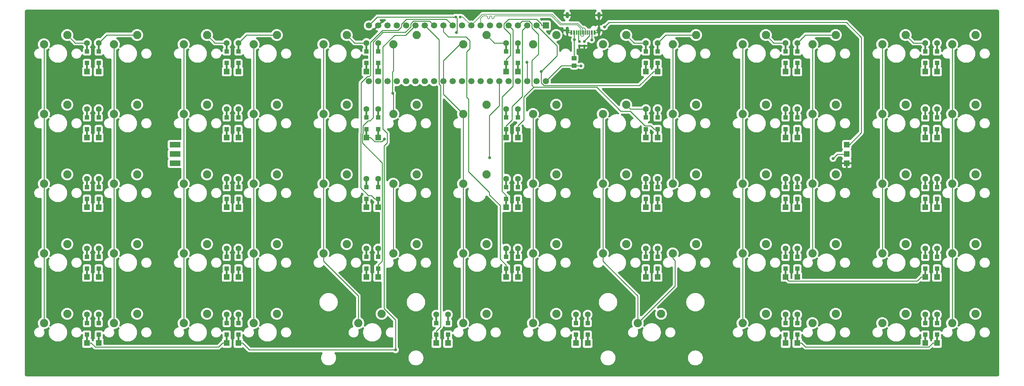
<source format=gbr>
%TF.GenerationSoftware,KiCad,Pcbnew,(6.0.4)*%
%TF.CreationDate,2022-09-11T20:25:19+10:00*%
%TF.ProjectId,pcb,7063622e-6b69-4636-9164-5f7063625858,rev?*%
%TF.SameCoordinates,Original*%
%TF.FileFunction,Copper,L2,Bot*%
%TF.FilePolarity,Positive*%
%FSLAX46Y46*%
G04 Gerber Fmt 4.6, Leading zero omitted, Abs format (unit mm)*
G04 Created by KiCad (PCBNEW (6.0.4)) date 2022-09-11 20:25:19*
%MOMM*%
%LPD*%
G01*
G04 APERTURE LIST*
G04 Aperture macros list*
%AMRoundRect*
0 Rectangle with rounded corners*
0 $1 Rounding radius*
0 $2 $3 $4 $5 $6 $7 $8 $9 X,Y pos of 4 corners*
0 Add a 4 corners polygon primitive as box body*
4,1,4,$2,$3,$4,$5,$6,$7,$8,$9,$2,$3,0*
0 Add four circle primitives for the rounded corners*
1,1,$1+$1,$2,$3*
1,1,$1+$1,$4,$5*
1,1,$1+$1,$6,$7*
1,1,$1+$1,$8,$9*
0 Add four rect primitives between the rounded corners*
20,1,$1+$1,$2,$3,$4,$5,0*
20,1,$1+$1,$4,$5,$6,$7,0*
20,1,$1+$1,$6,$7,$8,$9,0*
20,1,$1+$1,$8,$9,$2,$3,0*%
G04 Aperture macros list end*
%TA.AperFunction,ComponentPad*%
%ADD10C,2.250000*%
%TD*%
%TA.AperFunction,ComponentPad*%
%ADD11C,4.550000*%
%TD*%
%TA.AperFunction,ComponentPad*%
%ADD12R,1.700000X1.700000*%
%TD*%
%TA.AperFunction,ComponentPad*%
%ADD13C,1.700000*%
%TD*%
%TA.AperFunction,SMDPad,CuDef*%
%ADD14R,1.200000X1.200000*%
%TD*%
%TA.AperFunction,SMDPad,CuDef*%
%ADD15R,0.500000X2.500000*%
%TD*%
%TA.AperFunction,ComponentPad*%
%ADD16R,1.600000X1.600000*%
%TD*%
%TA.AperFunction,ComponentPad*%
%ADD17C,1.600000*%
%TD*%
%TA.AperFunction,SMDPad,CuDef*%
%ADD18RoundRect,0.250000X-0.450000X0.350000X-0.450000X-0.350000X0.450000X-0.350000X0.450000X0.350000X0*%
%TD*%
%TA.AperFunction,SMDPad,CuDef*%
%ADD19R,1.524000X1.524000*%
%TD*%
%TA.AperFunction,SMDPad,CuDef*%
%ADD20RoundRect,0.160000X-0.160000X0.197500X-0.160000X-0.197500X0.160000X-0.197500X0.160000X0.197500X0*%
%TD*%
%TA.AperFunction,SMDPad,CuDef*%
%ADD21R,0.600000X1.160000*%
%TD*%
%TA.AperFunction,SMDPad,CuDef*%
%ADD22R,0.300000X1.160000*%
%TD*%
%TA.AperFunction,ComponentPad*%
%ADD23O,0.900000X2.000000*%
%TD*%
%TA.AperFunction,ComponentPad*%
%ADD24O,0.900000X1.700000*%
%TD*%
%TA.AperFunction,SMDPad,CuDef*%
%ADD25RoundRect,0.160000X0.197500X0.160000X-0.197500X0.160000X-0.197500X-0.160000X0.197500X-0.160000X0*%
%TD*%
%TA.AperFunction,SMDPad,CuDef*%
%ADD26R,3.000000X1.524000*%
%TD*%
%TA.AperFunction,ViaPad*%
%ADD27C,0.800000*%
%TD*%
%TA.AperFunction,Conductor*%
%ADD28C,0.250000*%
%TD*%
%TA.AperFunction,Conductor*%
%ADD29C,0.200000*%
%TD*%
G04 APERTURE END LIST*
D10*
%TO.P,SW17,1,1*%
%TO.N,C1*%
X43815000Y-26035000D03*
%TO.P,SW17,2,2*%
%TO.N,Net-(D17-Pad2)*%
X50165000Y-23495000D03*
%TD*%
%TO.P,SW31,1,1*%
%TO.N,C1*%
X43815000Y-45085000D03*
%TO.P,SW31,2,2*%
%TO.N,Net-(D31-Pad2)*%
X50165000Y-42545000D03*
%TD*%
D11*
%TO.P,H8,1,1*%
%TO.N,GND*%
X19050000Y-92750000D03*
%TD*%
D10*
%TO.P,SW3,1,1*%
%TO.N,C1*%
X43815000Y-6985000D03*
%TO.P,SW3,2,2*%
%TO.N,Net-(D3-Pad2)*%
X50165000Y-4445000D03*
%TD*%
%TO.P,SW30,1,1*%
%TO.N,C0*%
X24765000Y-45085000D03*
%TO.P,SW30,2,2*%
%TO.N,Net-(D30-Pad2)*%
X31115000Y-42545000D03*
%TD*%
%TO.P,SW60,1,1*%
%TO.N,C1*%
X62865000Y-83185000D03*
%TO.P,SW60,2,2*%
%TO.N,Net-(D60-Pad2)*%
X69215000Y-80645000D03*
%TD*%
%TO.P,SW33,1,1*%
%TO.N,C2*%
X81915000Y-45085000D03*
%TO.P,SW33,2,2*%
%TO.N,Net-(D33-Pad2)*%
X88265000Y-42545000D03*
%TD*%
%TO.P,SW46,1,1*%
%TO.N,C1*%
X62865000Y-64135000D03*
%TO.P,SW46,2,2*%
%TO.N,Net-(D46-Pad2)*%
X69215000Y-61595000D03*
%TD*%
%TO.P,SW65,1,1*%
%TO.N,C5*%
X196215000Y-83185000D03*
%TO.P,SW65,2,2*%
%TO.N,Net-(D65-Pad2)*%
X202565000Y-80645000D03*
%TD*%
%TO.P,SW57,1,1*%
%TO.N,C0*%
X5715000Y-83185000D03*
%TO.P,SW57,2,2*%
%TO.N,Net-(D57-Pad2)*%
X12065000Y-80645000D03*
%TD*%
D12*
%TO.P,U1,1,PB12*%
%TO.N,R0*%
X142550000Y-1850000D03*
D13*
%TO.P,U1,2,PB13*%
%TO.N,R1*%
X140010000Y-1850000D03*
%TO.P,U1,3,PB14*%
%TO.N,R2*%
X137470000Y-1850000D03*
%TO.P,U1,4,PB15*%
%TO.N,R3*%
X134930000Y-1850000D03*
%TO.P,U1,5,PA8*%
%TO.N,R4*%
X132390000Y-1850000D03*
%TO.P,U1,6,PA9*%
%TO.N,unconnected-(U1-Pad6)*%
X129850000Y-1850000D03*
%TO.P,U1,7,PA10*%
%TO.N,unconnected-(U1-Pad7)*%
X127310000Y-1850000D03*
%TO.P,U1,8,PA11*%
%TO.N,D-*%
X124770000Y-1850000D03*
%TO.P,U1,9,PA12*%
%TO.N,D+*%
X122230000Y-1850000D03*
%TO.P,U1,10,PA15*%
%TO.N,unconnected-(U1-Pad10)*%
X119690000Y-1850000D03*
%TO.P,U1,11,PB3*%
%TO.N,R5*%
X117150000Y-1850000D03*
%TO.P,U1,12,PB4*%
%TO.N,R6*%
X114610000Y-1850000D03*
%TO.P,U1,13,PB5*%
%TO.N,R7*%
X112070000Y-1850000D03*
%TO.P,U1,14,PB6*%
%TO.N,R8*%
X109530000Y-1850000D03*
%TO.P,U1,15,PB7*%
%TO.N,R9*%
X106990000Y-1850000D03*
%TO.P,U1,16,PB8*%
%TO.N,unconnected-(U1-Pad16)*%
X104450000Y-1850000D03*
%TO.P,U1,17,PB9*%
%TO.N,unconnected-(U1-Pad17)*%
X101910000Y-1850000D03*
%TO.P,U1,18,5V*%
%TO.N,+5V*%
X99370000Y-1850000D03*
%TO.P,U1,19,GND*%
%TO.N,GND*%
X96830000Y-1850000D03*
%TO.P,U1,20,3V3*%
%TO.N,+3V3*%
X94290000Y-1850000D03*
%TO.P,U1,21,VBat*%
%TO.N,unconnected-(U1-Pad21)*%
X94290000Y-17090000D03*
%TO.P,U1,22,PC13*%
%TO.N,unconnected-(U1-Pad22)*%
X96830000Y-17090000D03*
%TO.P,U1,23,PC14*%
%TO.N,unconnected-(U1-Pad23)*%
X99370000Y-17090000D03*
%TO.P,U1,24,PC15*%
%TO.N,unconnected-(U1-Pad24)*%
X101910000Y-17090000D03*
%TO.P,U1,25,RES*%
%TO.N,unconnected-(U1-Pad25)*%
X104450000Y-17090000D03*
%TO.P,U1,26,PA0*%
%TO.N,C0*%
X106990000Y-17090000D03*
%TO.P,U1,27,PA1*%
%TO.N,C1*%
X109530000Y-17090000D03*
%TO.P,U1,28,PA2*%
%TO.N,C2*%
X112070000Y-17090000D03*
%TO.P,U1,29,PA3*%
%TO.N,C3*%
X114610000Y-17090000D03*
%TO.P,U1,30,PA4*%
%TO.N,C4*%
X117150000Y-17090000D03*
%TO.P,U1,31,PA5*%
%TO.N,C5*%
X119690000Y-17090000D03*
%TO.P,U1,32,PA6*%
%TO.N,C6*%
X122230000Y-17090000D03*
%TO.P,U1,33,PA7*%
%TO.N,unconnected-(U1-Pad33)*%
X124770000Y-17090000D03*
%TO.P,U1,34,PB0*%
%TO.N,unconnected-(U1-Pad34)*%
X127310000Y-17090000D03*
%TO.P,U1,35,PB1*%
%TO.N,LED*%
X129850000Y-17090000D03*
%TO.P,U1,36,PB2*%
%TO.N,unconnected-(U1-Pad36)*%
X132390000Y-17090000D03*
%TO.P,U1,37,PB10*%
%TO.N,unconnected-(U1-Pad37)*%
X134930000Y-17090000D03*
%TO.P,U1,38,3V3*%
%TO.N,+3V3*%
X137470000Y-17090000D03*
%TO.P,U1,39,GND*%
%TO.N,GND*%
X140010000Y-17090000D03*
%TO.P,U1,40,5V*%
%TO.N,+5V*%
X142550000Y-17090000D03*
%TD*%
D10*
%TO.P,SW68,1,1*%
%TO.N,C6*%
X253365000Y-83185000D03*
%TO.P,SW68,2,2*%
%TO.N,Net-(D68-Pad2)*%
X259715000Y-80645000D03*
%TD*%
%TO.P,SW47,1,1*%
%TO.N,C2*%
X81915000Y-64135000D03*
%TO.P,SW47,2,2*%
%TO.N,Net-(D47-Pad2)*%
X88265000Y-61595000D03*
%TD*%
%TO.P,SW51,1,1*%
%TO.N,C4*%
X158115000Y-64135000D03*
%TO.P,SW51,2,2*%
%TO.N,Net-(D51-Pad2)*%
X164465000Y-61595000D03*
%TD*%
%TO.P,SW43,1,1*%
%TO.N,C0*%
X5715000Y-64135000D03*
%TO.P,SW43,2,2*%
%TO.N,Net-(D43-Pad2)*%
X12065000Y-61595000D03*
%TD*%
%TO.P,SW58,1,1*%
%TO.N,C0*%
X24765000Y-83185000D03*
%TO.P,SW58,2,2*%
%TO.N,Net-(D58-Pad2)*%
X31115000Y-80645000D03*
%TD*%
%TO.P,SW1,1,1*%
%TO.N,C0*%
X5715000Y-6985000D03*
%TO.P,SW1,2,2*%
%TO.N,Net-(D1-Pad2)*%
X12065000Y-4445000D03*
%TD*%
%TO.P,SW42,1,1*%
%TO.N,C6*%
X253365000Y-45085000D03*
%TO.P,SW42,2,2*%
%TO.N,Net-(D42-Pad2)*%
X259715000Y-42545000D03*
%TD*%
%TO.P,SW11,1,1*%
%TO.N,C5*%
X196215000Y-6985000D03*
%TO.P,SW11,2,2*%
%TO.N,Net-(D11-Pad2)*%
X202565000Y-4445000D03*
%TD*%
%TO.P,SW54,1,1*%
%TO.N,C5*%
X215265000Y-64135000D03*
%TO.P,SW54,2,2*%
%TO.N,Net-(D54-Pad2)*%
X221615000Y-61595000D03*
%TD*%
%TO.P,SW38,1,1*%
%TO.N,C4*%
X177165000Y-45085000D03*
%TO.P,SW38,2,2*%
%TO.N,Net-(D38-Pad2)*%
X183515000Y-42545000D03*
%TD*%
%TO.P,SW63,1,1*%
%TO.N,C3*%
X139065000Y-83185000D03*
%TO.P,SW63,2,2*%
%TO.N,Net-(D63-Pad2)*%
X145415000Y-80645000D03*
%TD*%
%TO.P,SW5,1,1*%
%TO.N,C2*%
X81915000Y-6985000D03*
%TO.P,SW5,2,2*%
%TO.N,Net-(D5-Pad2)*%
X88265000Y-4445000D03*
%TD*%
%TO.P,SW10,1,1*%
%TO.N,C4*%
X177165000Y-6985000D03*
%TO.P,SW10,2,2*%
%TO.N,Net-(D10-Pad2)*%
X183515000Y-4445000D03*
%TD*%
%TO.P,SW52,1,1*%
%TO.N,C4*%
X177165000Y-64135000D03*
%TO.P,SW52,2,2*%
%TO.N,Net-(D52-Pad2)*%
X183515000Y-61595000D03*
%TD*%
D11*
%TO.P,H3,1,1*%
%TO.N,GND*%
X171450000Y-19050000D03*
%TD*%
D10*
%TO.P,SW23,1,1*%
%TO.N,C4*%
X158115000Y-26035000D03*
%TO.P,SW23,2,2*%
%TO.N,Net-(D23-Pad2)*%
X164465000Y-23495000D03*
%TD*%
%TO.P,SW48,1,1*%
%TO.N,C2*%
X100965000Y-64135000D03*
%TO.P,SW48,2,2*%
%TO.N,Net-(D48-Pad2)*%
X107315000Y-61595000D03*
%TD*%
D11*
%TO.P,H7,1,1*%
%TO.N,GND*%
X209550000Y-76200000D03*
%TD*%
D10*
%TO.P,SW39,1,1*%
%TO.N,C5*%
X196215000Y-45085000D03*
%TO.P,SW39,2,2*%
%TO.N,Net-(D39-Pad2)*%
X202565000Y-42545000D03*
%TD*%
D11*
%TO.P,H9,1,1*%
%TO.N,GND*%
X247650000Y-92750000D03*
%TD*%
D10*
%TO.P,SW14,1,1*%
%TO.N,C6*%
X253365000Y-6985000D03*
%TO.P,SW14,2,2*%
%TO.N,Net-(D14-Pad2)*%
X259715000Y-4445000D03*
%TD*%
%TO.P,SW59,1,1*%
%TO.N,C1*%
X43815000Y-83185000D03*
%TO.P,SW59,2,2*%
%TO.N,Net-(D59-Pad2)*%
X50165000Y-80645000D03*
%TD*%
%TO.P,SW56,1,1*%
%TO.N,C6*%
X253365000Y-64135000D03*
%TO.P,SW56,2,2*%
%TO.N,Net-(D56-Pad2)*%
X259715000Y-61595000D03*
%TD*%
%TO.P,SW49,1,1*%
%TO.N,C3*%
X120015000Y-64135000D03*
%TO.P,SW49,2,2*%
%TO.N,Net-(D49-Pad2)*%
X126365000Y-61595000D03*
%TD*%
%TO.P,SW66,1,1*%
%TO.N,C5*%
X215265000Y-83185000D03*
%TO.P,SW66,2,2*%
%TO.N,Net-(D66-Pad2)*%
X221615000Y-80645000D03*
%TD*%
%TO.P,SW50,1,1*%
%TO.N,C3*%
X139065000Y-64135000D03*
%TO.P,SW50,2,2*%
%TO.N,Net-(D50-Pad2)*%
X145415000Y-61595000D03*
%TD*%
D11*
%TO.P,H6,1,1*%
%TO.N,GND*%
X133350000Y-76200000D03*
%TD*%
D10*
%TO.P,SW13,1,1*%
%TO.N,C6*%
X234315000Y-6985000D03*
%TO.P,SW13,2,2*%
%TO.N,Net-(D13-Pad2)*%
X240665000Y-4445000D03*
%TD*%
%TO.P,SW9,1,1*%
%TO.N,C4*%
X158115000Y-6985000D03*
%TO.P,SW9,2,2*%
%TO.N,Net-(D9-Pad2)*%
X164465000Y-4445000D03*
%TD*%
%TO.P,SW45,1,1*%
%TO.N,C1*%
X43815000Y-64135000D03*
%TO.P,SW45,2,2*%
%TO.N,Net-(D45-Pad2)*%
X50165000Y-61595000D03*
%TD*%
%TO.P,SW4,1,1*%
%TO.N,C1*%
X62865000Y-6985000D03*
%TO.P,SW4,2,2*%
%TO.N,Net-(D4-Pad2)*%
X69215000Y-4445000D03*
%TD*%
%TO.P,SW6,1,1*%
%TO.N,C2*%
X100965000Y-6985000D03*
%TO.P,SW6,2,2*%
%TO.N,Net-(D6-Pad2)*%
X107315000Y-4445000D03*
%TD*%
%TO.P,SW40,1,1*%
%TO.N,C5*%
X215265000Y-45085000D03*
%TO.P,SW40,2,2*%
%TO.N,Net-(D40-Pad2)*%
X221615000Y-42545000D03*
%TD*%
%TO.P,SW53,1,1*%
%TO.N,C5*%
X196215000Y-64135000D03*
%TO.P,SW53,2,2*%
%TO.N,Net-(D53-Pad2)*%
X202565000Y-61595000D03*
%TD*%
%TO.P,SW29,1,1*%
%TO.N,C0*%
X5715000Y-45085000D03*
%TO.P,SW29,2,2*%
%TO.N,Net-(D29-Pad2)*%
X12065000Y-42545000D03*
%TD*%
%TO.P,SW22,1,1*%
%TO.N,C3*%
X139065000Y-26035000D03*
%TO.P,SW22,2,2*%
%TO.N,Net-(D22-Pad2)*%
X145415000Y-23495000D03*
%TD*%
%TO.P,SW34,1,1*%
%TO.N,C2*%
X100965000Y-45085000D03*
%TO.P,SW34,2,2*%
%TO.N,Net-(D34-Pad2)*%
X107315000Y-42545000D03*
%TD*%
%TO.P,SW7,1,1*%
%TO.N,C3*%
X120015000Y-6985000D03*
%TO.P,SW7,2,2*%
%TO.N,Net-(D7-Pad2)*%
X126365000Y-4445000D03*
%TD*%
%TO.P,SW24,1,1*%
%TO.N,C4*%
X177165000Y-26035000D03*
%TO.P,SW24,2,2*%
%TO.N,Net-(D24-Pad2)*%
X183515000Y-23495000D03*
%TD*%
%TO.P,SW62,1,1*%
%TO.N,C3*%
X120015000Y-83185000D03*
%TO.P,SW62,2,2*%
%TO.N,Net-(D62-Pad2)*%
X126365000Y-80645000D03*
%TD*%
%TO.P,SW15,1,1*%
%TO.N,C0*%
X5715000Y-26035000D03*
%TO.P,SW15,2,2*%
%TO.N,Net-(D15-Pad2)*%
X12065000Y-23495000D03*
%TD*%
D11*
%TO.P,H4,1,1*%
%TO.N,GND*%
X247650000Y-2500000D03*
%TD*%
D10*
%TO.P,SW2,1,1*%
%TO.N,C0*%
X24765000Y-6985000D03*
%TO.P,SW2,2,2*%
%TO.N,Net-(D2-Pad2)*%
X31115000Y-4445000D03*
%TD*%
D11*
%TO.P,H5,1,1*%
%TO.N,GND*%
X57150000Y-76200000D03*
%TD*%
D10*
%TO.P,SW18,1,1*%
%TO.N,C1*%
X62865000Y-26035000D03*
%TO.P,SW18,2,2*%
%TO.N,Net-(D18-Pad2)*%
X69215000Y-23495000D03*
%TD*%
%TO.P,SW12,1,1*%
%TO.N,C5*%
X215265000Y-6985000D03*
%TO.P,SW12,2,2*%
%TO.N,Net-(D12-Pad2)*%
X221615000Y-4445000D03*
%TD*%
%TO.P,SW61,1,1*%
%TO.N,C2*%
X91440000Y-83185000D03*
%TO.P,SW61,2,2*%
%TO.N,Net-(D61-Pad2)*%
X97790000Y-80645000D03*
%TD*%
%TO.P,SW67,1,1*%
%TO.N,C6*%
X234315000Y-83185000D03*
%TO.P,SW67,2,2*%
%TO.N,Net-(D67-Pad2)*%
X240665000Y-80645000D03*
%TD*%
%TO.P,SW36,1,1*%
%TO.N,C3*%
X139065000Y-45085000D03*
%TO.P,SW36,2,2*%
%TO.N,Net-(D36-Pad2)*%
X145415000Y-42545000D03*
%TD*%
%TO.P,SW55,1,1*%
%TO.N,C6*%
X234315000Y-64135000D03*
%TO.P,SW55,2,2*%
%TO.N,Net-(D55-Pad2)*%
X240665000Y-61595000D03*
%TD*%
%TO.P,SW26,1,1*%
%TO.N,C5*%
X215265000Y-26035000D03*
%TO.P,SW26,2,2*%
%TO.N,Net-(D26-Pad2)*%
X221615000Y-23495000D03*
%TD*%
D11*
%TO.P,H2,1,1*%
%TO.N,GND*%
X76200000Y-19050000D03*
%TD*%
D10*
%TO.P,SW8,1,1*%
%TO.N,C3*%
X139065000Y-6985000D03*
%TO.P,SW8,2,2*%
%TO.N,Net-(D8-Pad2)*%
X145415000Y-4445000D03*
%TD*%
%TO.P,SW37,1,1*%
%TO.N,C4*%
X158115000Y-45085000D03*
%TO.P,SW37,2,2*%
%TO.N,Net-(D37-Pad2)*%
X164465000Y-42545000D03*
%TD*%
%TO.P,SW25,1,1*%
%TO.N,C5*%
X196215000Y-26035000D03*
%TO.P,SW25,2,2*%
%TO.N,Net-(D25-Pad2)*%
X202565000Y-23495000D03*
%TD*%
%TO.P,SW64,1,1*%
%TO.N,C4*%
X167640000Y-83185000D03*
%TO.P,SW64,2,2*%
%TO.N,Net-(D64-Pad2)*%
X173990000Y-80645000D03*
%TD*%
%TO.P,SW41,1,1*%
%TO.N,C6*%
X234315000Y-45085000D03*
%TO.P,SW41,2,2*%
%TO.N,Net-(D41-Pad2)*%
X240665000Y-42545000D03*
%TD*%
%TO.P,SW21,1,1*%
%TO.N,C3*%
X120015000Y-26035000D03*
%TO.P,SW21,2,2*%
%TO.N,Net-(D21-Pad2)*%
X126365000Y-23495000D03*
%TD*%
%TO.P,SW19,1,1*%
%TO.N,C2*%
X81915000Y-26035000D03*
%TO.P,SW19,2,2*%
%TO.N,Net-(D19-Pad2)*%
X88265000Y-23495000D03*
%TD*%
%TO.P,SW32,1,1*%
%TO.N,C1*%
X62865000Y-45085000D03*
%TO.P,SW32,2,2*%
%TO.N,Net-(D32-Pad2)*%
X69215000Y-42545000D03*
%TD*%
%TO.P,SW20,1,1*%
%TO.N,C2*%
X100965000Y-26035000D03*
%TO.P,SW20,2,2*%
%TO.N,Net-(D20-Pad2)*%
X107315000Y-23495000D03*
%TD*%
D11*
%TO.P,H1,1,1*%
%TO.N,GND*%
X19050000Y-2500000D03*
%TD*%
D10*
%TO.P,SW28,1,1*%
%TO.N,C6*%
X253365000Y-26035000D03*
%TO.P,SW28,2,2*%
%TO.N,Net-(D28-Pad2)*%
X259715000Y-23495000D03*
%TD*%
%TO.P,SW44,1,1*%
%TO.N,C0*%
X24765000Y-64135000D03*
%TO.P,SW44,2,2*%
%TO.N,Net-(D44-Pad2)*%
X31115000Y-61595000D03*
%TD*%
%TO.P,SW27,1,1*%
%TO.N,C6*%
X234315000Y-26035000D03*
%TO.P,SW27,2,2*%
%TO.N,Net-(D27-Pad2)*%
X240665000Y-23495000D03*
%TD*%
%TO.P,SW16,1,1*%
%TO.N,C0*%
X24765000Y-26035000D03*
%TO.P,SW16,2,2*%
%TO.N,Net-(D16-Pad2)*%
X31115000Y-23495000D03*
%TD*%
%TO.P,SW35,1,1*%
%TO.N,C3*%
X120015000Y-45085000D03*
%TO.P,SW35,2,2*%
%TO.N,Net-(D35-Pad2)*%
X126365000Y-42545000D03*
%TD*%
D14*
%TO.P,D50,1,K*%
%TO.N,R7*%
X134950000Y-68250000D03*
D15*
X134950000Y-69375000D03*
D16*
X134950000Y-70575000D03*
D15*
%TO.P,D50,2,A*%
%TO.N,Net-(D50-Pad2)*%
X134950000Y-63975000D03*
D14*
X134950000Y-65100000D03*
D17*
X134950000Y-62775000D03*
%TD*%
D14*
%TO.P,D6,1,K*%
%TO.N,R1*%
X96850000Y-12100000D03*
D15*
X96850000Y-13225000D03*
D16*
X96850000Y-14425000D03*
D15*
%TO.P,D6,2,A*%
%TO.N,Net-(D6-Pad2)*%
X96850000Y-7825000D03*
D14*
X96850000Y-8950000D03*
D17*
X96850000Y-6625000D03*
%TD*%
D16*
%TO.P,D28,1,K*%
%TO.N,R3*%
X249250000Y-32475000D03*
D14*
X249250000Y-30150000D03*
D15*
X249250000Y-31275000D03*
%TO.P,D28,2,A*%
%TO.N,Net-(D28-Pad2)*%
X249250000Y-25875000D03*
D14*
X249250000Y-27000000D03*
D17*
X249250000Y-24675000D03*
%TD*%
D14*
%TO.P,D26,1,K*%
%TO.N,R3*%
X211150000Y-30150000D03*
D15*
X211150000Y-31275000D03*
D16*
X211150000Y-32475000D03*
D17*
%TO.P,D26,2,A*%
%TO.N,Net-(D26-Pad2)*%
X211150000Y-24675000D03*
D14*
X211150000Y-27000000D03*
D15*
X211150000Y-25875000D03*
%TD*%
D14*
%TO.P,D8,1,K*%
%TO.N,R1*%
X134950000Y-12100000D03*
D16*
X134950000Y-14425000D03*
D15*
X134950000Y-13225000D03*
D17*
%TO.P,D8,2,A*%
%TO.N,Net-(D8-Pad2)*%
X134950000Y-6625000D03*
D14*
X134950000Y-8950000D03*
D15*
X134950000Y-7825000D03*
%TD*%
D18*
%TO.P,R3,1*%
%TO.N,VBUS*%
X150300000Y-10800000D03*
%TO.P,R3,2*%
%TO.N,+5V*%
X150300000Y-12800000D03*
%TD*%
D16*
%TO.P,D34,1,K*%
%TO.N,R5*%
X96850000Y-51525000D03*
D14*
X96850000Y-49200000D03*
D15*
X96850000Y-50325000D03*
D14*
%TO.P,D34,2,A*%
%TO.N,Net-(D34-Pad2)*%
X96850000Y-46050000D03*
D15*
X96850000Y-44925000D03*
D17*
X96850000Y-43725000D03*
%TD*%
D16*
%TO.P,D64,1,K*%
%TO.N,R8*%
X154000000Y-88625000D03*
D15*
X154000000Y-87425000D03*
D14*
X154000000Y-86300000D03*
%TO.P,D64,2,A*%
%TO.N,Net-(D64-Pad2)*%
X154000000Y-83150000D03*
D17*
X154000000Y-80825000D03*
D15*
X154000000Y-82025000D03*
%TD*%
%TO.P,D39,1,K*%
%TO.N,R4*%
X207950000Y-50325000D03*
D14*
X207950000Y-49200000D03*
D16*
X207950000Y-51525000D03*
D17*
%TO.P,D39,2,A*%
%TO.N,Net-(D39-Pad2)*%
X207950000Y-43725000D03*
D15*
X207950000Y-44925000D03*
D14*
X207950000Y-46050000D03*
%TD*%
%TO.P,D58,1,K*%
%TO.N,R9*%
X20650000Y-86300000D03*
D16*
X20650000Y-88625000D03*
D15*
X20650000Y-87425000D03*
D17*
%TO.P,D58,2,A*%
%TO.N,Net-(D58-Pad2)*%
X20650000Y-80825000D03*
D15*
X20650000Y-82025000D03*
D14*
X20650000Y-83150000D03*
%TD*%
%TO.P,D14,1,K*%
%TO.N,R1*%
X249250000Y-12100000D03*
D15*
X249250000Y-13225000D03*
D16*
X249250000Y-14425000D03*
D14*
%TO.P,D14,2,A*%
%TO.N,Net-(D14-Pad2)*%
X249250000Y-8950000D03*
D17*
X249250000Y-6625000D03*
D15*
X249250000Y-7825000D03*
%TD*%
D14*
%TO.P,D30,1,K*%
%TO.N,R5*%
X20650000Y-49200000D03*
D15*
X20650000Y-50325000D03*
D16*
X20650000Y-51525000D03*
D14*
%TO.P,D30,2,A*%
%TO.N,Net-(D30-Pad2)*%
X20650000Y-46050000D03*
D17*
X20650000Y-43725000D03*
D15*
X20650000Y-44925000D03*
%TD*%
D14*
%TO.P,D36,1,K*%
%TO.N,R5*%
X134950000Y-49200000D03*
D15*
X134950000Y-50325000D03*
D16*
X134950000Y-51525000D03*
D15*
%TO.P,D36,2,A*%
%TO.N,Net-(D36-Pad2)*%
X134950000Y-44925000D03*
D17*
X134950000Y-43725000D03*
D14*
X134950000Y-46050000D03*
%TD*%
D19*
%TO.P,J1,1,Pin_1*%
%TO.N,GND*%
X224650000Y-39500000D03*
%TO.P,J1,2,Pin_2*%
%TO.N,LED*%
X224650000Y-36960000D03*
%TO.P,J1,3,Pin_3*%
%TO.N,+5V*%
X224650000Y-34420000D03*
%TD*%
D16*
%TO.P,D38,1,K*%
%TO.N,R5*%
X173050000Y-51525000D03*
D14*
X173050000Y-49200000D03*
D15*
X173050000Y-50325000D03*
%TO.P,D38,2,A*%
%TO.N,Net-(D38-Pad2)*%
X173050000Y-44925000D03*
D17*
X173050000Y-43725000D03*
D14*
X173050000Y-46050000D03*
%TD*%
D16*
%TO.P,D57,1,K*%
%TO.N,R8*%
X17450000Y-88625000D03*
D14*
X17450000Y-86300000D03*
D15*
X17450000Y-87425000D03*
D14*
%TO.P,D57,2,A*%
%TO.N,Net-(D57-Pad2)*%
X17450000Y-83150000D03*
D15*
X17450000Y-82025000D03*
D17*
X17450000Y-80825000D03*
%TD*%
D16*
%TO.P,D19,1,K*%
%TO.N,R2*%
X93650000Y-32475000D03*
D15*
X93650000Y-31275000D03*
D14*
X93650000Y-30150000D03*
D15*
%TO.P,D19,2,A*%
%TO.N,Net-(D19-Pad2)*%
X93650000Y-25875000D03*
D17*
X93650000Y-24675000D03*
D14*
X93650000Y-27000000D03*
%TD*%
%TO.P,D23,1,K*%
%TO.N,R2*%
X169850000Y-30150000D03*
D15*
X169850000Y-31275000D03*
D16*
X169850000Y-32475000D03*
D17*
%TO.P,D23,2,A*%
%TO.N,Net-(D23-Pad2)*%
X169850000Y-24675000D03*
D14*
X169850000Y-27000000D03*
D15*
X169850000Y-25875000D03*
%TD*%
D16*
%TO.P,D55,1,K*%
%TO.N,R6*%
X246050000Y-70575000D03*
D15*
X246050000Y-69375000D03*
D14*
X246050000Y-68250000D03*
D15*
%TO.P,D55,2,A*%
%TO.N,Net-(D55-Pad2)*%
X246050000Y-63975000D03*
D14*
X246050000Y-65100000D03*
D17*
X246050000Y-62775000D03*
%TD*%
D15*
%TO.P,D10,1,K*%
%TO.N,R1*%
X173050000Y-13225000D03*
D14*
X173050000Y-12100000D03*
D16*
X173050000Y-14425000D03*
D17*
%TO.P,D10,2,A*%
%TO.N,Net-(D10-Pad2)*%
X173050000Y-6625000D03*
D14*
X173050000Y-8950000D03*
D15*
X173050000Y-7825000D03*
%TD*%
%TO.P,D65,1,K*%
%TO.N,R8*%
X207950000Y-87425000D03*
D14*
X207950000Y-86300000D03*
D16*
X207950000Y-88625000D03*
D17*
%TO.P,D65,2,A*%
%TO.N,Net-(D65-Pad2)*%
X207950000Y-80825000D03*
D15*
X207950000Y-82025000D03*
D14*
X207950000Y-83150000D03*
%TD*%
%TO.P,D3,1,K*%
%TO.N,R0*%
X55550000Y-12100000D03*
D16*
X55550000Y-14425000D03*
D15*
X55550000Y-13225000D03*
%TO.P,D3,2,A*%
%TO.N,Net-(D3-Pad2)*%
X55550000Y-7825000D03*
D17*
X55550000Y-6625000D03*
D14*
X55550000Y-8950000D03*
%TD*%
D20*
%TO.P,R2,1*%
%TO.N,Net-(J2-PadB5)*%
X153100000Y-6202500D03*
%TO.P,R2,2*%
%TO.N,GND*%
X153100000Y-7397500D03*
%TD*%
D21*
%TO.P,J2,A1,GND*%
%TO.N,GND*%
X149500000Y-3785000D03*
%TO.P,J2,A4,VBUS*%
%TO.N,VBUS*%
X150300000Y-3785000D03*
D22*
%TO.P,J2,A5,CC1*%
%TO.N,Net-(J2-PadA5)*%
X151450000Y-3785000D03*
%TO.P,J2,A6,D+*%
%TO.N,D+*%
X152450000Y-3785000D03*
%TO.P,J2,A7,D-*%
%TO.N,D-*%
X152950000Y-3785000D03*
%TO.P,J2,A8,SBU1*%
%TO.N,unconnected-(J2-PadA8)*%
X153950000Y-3785000D03*
D21*
%TO.P,J2,A9,VBUS*%
%TO.N,VBUS*%
X155100000Y-3785000D03*
%TO.P,J2,A12,GND*%
%TO.N,GND*%
X155900000Y-3785000D03*
%TO.P,J2,B1,GND*%
X155900000Y-3785000D03*
%TO.P,J2,B4,VBUS*%
%TO.N,VBUS*%
X155100000Y-3785000D03*
D22*
%TO.P,J2,B5,CC2*%
%TO.N,Net-(J2-PadB5)*%
X154450000Y-3785000D03*
%TO.P,J2,B6,D+*%
%TO.N,D+*%
X153450000Y-3785000D03*
%TO.P,J2,B7,D-*%
%TO.N,D-*%
X151950000Y-3785000D03*
%TO.P,J2,B8,SBU2*%
%TO.N,unconnected-(J2-PadB8)*%
X150950000Y-3785000D03*
D21*
%TO.P,J2,B9,VBUS*%
%TO.N,VBUS*%
X150300000Y-3785000D03*
%TO.P,J2,B12,GND*%
%TO.N,GND*%
X149500000Y-3785000D03*
D23*
%TO.P,J2,S1,SHIELD*%
X157020000Y-3205000D03*
X148380000Y-3205000D03*
D24*
X148380000Y965000D03*
X157020000Y965000D03*
%TD*%
D16*
%TO.P,D41,1,K*%
%TO.N,R4*%
X246050000Y-51525000D03*
D14*
X246050000Y-49200000D03*
D15*
X246050000Y-50325000D03*
D17*
%TO.P,D41,2,A*%
%TO.N,Net-(D41-Pad2)*%
X246050000Y-43725000D03*
D15*
X246050000Y-44925000D03*
D14*
X246050000Y-46050000D03*
%TD*%
D15*
%TO.P,D53,1,K*%
%TO.N,R6*%
X207950000Y-69375000D03*
D16*
X207950000Y-70575000D03*
D14*
X207950000Y-68250000D03*
%TO.P,D53,2,A*%
%TO.N,Net-(D53-Pad2)*%
X207950000Y-65100000D03*
D15*
X207950000Y-63975000D03*
D17*
X207950000Y-62775000D03*
%TD*%
D15*
%TO.P,D37,1,K*%
%TO.N,R4*%
X169850000Y-50325000D03*
D14*
X169850000Y-49200000D03*
D16*
X169850000Y-51525000D03*
D14*
%TO.P,D37,2,A*%
%TO.N,Net-(D37-Pad2)*%
X169850000Y-46050000D03*
D17*
X169850000Y-43725000D03*
D15*
X169850000Y-44925000D03*
%TD*%
D14*
%TO.P,D4,1,K*%
%TO.N,R1*%
X58750000Y-12100000D03*
D16*
X58750000Y-14425000D03*
D15*
X58750000Y-13225000D03*
%TO.P,D4,2,A*%
%TO.N,Net-(D4-Pad2)*%
X58750000Y-7825000D03*
D17*
X58750000Y-6625000D03*
D14*
X58750000Y-8950000D03*
%TD*%
%TO.P,D51,1,K*%
%TO.N,R6*%
X169850000Y-68250000D03*
D15*
X169850000Y-69375000D03*
D16*
X169850000Y-70575000D03*
D15*
%TO.P,D51,2,A*%
%TO.N,Net-(D51-Pad2)*%
X169850000Y-63975000D03*
D14*
X169850000Y-65100000D03*
D17*
X169850000Y-62775000D03*
%TD*%
D14*
%TO.P,D54,1,K*%
%TO.N,R7*%
X211150000Y-68250000D03*
D15*
X211150000Y-69375000D03*
D16*
X211150000Y-70575000D03*
D17*
%TO.P,D54,2,A*%
%TO.N,Net-(D54-Pad2)*%
X211150000Y-62775000D03*
D15*
X211150000Y-63975000D03*
D14*
X211150000Y-65100000D03*
%TD*%
D16*
%TO.P,D1,1,K*%
%TO.N,R0*%
X17450000Y-14425000D03*
D14*
X17450000Y-12100000D03*
D15*
X17450000Y-13225000D03*
D17*
%TO.P,D1,2,A*%
%TO.N,Net-(D1-Pad2)*%
X17450000Y-6625000D03*
D14*
X17450000Y-8950000D03*
D15*
X17450000Y-7825000D03*
%TD*%
D14*
%TO.P,D11,1,K*%
%TO.N,R0*%
X207950000Y-12100000D03*
D16*
X207950000Y-14425000D03*
D15*
X207950000Y-13225000D03*
D14*
%TO.P,D11,2,A*%
%TO.N,Net-(D11-Pad2)*%
X207950000Y-8950000D03*
D15*
X207950000Y-7825000D03*
D17*
X207950000Y-6625000D03*
%TD*%
D16*
%TO.P,D67,1,K*%
%TO.N,R8*%
X246050000Y-88625000D03*
D14*
X246050000Y-86300000D03*
D15*
X246050000Y-87425000D03*
D14*
%TO.P,D67,2,A*%
%TO.N,Net-(D67-Pad2)*%
X246050000Y-83150000D03*
D15*
X246050000Y-82025000D03*
D17*
X246050000Y-80825000D03*
%TD*%
D15*
%TO.P,D46,1,K*%
%TO.N,R7*%
X58750000Y-69375000D03*
D16*
X58750000Y-70575000D03*
D14*
X58750000Y-68250000D03*
D17*
%TO.P,D46,2,A*%
%TO.N,Net-(D46-Pad2)*%
X58750000Y-62775000D03*
D15*
X58750000Y-63975000D03*
D14*
X58750000Y-65100000D03*
%TD*%
%TO.P,D49,1,K*%
%TO.N,R6*%
X131750000Y-68250000D03*
D15*
X131750000Y-69375000D03*
D16*
X131750000Y-70575000D03*
D15*
%TO.P,D49,2,A*%
%TO.N,Net-(D49-Pad2)*%
X131750000Y-63975000D03*
D17*
X131750000Y-62775000D03*
D14*
X131750000Y-65100000D03*
%TD*%
D16*
%TO.P,D68,1,K*%
%TO.N,R9*%
X249250000Y-88625000D03*
D14*
X249250000Y-86300000D03*
D15*
X249250000Y-87425000D03*
D17*
%TO.P,D68,2,A*%
%TO.N,Net-(D68-Pad2)*%
X249250000Y-80825000D03*
D15*
X249250000Y-82025000D03*
D14*
X249250000Y-83150000D03*
%TD*%
%TO.P,D25,1,K*%
%TO.N,R2*%
X207950000Y-30150000D03*
D16*
X207950000Y-32475000D03*
D15*
X207950000Y-31275000D03*
D14*
%TO.P,D25,2,A*%
%TO.N,Net-(D25-Pad2)*%
X207950000Y-27000000D03*
D17*
X207950000Y-24675000D03*
D15*
X207950000Y-25875000D03*
%TD*%
D16*
%TO.P,D12,1,K*%
%TO.N,R1*%
X211150000Y-14425000D03*
D14*
X211150000Y-12100000D03*
D15*
X211150000Y-13225000D03*
D14*
%TO.P,D12,2,A*%
%TO.N,Net-(D12-Pad2)*%
X211150000Y-8950000D03*
D17*
X211150000Y-6625000D03*
D15*
X211150000Y-7825000D03*
%TD*%
D16*
%TO.P,D9,1,K*%
%TO.N,R0*%
X169850000Y-14425000D03*
D14*
X169850000Y-12100000D03*
D15*
X169850000Y-13225000D03*
D14*
%TO.P,D9,2,A*%
%TO.N,Net-(D9-Pad2)*%
X169850000Y-8950000D03*
D15*
X169850000Y-7825000D03*
D17*
X169850000Y-6625000D03*
%TD*%
D20*
%TO.P,R1,1*%
%TO.N,Net-(J2-PadA5)*%
X151700000Y-6202500D03*
%TO.P,R1,2*%
%TO.N,GND*%
X151700000Y-7397500D03*
%TD*%
D14*
%TO.P,D60,1,K*%
%TO.N,R9*%
X58750000Y-86300000D03*
D16*
X58750000Y-88625000D03*
D15*
X58750000Y-87425000D03*
D17*
%TO.P,D60,2,A*%
%TO.N,Net-(D60-Pad2)*%
X58750000Y-80825000D03*
D15*
X58750000Y-82025000D03*
D14*
X58750000Y-83150000D03*
%TD*%
%TO.P,D24,1,K*%
%TO.N,R3*%
X173050000Y-30150000D03*
D15*
X173050000Y-31275000D03*
D16*
X173050000Y-32475000D03*
D15*
%TO.P,D24,2,A*%
%TO.N,Net-(D24-Pad2)*%
X173050000Y-25875000D03*
D14*
X173050000Y-27000000D03*
D17*
X173050000Y-24675000D03*
%TD*%
D15*
%TO.P,D40,1,K*%
%TO.N,R5*%
X211150000Y-50325000D03*
D16*
X211150000Y-51525000D03*
D14*
X211150000Y-49200000D03*
%TO.P,D40,2,A*%
%TO.N,Net-(D40-Pad2)*%
X211150000Y-46050000D03*
D17*
X211150000Y-43725000D03*
D15*
X211150000Y-44925000D03*
%TD*%
%TO.P,D29,1,K*%
%TO.N,R4*%
X17450000Y-50325000D03*
D14*
X17450000Y-49200000D03*
D16*
X17450000Y-51525000D03*
D15*
%TO.P,D29,2,A*%
%TO.N,Net-(D29-Pad2)*%
X17450000Y-44925000D03*
D14*
X17450000Y-46050000D03*
D17*
X17450000Y-43725000D03*
%TD*%
D15*
%TO.P,D42,1,K*%
%TO.N,R5*%
X249250000Y-50325000D03*
D16*
X249250000Y-51525000D03*
D14*
X249250000Y-49200000D03*
D15*
%TO.P,D42,2,A*%
%TO.N,Net-(D42-Pad2)*%
X249250000Y-44925000D03*
D14*
X249250000Y-46050000D03*
D17*
X249250000Y-43725000D03*
%TD*%
D14*
%TO.P,D5,1,K*%
%TO.N,R0*%
X93650000Y-12100000D03*
D16*
X93650000Y-14425000D03*
D15*
X93650000Y-13225000D03*
%TO.P,D5,2,A*%
%TO.N,Net-(D5-Pad2)*%
X93650000Y-7825000D03*
D17*
X93650000Y-6625000D03*
D14*
X93650000Y-8950000D03*
%TD*%
D16*
%TO.P,D63,1,K*%
%TO.N,R9*%
X150800000Y-88625000D03*
D14*
X150800000Y-86300000D03*
D15*
X150800000Y-87425000D03*
D17*
%TO.P,D63,2,A*%
%TO.N,Net-(D63-Pad2)*%
X150800000Y-80825000D03*
D14*
X150800000Y-83150000D03*
D15*
X150800000Y-82025000D03*
%TD*%
%TO.P,D16,1,K*%
%TO.N,R3*%
X20650000Y-31275000D03*
D14*
X20650000Y-30150000D03*
D16*
X20650000Y-32475000D03*
D15*
%TO.P,D16,2,A*%
%TO.N,Net-(D16-Pad2)*%
X20650000Y-25875000D03*
D17*
X20650000Y-24675000D03*
D14*
X20650000Y-27000000D03*
%TD*%
%TO.P,D61,1,K*%
%TO.N,R8*%
X112700000Y-86300000D03*
D15*
X112700000Y-87425000D03*
D16*
X112700000Y-88625000D03*
D14*
%TO.P,D61,2,A*%
%TO.N,Net-(D61-Pad2)*%
X112700000Y-83150000D03*
D15*
X112700000Y-82025000D03*
D17*
X112700000Y-80825000D03*
%TD*%
D14*
%TO.P,D20,1,K*%
%TO.N,R3*%
X96850000Y-30150000D03*
D16*
X96850000Y-32475000D03*
D15*
X96850000Y-31275000D03*
D17*
%TO.P,D20,2,A*%
%TO.N,Net-(D20-Pad2)*%
X96850000Y-24675000D03*
D15*
X96850000Y-25875000D03*
D14*
X96850000Y-27000000D03*
%TD*%
%TO.P,D31,1,K*%
%TO.N,R4*%
X55550000Y-49200000D03*
D15*
X55550000Y-50325000D03*
D16*
X55550000Y-51525000D03*
D15*
%TO.P,D31,2,A*%
%TO.N,Net-(D31-Pad2)*%
X55550000Y-44925000D03*
D17*
X55550000Y-43725000D03*
D14*
X55550000Y-46050000D03*
%TD*%
%TO.P,D47,1,K*%
%TO.N,R6*%
X93650000Y-68250000D03*
D16*
X93650000Y-70575000D03*
D15*
X93650000Y-69375000D03*
%TO.P,D47,2,A*%
%TO.N,Net-(D47-Pad2)*%
X93650000Y-63975000D03*
D14*
X93650000Y-65100000D03*
D17*
X93650000Y-62775000D03*
%TD*%
D16*
%TO.P,D52,1,K*%
%TO.N,R7*%
X173050000Y-70575000D03*
D14*
X173050000Y-68250000D03*
D15*
X173050000Y-69375000D03*
D17*
%TO.P,D52,2,A*%
%TO.N,Net-(D52-Pad2)*%
X173050000Y-62775000D03*
D15*
X173050000Y-63975000D03*
D14*
X173050000Y-65100000D03*
%TD*%
D25*
%TO.P,R4,1*%
%TO.N,D+*%
X119217500Y500000D03*
%TO.P,R4,2*%
%TO.N,+3V3*%
X118022500Y500000D03*
%TD*%
D16*
%TO.P,D32,1,K*%
%TO.N,R5*%
X58750000Y-51525000D03*
D15*
X58750000Y-50325000D03*
D14*
X58750000Y-49200000D03*
D17*
%TO.P,D32,2,A*%
%TO.N,Net-(D32-Pad2)*%
X58750000Y-43725000D03*
D15*
X58750000Y-44925000D03*
D14*
X58750000Y-46050000D03*
%TD*%
%TO.P,D7,1,K*%
%TO.N,R0*%
X131750000Y-12100000D03*
D15*
X131750000Y-13225000D03*
D16*
X131750000Y-14425000D03*
D15*
%TO.P,D7,2,A*%
%TO.N,Net-(D7-Pad2)*%
X131750000Y-7825000D03*
D14*
X131750000Y-8950000D03*
D17*
X131750000Y-6625000D03*
%TD*%
D16*
%TO.P,D18,1,K*%
%TO.N,R3*%
X58750000Y-32475000D03*
D15*
X58750000Y-31275000D03*
D14*
X58750000Y-30150000D03*
D15*
%TO.P,D18,2,A*%
%TO.N,Net-(D18-Pad2)*%
X58750000Y-25875000D03*
D17*
X58750000Y-24675000D03*
D14*
X58750000Y-27000000D03*
%TD*%
D16*
%TO.P,D48,1,K*%
%TO.N,R7*%
X96850000Y-70575000D03*
D14*
X96850000Y-68250000D03*
D15*
X96850000Y-69375000D03*
D17*
%TO.P,D48,2,A*%
%TO.N,Net-(D48-Pad2)*%
X96850000Y-62775000D03*
D14*
X96850000Y-65100000D03*
D15*
X96850000Y-63975000D03*
%TD*%
%TO.P,D15,1,K*%
%TO.N,R2*%
X17450000Y-31275000D03*
D14*
X17450000Y-30150000D03*
D16*
X17450000Y-32475000D03*
D15*
%TO.P,D15,2,A*%
%TO.N,Net-(D15-Pad2)*%
X17450000Y-25875000D03*
D17*
X17450000Y-24675000D03*
D14*
X17450000Y-27000000D03*
%TD*%
D16*
%TO.P,D44,1,K*%
%TO.N,R7*%
X20650000Y-70575000D03*
D14*
X20650000Y-68250000D03*
D15*
X20650000Y-69375000D03*
D17*
%TO.P,D44,2,A*%
%TO.N,Net-(D44-Pad2)*%
X20650000Y-62775000D03*
D15*
X20650000Y-63975000D03*
D14*
X20650000Y-65100000D03*
%TD*%
%TO.P,D13,1,K*%
%TO.N,R0*%
X246050000Y-12100000D03*
D16*
X246050000Y-14425000D03*
D15*
X246050000Y-13225000D03*
D14*
%TO.P,D13,2,A*%
%TO.N,Net-(D13-Pad2)*%
X246050000Y-8950000D03*
D17*
X246050000Y-6625000D03*
D15*
X246050000Y-7825000D03*
%TD*%
D14*
%TO.P,D43,1,K*%
%TO.N,R6*%
X17450000Y-68250000D03*
D16*
X17450000Y-70575000D03*
D15*
X17450000Y-69375000D03*
%TO.P,D43,2,A*%
%TO.N,Net-(D43-Pad2)*%
X17450000Y-63975000D03*
D17*
X17450000Y-62775000D03*
D14*
X17450000Y-65100000D03*
%TD*%
D15*
%TO.P,D56,1,K*%
%TO.N,R7*%
X249250000Y-69375000D03*
D16*
X249250000Y-70575000D03*
D14*
X249250000Y-68250000D03*
%TO.P,D56,2,A*%
%TO.N,Net-(D56-Pad2)*%
X249250000Y-65100000D03*
D15*
X249250000Y-63975000D03*
D17*
X249250000Y-62775000D03*
%TD*%
D14*
%TO.P,D66,1,K*%
%TO.N,R9*%
X211150000Y-86300000D03*
D15*
X211150000Y-87425000D03*
D16*
X211150000Y-88625000D03*
D14*
%TO.P,D66,2,A*%
%TO.N,Net-(D66-Pad2)*%
X211150000Y-83150000D03*
D17*
X211150000Y-80825000D03*
D15*
X211150000Y-82025000D03*
%TD*%
%TO.P,D33,1,K*%
%TO.N,R4*%
X93650000Y-50325000D03*
D16*
X93650000Y-51525000D03*
D14*
X93650000Y-49200000D03*
D17*
%TO.P,D33,2,A*%
%TO.N,Net-(D33-Pad2)*%
X93650000Y-43725000D03*
D14*
X93650000Y-46050000D03*
D15*
X93650000Y-44925000D03*
%TD*%
%TO.P,D35,1,K*%
%TO.N,R4*%
X131750000Y-50325000D03*
D14*
X131750000Y-49200000D03*
D16*
X131750000Y-51525000D03*
D15*
%TO.P,D35,2,A*%
%TO.N,Net-(D35-Pad2)*%
X131750000Y-44925000D03*
D14*
X131750000Y-46050000D03*
D17*
X131750000Y-43725000D03*
%TD*%
D14*
%TO.P,D59,1,K*%
%TO.N,R8*%
X55550000Y-86300000D03*
D15*
X55550000Y-87425000D03*
D16*
X55550000Y-88625000D03*
D17*
%TO.P,D59,2,A*%
%TO.N,Net-(D59-Pad2)*%
X55550000Y-80825000D03*
D14*
X55550000Y-83150000D03*
D15*
X55550000Y-82025000D03*
%TD*%
%TO.P,D22,1,K*%
%TO.N,R3*%
X134950000Y-31275000D03*
D16*
X134950000Y-32475000D03*
D14*
X134950000Y-30150000D03*
D15*
%TO.P,D22,2,A*%
%TO.N,Net-(D22-Pad2)*%
X134950000Y-25875000D03*
D14*
X134950000Y-27000000D03*
D17*
X134950000Y-24675000D03*
%TD*%
D15*
%TO.P,D62,1,K*%
%TO.N,R8*%
X115900000Y-87425000D03*
D16*
X115900000Y-88625000D03*
D14*
X115900000Y-86300000D03*
D17*
%TO.P,D62,2,A*%
%TO.N,Net-(D62-Pad2)*%
X115900000Y-80825000D03*
D15*
X115900000Y-82025000D03*
D14*
X115900000Y-83150000D03*
%TD*%
D16*
%TO.P,D27,1,K*%
%TO.N,R2*%
X246050000Y-32475000D03*
D14*
X246050000Y-30150000D03*
D15*
X246050000Y-31275000D03*
%TO.P,D27,2,A*%
%TO.N,Net-(D27-Pad2)*%
X246050000Y-25875000D03*
D17*
X246050000Y-24675000D03*
D14*
X246050000Y-27000000D03*
%TD*%
%TO.P,D17,1,K*%
%TO.N,R2*%
X55550000Y-30150000D03*
D16*
X55550000Y-32475000D03*
D15*
X55550000Y-31275000D03*
D17*
%TO.P,D17,2,A*%
%TO.N,Net-(D17-Pad2)*%
X55550000Y-24675000D03*
D15*
X55550000Y-25875000D03*
D14*
X55550000Y-27000000D03*
%TD*%
D16*
%TO.P,D2,1,K*%
%TO.N,R1*%
X20650000Y-14425000D03*
D14*
X20650000Y-12100000D03*
D15*
X20650000Y-13225000D03*
D14*
%TO.P,D2,2,A*%
%TO.N,Net-(D2-Pad2)*%
X20650000Y-8950000D03*
D15*
X20650000Y-7825000D03*
D17*
X20650000Y-6625000D03*
%TD*%
D26*
%TO.P,J3,1,Pin_1*%
%TO.N,unconnected-(J3-Pad1)*%
X41500000Y-39500000D03*
%TO.P,J3,2,Pin_2*%
%TO.N,unconnected-(J3-Pad2)*%
X41500000Y-36960000D03*
%TO.P,J3,3,Pin_3*%
%TO.N,unconnected-(J3-Pad3)*%
X41500000Y-34420000D03*
%TD*%
D16*
%TO.P,D21,1,K*%
%TO.N,R2*%
X131750000Y-32475000D03*
D14*
X131750000Y-30150000D03*
D15*
X131750000Y-31275000D03*
%TO.P,D21,2,A*%
%TO.N,Net-(D21-Pad2)*%
X131750000Y-25875000D03*
D17*
X131750000Y-24675000D03*
D14*
X131750000Y-27000000D03*
%TD*%
%TO.P,D45,1,K*%
%TO.N,R6*%
X55550000Y-68250000D03*
D15*
X55550000Y-69375000D03*
D16*
X55550000Y-70575000D03*
D15*
%TO.P,D45,2,A*%
%TO.N,Net-(D45-Pad2)*%
X55550000Y-63975000D03*
D14*
X55550000Y-65100000D03*
D17*
X55550000Y-62775000D03*
%TD*%
D27*
%TO.N,R1*%
X141270000Y-14420000D03*
%TO.N,R2*%
X98570000Y-32937500D03*
%TO.N,R9*%
X101594600Y-90500000D03*
%TO.N,GND*%
X143100000Y-20100000D03*
%TO.N,+5V*%
X158580000Y-2240000D03*
X152180000Y-12880000D03*
%TO.N,LED*%
X220880000Y-38210000D03*
X127250000Y-38000000D03*
%TO.N,C2*%
X100800000Y-20400000D03*
%TO.N,+3V3*%
X137400000Y-11940000D03*
X118220000Y-3740000D03*
%TO.N,VBUS*%
X150340000Y-5760000D03*
X155070000Y-5790000D03*
%TD*%
D28*
%TO.N,R0*%
X131750000Y-12100000D02*
X131750000Y-11174700D01*
X17450000Y-13225000D02*
X17450000Y-12100000D01*
X169850000Y-13225000D02*
X169850000Y-12100000D01*
X132400700Y-171600D02*
X140063600Y-171600D01*
X55550000Y-13225000D02*
X55550000Y-12100000D01*
X246050000Y-14425000D02*
X246050000Y-13225000D01*
X17450000Y-14425000D02*
X17450000Y-13225000D01*
X131750000Y-14425000D02*
X131750000Y-13225000D01*
X141374700Y-1482700D02*
X141374700Y-1850000D01*
X207950000Y-14425000D02*
X207950000Y-13225000D01*
X55550000Y-14425000D02*
X55550000Y-13225000D01*
X207950000Y-13225000D02*
X207950000Y-12100000D01*
X131750000Y-11174700D02*
X132944200Y-9980500D01*
X142550000Y-1850000D02*
X141374700Y-1850000D01*
X169850000Y-14425000D02*
X169850000Y-13225000D01*
X132944200Y-9980500D02*
X132944200Y-4304400D01*
X93650000Y-13225000D02*
X93650000Y-14425000D01*
X246050000Y-13225000D02*
X246050000Y-12100000D01*
X132944200Y-4304400D02*
X131183100Y-2543300D01*
X131183100Y-1389200D02*
X132400700Y-171600D01*
X140063600Y-171600D02*
X141374700Y-1482700D01*
X131750000Y-13225000D02*
X131750000Y-12100000D01*
X131183100Y-2543300D02*
X131183100Y-1389200D01*
X93650000Y-13225000D02*
X93650000Y-12100000D01*
%TO.N,R1*%
X173050000Y-14425000D02*
X173050000Y-13225000D01*
X141271300Y-17481500D02*
X142055200Y-18265400D01*
X96850000Y-14425000D02*
X96850000Y-13225000D01*
X142055200Y-18265400D02*
X168084300Y-18265400D01*
X141270000Y-14423700D02*
X141271300Y-14425000D01*
X134950000Y-13225000D02*
X134950000Y-12100000D01*
X58750000Y-13225000D02*
X58750000Y-12100000D01*
X168084300Y-18265400D02*
X171924700Y-14425000D01*
X20650000Y-13225000D02*
X20650000Y-12100000D01*
X145600000Y-10149454D02*
X145600000Y-7440000D01*
X249250000Y-14425000D02*
X249250000Y-13225000D01*
X20650000Y-14425000D02*
X20650000Y-13225000D01*
X141271300Y-14425000D02*
X141324454Y-14425000D01*
X249250000Y-13225000D02*
X249250000Y-12100000D01*
X141271300Y-14425000D02*
X141271300Y-17481500D01*
X211150000Y-14425000D02*
X211150000Y-13225000D01*
X173050000Y-14425000D02*
X171924700Y-14425000D01*
X141324454Y-14425000D02*
X145600000Y-10149454D01*
X211150000Y-13225000D02*
X211150000Y-12100000D01*
X96850000Y-13225000D02*
X96850000Y-12100000D01*
X58750000Y-14425000D02*
X58750000Y-13225000D01*
X145600000Y-7440000D02*
X140010000Y-1850000D01*
X173050000Y-13225000D02*
X173050000Y-12100000D01*
X141270000Y-14420000D02*
X141270000Y-14423700D01*
X134950000Y-14425000D02*
X134950000Y-13225000D01*
%TO.N,R2*%
X131750000Y-32475000D02*
X131750000Y-31275000D01*
X246050000Y-31275000D02*
X246050000Y-30150000D01*
X246050000Y-32475000D02*
X246050000Y-31275000D01*
X131750000Y-29224700D02*
X133350100Y-27624600D01*
X169850000Y-31275000D02*
X169850000Y-30150000D01*
X95900700Y-33600400D02*
X97907100Y-33600400D01*
X169850000Y-32475000D02*
X169850000Y-31275000D01*
X133350100Y-27624600D02*
X133350100Y-23975700D01*
X17450000Y-32475000D02*
X17450000Y-31275000D01*
X17450000Y-31275000D02*
X17450000Y-30150000D01*
X136105400Y-3214600D02*
X137470000Y-1850000D01*
X97907100Y-33600400D02*
X98570000Y-32937500D01*
X55550000Y-31275000D02*
X55550000Y-30150000D01*
X207950000Y-32475000D02*
X207950000Y-31275000D01*
X133350100Y-23975700D02*
X136105400Y-21220400D01*
X93650000Y-32475000D02*
X93650000Y-31275000D01*
X131750000Y-30150000D02*
X131750000Y-29224700D01*
X94775300Y-32475000D02*
X95900700Y-33600400D01*
X55550000Y-32475000D02*
X55550000Y-31275000D01*
X93650000Y-31275000D02*
X93650000Y-30150000D01*
X131750000Y-31275000D02*
X131750000Y-30150000D01*
X136105400Y-21220400D02*
X136105400Y-3214600D01*
X207950000Y-31275000D02*
X207950000Y-30150000D01*
X93650000Y-32475000D02*
X94775300Y-32475000D01*
%TO.N,R3*%
X249250000Y-31275000D02*
X249250000Y-30150000D01*
X134950000Y-30150000D02*
X134950000Y-29224700D01*
X171199400Y-29224700D02*
X172124700Y-30150000D01*
X138740000Y-1388500D02*
X138740000Y-2480200D01*
X165630800Y-25297700D02*
X169557800Y-29224700D01*
X163014600Y-25297700D02*
X165630800Y-25297700D01*
X58750000Y-31275000D02*
X58750000Y-30150000D01*
X140506579Y-7593340D02*
X140506579Y-9693421D01*
X173050000Y-32475000D02*
X173050000Y-31275000D01*
X96850000Y-32475000D02*
X96850000Y-31275000D01*
X58750000Y-32475000D02*
X58750000Y-31275000D01*
X140506579Y-9693421D02*
X138796700Y-11403300D01*
X138740000Y-2480200D02*
X140514511Y-4254711D01*
X20650000Y-31275000D02*
X20650000Y-30150000D01*
X140514511Y-4254711D02*
X140514511Y-7585408D01*
X169557800Y-29224700D02*
X171199400Y-29224700D01*
X138796700Y-18265400D02*
X139247000Y-18715700D01*
X138796700Y-11403300D02*
X138796700Y-18265400D01*
X156432600Y-18715700D02*
X163014600Y-25297700D01*
X139247000Y-18715700D02*
X156432600Y-18715700D01*
X211150000Y-32475000D02*
X211150000Y-31275000D01*
X134930000Y-1850000D02*
X136112900Y-667100D01*
X136555700Y-21407000D02*
X139247000Y-18715700D01*
X96850000Y-31275000D02*
X96850000Y-30150000D01*
X140514511Y-7585408D02*
X140506579Y-7593340D01*
X20650000Y-32475000D02*
X20650000Y-31275000D01*
X136555700Y-27619000D02*
X136555700Y-21407000D01*
X138018600Y-667100D02*
X138740000Y-1388500D01*
X211150000Y-31275000D02*
X211150000Y-30150000D01*
X173050000Y-30150000D02*
X172124700Y-30150000D01*
X173050000Y-31275000D02*
X173050000Y-30150000D01*
X134950000Y-32475000D02*
X134950000Y-31275000D01*
X249250000Y-32475000D02*
X249250000Y-31275000D01*
X136112900Y-667100D02*
X138018600Y-667100D01*
X134950000Y-31275000D02*
X134950000Y-30150000D01*
X134950000Y-29224700D02*
X136555700Y-27619000D01*
%TO.N,R4*%
X17450000Y-50325000D02*
X17450000Y-49200000D01*
X133568800Y-3028800D02*
X132390000Y-1850000D01*
X17450000Y-51525000D02*
X17450000Y-50325000D01*
X55550000Y-51525000D02*
X55550000Y-50325000D01*
X131750000Y-48274700D02*
X130624700Y-47149400D01*
X130624700Y-21374300D02*
X133568800Y-18430200D01*
X133568800Y-18430200D02*
X133568800Y-3028800D01*
X246050000Y-50325000D02*
X246050000Y-49200000D01*
X130624700Y-47149400D02*
X130624700Y-21374300D01*
X93650000Y-51525000D02*
X93650000Y-50325000D01*
X131750000Y-51525000D02*
X131750000Y-50325000D01*
X169850000Y-50325000D02*
X169850000Y-49200000D01*
X169850000Y-51525000D02*
X169850000Y-50325000D01*
X93650000Y-50325000D02*
X93650000Y-49200000D01*
X131750000Y-50325000D02*
X131750000Y-49200000D01*
X131750000Y-49200000D02*
X131750000Y-48274700D01*
X207950000Y-50325000D02*
X207950000Y-49200000D01*
X246050000Y-51525000D02*
X246050000Y-50325000D01*
X55550000Y-50325000D02*
X55550000Y-49200000D01*
X207950000Y-51525000D02*
X207950000Y-50325000D01*
%TO.N,R5*%
X173050000Y-51525000D02*
X173050000Y-50325000D01*
X134950000Y-50325000D02*
X134950000Y-49200000D01*
X98047900Y-3172800D02*
X102259700Y-3172800D01*
X249250000Y-50325000D02*
X249250000Y-49200000D01*
X211150000Y-51525000D02*
X211150000Y-50325000D01*
X92200000Y-17460000D02*
X93873700Y-15786300D01*
X96850000Y-50325000D02*
X96850000Y-49200000D01*
X92075969Y-31338803D02*
X92200000Y-31214772D01*
X20650000Y-50325000D02*
X20650000Y-49200000D01*
X92200000Y-31214772D02*
X92200000Y-17460000D01*
X58750000Y-50325000D02*
X58750000Y-49200000D01*
X102259700Y-3172800D02*
X103180000Y-2252500D01*
X58750000Y-51525000D02*
X58750000Y-50325000D01*
X95924700Y-49200000D02*
X94999400Y-48274700D01*
X94999400Y-48274700D02*
X94178900Y-48274700D01*
X134950000Y-51525000D02*
X134950000Y-50325000D01*
X103180000Y-2252500D02*
X103180000Y-1455800D01*
X104529300Y-106500D02*
X115406500Y-106500D01*
X20650000Y-51525000D02*
X20650000Y-50325000D01*
X103180000Y-1455800D02*
X104529300Y-106500D01*
X115406500Y-106500D02*
X117150000Y-1850000D01*
X94775400Y-6445300D02*
X98047900Y-3172800D01*
X173050000Y-50325000D02*
X173050000Y-49200000D01*
X94775400Y-15399700D02*
X94775400Y-6445300D01*
X93873700Y-15786300D02*
X94388800Y-15786300D01*
X211150000Y-50325000D02*
X211150000Y-49200000D01*
X96850000Y-49200000D02*
X95924700Y-49200000D01*
X249250000Y-51525000D02*
X249250000Y-50325000D01*
X94178900Y-48274700D02*
X92075969Y-46171769D01*
X92075969Y-46171769D02*
X92075969Y-31338803D01*
X96850000Y-51525000D02*
X96850000Y-50325000D01*
X94388800Y-15786300D02*
X94775400Y-15399700D01*
%TO.N,R6*%
X121015400Y-8985146D02*
X121810000Y-8190546D01*
X207809400Y-70575000D02*
X207668700Y-70575000D01*
X169850000Y-69375000D02*
X169850000Y-70575000D01*
X131750000Y-69375000D02*
X131750000Y-68250000D01*
X17450000Y-69375000D02*
X17450000Y-68250000D01*
X127200000Y-48100000D02*
X127200000Y-47500000D01*
X121465400Y-21936200D02*
X121015400Y-21486200D01*
X131750000Y-70575000D02*
X131750000Y-69375000D01*
X121810000Y-8190546D02*
X121810000Y-5940000D01*
X207668700Y-70575000D02*
X208794000Y-71700300D01*
X17450000Y-70575000D02*
X17450000Y-69375000D01*
X208794000Y-71700300D02*
X243799400Y-71700300D01*
X130130400Y-65705100D02*
X130130400Y-51030400D01*
X120800000Y-4930000D02*
X115990000Y-4930000D01*
X207950000Y-69375000D02*
X207950000Y-68250000D01*
X243799400Y-71700300D02*
X244924700Y-70575000D01*
X207950000Y-70434400D02*
X207950000Y-69375000D01*
X121810000Y-5940000D02*
X120800000Y-4930000D01*
X131750000Y-67324700D02*
X130130400Y-65705100D01*
X207809400Y-70575000D02*
X207950000Y-70434400D01*
X93650000Y-69375000D02*
X93650000Y-68250000D01*
X130130400Y-51030400D02*
X127200000Y-48100000D01*
X246050000Y-69375000D02*
X246050000Y-68250000D01*
X55550000Y-70575000D02*
X55550000Y-69375000D01*
X121015400Y-21486200D02*
X121015400Y-8985146D01*
X121465400Y-27585146D02*
X121465400Y-21936200D01*
X131750000Y-68250000D02*
X131750000Y-67324700D01*
X245487400Y-70575000D02*
X246050000Y-70012400D01*
X121456579Y-27593967D02*
X121465400Y-27585146D01*
X169850000Y-69375000D02*
X169850000Y-68250000D01*
X121456579Y-41756579D02*
X121456579Y-27593967D01*
X127200000Y-47500000D02*
X121456579Y-41756579D01*
X115990000Y-4930000D02*
X114610000Y-3550000D01*
X55550000Y-69375000D02*
X55550000Y-68250000D01*
X246050000Y-70012400D02*
X246050000Y-69375000D01*
X246050000Y-70575000D02*
X245487400Y-70575000D01*
X93650000Y-70575000D02*
X93650000Y-69375000D01*
X245487400Y-70575000D02*
X244924700Y-70575000D01*
X207950000Y-70575000D02*
X207809400Y-70575000D01*
X114610000Y-3550000D02*
X114610000Y-1850000D01*
%TO.N,R7*%
X249250000Y-70575000D02*
X249250000Y-69375000D01*
X98139800Y-3717800D02*
X104248600Y-3717800D01*
X58750000Y-70575000D02*
X58750000Y-69375000D01*
X94574511Y-27924511D02*
X95482400Y-27016622D01*
X20650000Y-69375000D02*
X20650000Y-68250000D01*
X105720000Y-2246400D02*
X105720000Y-1362200D01*
X96850000Y-69375000D02*
X96850000Y-68250000D01*
X97975400Y-39398000D02*
X92525489Y-33948089D01*
X97975400Y-66199300D02*
X97975400Y-39398000D01*
X106464000Y-618200D02*
X110838200Y-618200D01*
X249250000Y-69375000D02*
X249250000Y-68250000D01*
X92700000Y-31350489D02*
X92700000Y-29250978D01*
X96850000Y-68250000D02*
X96850000Y-67324700D01*
X173050000Y-69375000D02*
X173050000Y-68250000D01*
X95482400Y-6375200D02*
X98139800Y-3717800D01*
X211150000Y-69375000D02*
X211150000Y-68250000D01*
X95482400Y-27016622D02*
X95482400Y-6375200D01*
X211150000Y-70575000D02*
X211150000Y-69375000D01*
X58750000Y-69375000D02*
X58750000Y-68250000D01*
X110838200Y-618200D02*
X112070000Y-1850000D01*
X134950000Y-69375000D02*
X134950000Y-68250000D01*
X20650000Y-70575000D02*
X20650000Y-69375000D01*
X96850000Y-67324700D02*
X97975400Y-66199300D01*
X96850000Y-70575000D02*
X96850000Y-69375000D01*
X105720000Y-1362200D02*
X106464000Y-618200D01*
X104248600Y-3717800D02*
X105720000Y-2246400D01*
X92525489Y-33948089D02*
X92525489Y-31525000D01*
X92525489Y-31525000D02*
X92700000Y-31350489D01*
X92700000Y-29250978D02*
X94026467Y-27924511D01*
X94026467Y-27924511D02*
X94574511Y-27924511D01*
X134950000Y-70575000D02*
X134950000Y-69375000D01*
X173050000Y-70575000D02*
X173050000Y-69375000D01*
%TO.N,R8*%
X112700000Y-87425000D02*
X112700000Y-86300000D01*
X17450000Y-88625000D02*
X18575300Y-88625000D01*
X55550000Y-87425000D02*
X55550000Y-86300000D01*
X113872300Y-84202400D02*
X113872300Y-18252500D01*
X19700600Y-89750300D02*
X18575300Y-88625000D01*
X115900000Y-87425000D02*
X115900000Y-86300000D01*
X154000000Y-88625000D02*
X154000000Y-87425000D01*
X207950000Y-87425000D02*
X207950000Y-86300000D01*
X17450000Y-87425000D02*
X17450000Y-86300000D01*
X54424700Y-88625000D02*
X53299400Y-89750300D01*
X113411000Y-5731000D02*
X109530000Y-1850000D01*
X246050000Y-87425000D02*
X246050000Y-86300000D01*
X207950000Y-88625000D02*
X207950000Y-87425000D01*
X17450000Y-88625000D02*
X17450000Y-87425000D01*
X115900000Y-88625000D02*
X115900000Y-87425000D01*
X112700000Y-88625000D02*
X112700000Y-87425000D01*
X112700000Y-85374700D02*
X113872300Y-84202400D01*
X112700000Y-86300000D02*
X112700000Y-85374700D01*
X113411000Y-17791200D02*
X113411000Y-5731000D01*
X246050000Y-88625000D02*
X246050000Y-87425000D01*
X53299400Y-89750300D02*
X19700600Y-89750300D01*
X154000000Y-87425000D02*
X154000000Y-86300000D01*
X55550000Y-88625000D02*
X54424700Y-88625000D01*
X113872300Y-18252500D02*
X113411000Y-17791200D01*
X55550000Y-88625000D02*
X55550000Y-87425000D01*
%TO.N,R9*%
X20650000Y-88625000D02*
X20650000Y-87425000D01*
X20650000Y-87425000D02*
X20650000Y-86300000D01*
X58750000Y-87425000D02*
X58750000Y-86300000D01*
X211150000Y-87425000D02*
X211150000Y-86300000D01*
X98166300Y-30111900D02*
X98166300Y-7707700D01*
X101594600Y-82369700D02*
X98445479Y-79220579D01*
X99318100Y-33926700D02*
X99318100Y-31263700D01*
X99318100Y-31263700D02*
X98166300Y-30111900D01*
X213400600Y-89750300D02*
X246999400Y-89750300D01*
X101331900Y-4542100D02*
X104297900Y-4542100D01*
X98445479Y-79220579D02*
X98445479Y-34799321D01*
X249250000Y-87425000D02*
X249250000Y-86300000D01*
X249250000Y-88625000D02*
X248124700Y-88625000D01*
X246999400Y-89750300D02*
X248124700Y-88625000D01*
X212275300Y-88625000D02*
X213400600Y-89750300D01*
X150800000Y-88625000D02*
X150800000Y-87425000D01*
X58750000Y-88625000D02*
X59875300Y-88625000D01*
X150800000Y-87425000D02*
X150800000Y-86300000D01*
X59875300Y-88625000D02*
X61750300Y-90500000D01*
X101594600Y-90500000D02*
X101594600Y-82369700D01*
X104297900Y-4542100D02*
X106990000Y-1850000D01*
X98445479Y-34799321D02*
X99318100Y-33926700D01*
X61750300Y-90500000D02*
X101594600Y-90500000D01*
X211150000Y-88625000D02*
X211150000Y-87425000D01*
X58750000Y-88625000D02*
X58750000Y-87425000D01*
X98166300Y-7707700D02*
X101331900Y-4542100D01*
X249250000Y-88625000D02*
X249250000Y-87425000D01*
X211150000Y-88625000D02*
X212275300Y-88625000D01*
%TO.N,GND*%
X156440000Y-3785000D02*
X155900000Y-3785000D01*
X148380000Y-3205000D02*
X148960000Y-3785000D01*
X148960000Y-3785000D02*
X149500000Y-3785000D01*
X157020000Y-3205000D02*
X156440000Y-3785000D01*
%TO.N,+5V*%
X228610000Y-5110000D02*
X228610000Y-31130000D01*
X228610000Y-31130000D02*
X225260000Y-34480000D01*
X159820000Y-1000000D02*
X224500000Y-1000000D01*
X158580000Y-2240000D02*
X159820000Y-1000000D01*
X225260000Y-34480000D02*
X224650000Y-34480000D01*
X146840000Y-12800000D02*
X142550000Y-17090000D01*
X150300000Y-12800000D02*
X146840000Y-12800000D01*
X152100000Y-12800000D02*
X152180000Y-12880000D01*
X224500000Y-1000000D02*
X228610000Y-5110000D01*
X150300000Y-12800000D02*
X152100000Y-12800000D01*
%TO.N,LED*%
X127150000Y-37900000D02*
X127150000Y-26450000D01*
X220880000Y-38210000D02*
X222070000Y-37020000D01*
X222070000Y-37020000D02*
X224650000Y-37020000D01*
X127150000Y-26450000D02*
X129850000Y-23750000D01*
X127250000Y-38000000D02*
X127150000Y-37900000D01*
X129850000Y-23750000D02*
X129850000Y-17090000D01*
D29*
%TO.N,D+*%
X125270000Y1190000D02*
X122230000Y-1850000D01*
X119217500Y500000D02*
X119880000Y500000D01*
X146743000Y-1300000D02*
X144253000Y1190000D01*
X152500000Y-2500000D02*
X152994022Y-2500000D01*
X152994022Y-2500000D02*
X153450000Y-2955978D01*
X144253000Y1190000D02*
X125270000Y1190000D01*
X119880000Y500000D02*
X122230000Y-1850000D01*
X151283300Y-1300000D02*
X146743000Y-1300000D01*
X152450000Y-2466700D02*
X151283300Y-1300000D01*
X153450000Y-2955978D02*
X153450000Y-3785000D01*
X152450000Y-3785000D02*
X152450000Y-2466700D01*
%TO.N,D-*%
X127259520Y269896D02*
X127259520Y490480D01*
X127559521Y790479D02*
X127559520Y790480D01*
X151950000Y-2531706D02*
X151950000Y-3785000D01*
X152950000Y-3785000D02*
X152950000Y-4614022D01*
X126659520Y490480D02*
X126659520Y269896D01*
X151950000Y-4449511D02*
X151950000Y-3785000D01*
X125435486Y790480D02*
X126359520Y790480D01*
X152764022Y-4800000D02*
X152300489Y-4800000D01*
X152950000Y-4614022D02*
X152764022Y-4800000D01*
X151118294Y-1700000D02*
X151950000Y-2531706D01*
X128459520Y269896D02*
X128459520Y490480D01*
X127859520Y490480D02*
X127859520Y269896D01*
X152300489Y-4800000D02*
X151950000Y-4449511D01*
X128759521Y790479D02*
X128759520Y790480D01*
X144087514Y790480D02*
X146577994Y-1700000D01*
X146577994Y-1700000D02*
X151118294Y-1700000D01*
X128759520Y790480D02*
X144087514Y790480D01*
X124770000Y124994D02*
X125435486Y790480D01*
X124770000Y-1850000D02*
X124770000Y124994D01*
X127259504Y269896D02*
G75*
G02*
X126959520Y-30104I-300004J4D01*
G01*
X128759521Y790480D02*
G75*
G03*
X128459520Y490480I-21J-299980D01*
G01*
X126959520Y-30080D02*
G75*
G02*
X126659520Y269896I-20J299980D01*
G01*
X128459504Y269896D02*
G75*
G02*
X128159520Y-30104I-300004J4D01*
G01*
X128159520Y-30080D02*
G75*
G02*
X127859520Y269896I-20J299980D01*
G01*
X127559521Y790480D02*
G75*
G03*
X127259520Y490480I-21J-299980D01*
G01*
X127859480Y490480D02*
G75*
G03*
X127559520Y790480I-299980J20D01*
G01*
X126659480Y490480D02*
G75*
G03*
X126359520Y790480I-299980J20D01*
G01*
D28*
%TO.N,Net-(J2-PadA5)*%
X151450000Y-5802500D02*
X151450000Y-3785000D01*
X151850000Y-6202500D02*
X151450000Y-5802500D01*
%TO.N,Net-(J2-PadB5)*%
X152950000Y-6202500D02*
X154450000Y-4702500D01*
X154450000Y-4702500D02*
X154450000Y-3785000D01*
%TO.N,C0*%
X5715000Y-26035000D02*
X5715000Y-45085000D01*
X24765000Y-64135000D02*
X24765000Y-45085000D01*
X5715000Y-45085000D02*
X5715000Y-64135000D01*
X24765000Y-83185000D02*
X24765000Y-64135000D01*
X5715000Y-64135000D02*
X5715000Y-83185000D01*
X5715000Y-26035000D02*
X5715000Y-6985000D01*
X24765000Y-6985000D02*
X24765000Y-26035000D01*
X24765000Y-26035000D02*
X24765000Y-45085000D01*
%TO.N,C1*%
X43815000Y-83185000D02*
X43815000Y-64135000D01*
X62865000Y-45085000D02*
X62865000Y-26035000D01*
X43815000Y-45085000D02*
X43815000Y-26035000D01*
X62865000Y-45085000D02*
X62865000Y-64135000D01*
X43815000Y-6985000D02*
X43815000Y-26035000D01*
X62865000Y-26035000D02*
X62865000Y-6985000D01*
X62865000Y-64135000D02*
X62865000Y-83185000D01*
X43815000Y-64135000D02*
X43815000Y-45085000D01*
%TO.N,C2*%
X100965000Y-20565000D02*
X100965000Y-26035000D01*
X100735489Y-14464511D02*
X100965000Y-14235000D01*
X81915000Y-66247300D02*
X81915000Y-64135000D01*
X81915000Y-64135000D02*
X81915000Y-45085000D01*
X81915000Y-26035000D02*
X81915000Y-6985000D01*
X100800000Y-20400000D02*
X100965000Y-20565000D01*
X100965000Y-45085000D02*
X100965000Y-64135000D01*
X81915000Y-45085000D02*
X81915000Y-26035000D01*
X100800000Y-20400000D02*
X100735489Y-20335489D01*
X91440000Y-83185000D02*
X91440000Y-75772300D01*
X91440000Y-75772300D02*
X81915000Y-66247300D01*
X100965000Y-14235000D02*
X100965000Y-6985000D01*
X100735489Y-20335489D02*
X100735489Y-14464511D01*
%TO.N,C3*%
X120015000Y-45085000D02*
X120015000Y-64135000D01*
X139065000Y-64135000D02*
X139065000Y-83185000D01*
X114610000Y-20630000D02*
X114610000Y-17090000D01*
X119115000Y-6985000D02*
X120015000Y-6985000D01*
X120015000Y-45085000D02*
X120015000Y-26035000D01*
X120015000Y-83185000D02*
X120015000Y-64135000D01*
X114610000Y-17090000D02*
X114610000Y-11490000D01*
X139065000Y-45085000D02*
X139065000Y-64135000D01*
X114610000Y-11490000D02*
X119115000Y-6985000D01*
X120015000Y-26035000D02*
X114610000Y-20630000D01*
X139065000Y-45085000D02*
X139065000Y-26035000D01*
%TO.N,C4*%
X158115000Y-45085000D02*
X158115000Y-64135000D01*
X167640000Y-83185000D02*
X167640000Y-75772300D01*
X177165000Y-26035000D02*
X177165000Y-45085000D01*
X177800000Y-73025000D02*
X177800000Y-66100000D01*
X177800000Y-66100000D02*
X177165000Y-65465000D01*
X158115000Y-66247300D02*
X158115000Y-64135000D01*
X164109900Y-72242100D02*
X158115000Y-66247300D01*
X167640000Y-75772300D02*
X164109900Y-72242100D01*
X177165000Y-6985000D02*
X177165000Y-26035000D01*
X177165000Y-65465000D02*
X177165000Y-64135000D01*
X158115000Y-26035000D02*
X158115000Y-45085000D01*
X167640000Y-83185000D02*
X177800000Y-73025000D01*
%TO.N,C5*%
X196215000Y-64135000D02*
X196215000Y-83185000D01*
X196215000Y-45085000D02*
X196215000Y-64135000D01*
X215265000Y-26035000D02*
X215265000Y-45085000D01*
X215265000Y-6985000D02*
X215265000Y-26035000D01*
X196215000Y-26035000D02*
X196215000Y-6985000D01*
X215265000Y-45085000D02*
X215265000Y-64135000D01*
X196215000Y-45085000D02*
X196215000Y-26035000D01*
%TO.N,C6*%
X234315000Y-45085000D02*
X234315000Y-26035000D01*
X253365000Y-45085000D02*
X253365000Y-64135000D01*
X253365000Y-64135000D02*
X253365000Y-83185000D01*
X253365000Y-26035000D02*
X253365000Y-45085000D01*
X234315000Y-26035000D02*
X234315000Y-6985000D01*
X253365000Y-6985000D02*
X253365000Y-26035000D01*
X234315000Y-45085000D02*
X234315000Y-64135000D01*
%TO.N,+3V3*%
X118324511Y197989D02*
X118022500Y500000D01*
X137470000Y-12010000D02*
X137470000Y-17090000D01*
X118324511Y-3635489D02*
X118324511Y197989D01*
X118220000Y-3740000D02*
X118324511Y-3635489D01*
X96640000Y500000D02*
X118022500Y500000D01*
X137400000Y-11940000D02*
X137470000Y-12010000D01*
X94290000Y-1850000D02*
X96640000Y500000D01*
%TO.N,Net-(D1-Pad2)*%
X17450000Y-7825000D02*
X17450000Y-8950000D01*
X14245000Y-6625000D02*
X12065000Y-4445000D01*
X17450000Y-6625000D02*
X14245000Y-6625000D01*
X17450000Y-6625000D02*
X17450000Y-7825000D01*
%TO.N,Net-(D2-Pad2)*%
X20650000Y-6625000D02*
X22830000Y-4445000D01*
X20650000Y-7825000D02*
X20650000Y-8950000D01*
X22830000Y-4445000D02*
X31115000Y-4445000D01*
X20650000Y-6625000D02*
X20650000Y-7825000D01*
%TO.N,Net-(D3-Pad2)*%
X55550000Y-6625000D02*
X55550000Y-7825000D01*
X52345000Y-6625000D02*
X50165000Y-4445000D01*
X55550000Y-7825000D02*
X55550000Y-8950000D01*
X55550000Y-6625000D02*
X52345000Y-6625000D01*
%TO.N,Net-(D4-Pad2)*%
X60930000Y-4445000D02*
X69215000Y-4445000D01*
X58750000Y-7825000D02*
X58750000Y-8950000D01*
X58750000Y-6625000D02*
X58750000Y-7825000D01*
X58750000Y-6625000D02*
X60930000Y-4445000D01*
%TO.N,Net-(D5-Pad2)*%
X93650000Y-7825000D02*
X93650000Y-8950000D01*
X93650000Y-6625000D02*
X93650000Y-7825000D01*
X90445000Y-6625000D02*
X88265000Y-4445000D01*
X93650000Y-6625000D02*
X90445000Y-6625000D01*
%TO.N,Net-(D6-Pad2)*%
X96850000Y-7825000D02*
X96850000Y-8950000D01*
X96850000Y-6625000D02*
X96850000Y-7825000D01*
%TO.N,Net-(D7-Pad2)*%
X131750000Y-6625000D02*
X128545000Y-6625000D01*
X131750000Y-6625000D02*
X131750000Y-7825000D01*
X131750000Y-7825000D02*
X131750000Y-8950000D01*
X128545000Y-6625000D02*
X126365000Y-4445000D01*
%TO.N,Net-(D8-Pad2)*%
X134950000Y-7825000D02*
X134950000Y-8950000D01*
X134950000Y-6625000D02*
X134950000Y-7825000D01*
%TO.N,Net-(D9-Pad2)*%
X169850000Y-6625000D02*
X166645000Y-6625000D01*
X169850000Y-7825000D02*
X169850000Y-8950000D01*
X169850000Y-6625000D02*
X169850000Y-7825000D01*
X166645000Y-6625000D02*
X164465000Y-4445000D01*
%TO.N,Net-(D10-Pad2)*%
X173050000Y-6625000D02*
X175230000Y-4445000D01*
X173050000Y-7825000D02*
X173050000Y-8950000D01*
X175230000Y-4445000D02*
X183515000Y-4445000D01*
X173050000Y-6625000D02*
X173050000Y-7825000D01*
%TO.N,Net-(D11-Pad2)*%
X207950000Y-6625000D02*
X204745000Y-6625000D01*
X207950000Y-6625000D02*
X207950000Y-7825000D01*
X207950000Y-7825000D02*
X207950000Y-8950000D01*
X204745000Y-6625000D02*
X202565000Y-4445000D01*
%TO.N,Net-(D12-Pad2)*%
X211150000Y-6625000D02*
X213330000Y-4445000D01*
X213330000Y-4445000D02*
X221615000Y-4445000D01*
X211150000Y-6625000D02*
X211150000Y-7825000D01*
X211150000Y-7825000D02*
X211150000Y-8950000D01*
%TO.N,Net-(D13-Pad2)*%
X246050000Y-6625000D02*
X242845000Y-6625000D01*
X242845000Y-6625000D02*
X240665000Y-4445000D01*
X246050000Y-6625000D02*
X246050000Y-7825000D01*
X246050000Y-7825000D02*
X246050000Y-8950000D01*
%TO.N,Net-(D14-Pad2)*%
X249250000Y-6625000D02*
X249250000Y-7825000D01*
X249250000Y-7825000D02*
X249250000Y-8950000D01*
%TO.N,Net-(D15-Pad2)*%
X17450000Y-24675000D02*
X17450000Y-25875000D01*
X17450000Y-25875000D02*
X17450000Y-27000000D01*
%TO.N,Net-(D16-Pad2)*%
X20650000Y-24675000D02*
X20650000Y-25875000D01*
X20650000Y-25875000D02*
X20650000Y-27000000D01*
%TO.N,Net-(D17-Pad2)*%
X55550000Y-25875000D02*
X55550000Y-27000000D01*
X55550000Y-24675000D02*
X55550000Y-25875000D01*
%TO.N,Net-(D18-Pad2)*%
X58750000Y-24675000D02*
X58750000Y-25875000D01*
X58750000Y-25875000D02*
X58750000Y-27000000D01*
%TO.N,Net-(D19-Pad2)*%
X93650000Y-24675000D02*
X93650000Y-25875000D01*
X93650000Y-25875000D02*
X93650000Y-27000000D01*
%TO.N,Net-(D20-Pad2)*%
X96850000Y-24675000D02*
X96850000Y-25875000D01*
X96850000Y-25875000D02*
X96850000Y-27000000D01*
%TO.N,Net-(D21-Pad2)*%
X131750000Y-24675000D02*
X131750000Y-25875000D01*
X131750000Y-25875000D02*
X131750000Y-27000000D01*
%TO.N,Net-(D22-Pad2)*%
X134950000Y-25875000D02*
X134950000Y-27000000D01*
X134950000Y-24675000D02*
X134950000Y-25875000D01*
%TO.N,Net-(D23-Pad2)*%
X165645000Y-24675000D02*
X164465000Y-23495000D01*
X169850000Y-25875000D02*
X169850000Y-27000000D01*
X169850000Y-24675000D02*
X165645000Y-24675000D01*
X169850000Y-24675000D02*
X169850000Y-25875000D01*
%TO.N,Net-(D24-Pad2)*%
X173050000Y-24675000D02*
X173050000Y-25875000D01*
X173050000Y-25875000D02*
X173050000Y-27000000D01*
%TO.N,Net-(D25-Pad2)*%
X207950000Y-25875000D02*
X207950000Y-27000000D01*
X207950000Y-24675000D02*
X207950000Y-25875000D01*
%TO.N,Net-(D26-Pad2)*%
X211150000Y-25875000D02*
X211150000Y-27000000D01*
X211150000Y-24675000D02*
X211150000Y-25875000D01*
%TO.N,Net-(D27-Pad2)*%
X246050000Y-24675000D02*
X246050000Y-25875000D01*
X246050000Y-25875000D02*
X246050000Y-27000000D01*
%TO.N,Net-(D28-Pad2)*%
X249250000Y-24675000D02*
X249250000Y-25875000D01*
X249250000Y-25875000D02*
X249250000Y-27000000D01*
%TO.N,Net-(D29-Pad2)*%
X17450000Y-43725000D02*
X17450000Y-44925000D01*
X17450000Y-44925000D02*
X17450000Y-46050000D01*
%TO.N,Net-(D30-Pad2)*%
X20650000Y-44925000D02*
X20650000Y-46050000D01*
X20650000Y-43725000D02*
X20650000Y-44925000D01*
%TO.N,Net-(D31-Pad2)*%
X55550000Y-44925000D02*
X55550000Y-46050000D01*
X55550000Y-43725000D02*
X55550000Y-44925000D01*
%TO.N,Net-(D32-Pad2)*%
X58750000Y-43725000D02*
X58750000Y-44925000D01*
X58750000Y-44925000D02*
X58750000Y-46050000D01*
%TO.N,Net-(D33-Pad2)*%
X93650000Y-44925000D02*
X93650000Y-46050000D01*
X93650000Y-43725000D02*
X93650000Y-44925000D01*
%TO.N,Net-(D34-Pad2)*%
X96850000Y-43725000D02*
X96850000Y-44925000D01*
X96850000Y-44925000D02*
X96850000Y-46050000D01*
%TO.N,Net-(D35-Pad2)*%
X131750000Y-44925000D02*
X131750000Y-46050000D01*
X131750000Y-43725000D02*
X131750000Y-44925000D01*
%TO.N,Net-(D36-Pad2)*%
X134950000Y-43725000D02*
X134950000Y-44925000D01*
X134950000Y-44925000D02*
X134950000Y-46050000D01*
%TO.N,Net-(D37-Pad2)*%
X169850000Y-43725000D02*
X169850000Y-44925000D01*
X169850000Y-44925000D02*
X169850000Y-46050000D01*
%TO.N,Net-(D38-Pad2)*%
X173050000Y-44925000D02*
X173050000Y-46050000D01*
X173050000Y-43725000D02*
X173050000Y-44925000D01*
%TO.N,Net-(D39-Pad2)*%
X207950000Y-43725000D02*
X207950000Y-44925000D01*
X207950000Y-44925000D02*
X207950000Y-46050000D01*
%TO.N,Net-(D40-Pad2)*%
X211150000Y-43725000D02*
X211150000Y-44925000D01*
X211150000Y-44925000D02*
X211150000Y-46050000D01*
%TO.N,Net-(D41-Pad2)*%
X246050000Y-43725000D02*
X246050000Y-44925000D01*
X246050000Y-44925000D02*
X246050000Y-46050000D01*
%TO.N,Net-(D42-Pad2)*%
X249250000Y-43725000D02*
X249250000Y-44925000D01*
X249250000Y-44925000D02*
X249250000Y-46050000D01*
%TO.N,Net-(D43-Pad2)*%
X17450000Y-63975000D02*
X17450000Y-65100000D01*
X17450000Y-62775000D02*
X17450000Y-63975000D01*
%TO.N,Net-(D44-Pad2)*%
X20650000Y-62775000D02*
X20650000Y-63975000D01*
X20650000Y-63975000D02*
X20650000Y-65100000D01*
%TO.N,Net-(D45-Pad2)*%
X55550000Y-62775000D02*
X55550000Y-63975000D01*
X55550000Y-63975000D02*
X55550000Y-65100000D01*
%TO.N,Net-(D46-Pad2)*%
X58750000Y-63975000D02*
X58750000Y-65100000D01*
X58750000Y-62775000D02*
X58750000Y-63975000D01*
%TO.N,Net-(D47-Pad2)*%
X93650000Y-63975000D02*
X93650000Y-65100000D01*
X93650000Y-62775000D02*
X93650000Y-63975000D01*
%TO.N,Net-(D48-Pad2)*%
X96850000Y-62775000D02*
X96850000Y-63975000D01*
X96850000Y-63975000D02*
X96850000Y-65100000D01*
%TO.N,Net-(D49-Pad2)*%
X131750000Y-63975000D02*
X131750000Y-65100000D01*
X131750000Y-62775000D02*
X131750000Y-63975000D01*
%TO.N,Net-(D50-Pad2)*%
X134950000Y-63975000D02*
X134950000Y-65100000D01*
X134950000Y-62775000D02*
X134950000Y-63975000D01*
%TO.N,Net-(D51-Pad2)*%
X169850000Y-62775000D02*
X169850000Y-63975000D01*
X169850000Y-63975000D02*
X169850000Y-65100000D01*
%TO.N,Net-(D52-Pad2)*%
X173050000Y-62775000D02*
X173050000Y-63975000D01*
X173050000Y-63975000D02*
X173050000Y-65100000D01*
%TO.N,Net-(D53-Pad2)*%
X207950000Y-62775000D02*
X207950000Y-63975000D01*
X207950000Y-63975000D02*
X207950000Y-65100000D01*
%TO.N,Net-(D54-Pad2)*%
X211150000Y-62775000D02*
X211150000Y-63975000D01*
X211150000Y-63975000D02*
X211150000Y-65100000D01*
%TO.N,Net-(D55-Pad2)*%
X246050000Y-63975000D02*
X246050000Y-65100000D01*
X246050000Y-62775000D02*
X246050000Y-63975000D01*
%TO.N,Net-(D56-Pad2)*%
X249250000Y-63975000D02*
X249250000Y-65100000D01*
X249250000Y-62775000D02*
X249250000Y-63975000D01*
%TO.N,Net-(D57-Pad2)*%
X17450000Y-80825000D02*
X17450000Y-82025000D01*
X17450000Y-82025000D02*
X17450000Y-83150000D01*
%TO.N,Net-(D58-Pad2)*%
X20650000Y-80825000D02*
X20650000Y-82025000D01*
X20650000Y-82025000D02*
X20650000Y-83150000D01*
%TO.N,Net-(D59-Pad2)*%
X55550000Y-82025000D02*
X55550000Y-83150000D01*
X55550000Y-80825000D02*
X55550000Y-82025000D01*
%TO.N,Net-(D60-Pad2)*%
X58750000Y-80825000D02*
X58750000Y-82025000D01*
X58750000Y-82025000D02*
X58750000Y-83150000D01*
%TO.N,Net-(D61-Pad2)*%
X112700000Y-82025000D02*
X112700000Y-83150000D01*
X112700000Y-80825000D02*
X112700000Y-82025000D01*
%TO.N,Net-(D62-Pad2)*%
X115900000Y-80825000D02*
X115900000Y-82025000D01*
X115900000Y-82025000D02*
X115900000Y-83150000D01*
%TO.N,Net-(D63-Pad2)*%
X150800000Y-80825000D02*
X150800000Y-82025000D01*
X150800000Y-82025000D02*
X150800000Y-83150000D01*
%TO.N,Net-(D64-Pad2)*%
X154000000Y-80825000D02*
X154000000Y-82025000D01*
X154000000Y-82025000D02*
X154000000Y-83150000D01*
%TO.N,Net-(D65-Pad2)*%
X207950000Y-80825000D02*
X207950000Y-82025000D01*
X207950000Y-82025000D02*
X207950000Y-83150000D01*
%TO.N,Net-(D66-Pad2)*%
X211150000Y-80825000D02*
X211150000Y-82025000D01*
X211150000Y-82025000D02*
X211150000Y-83150000D01*
%TO.N,Net-(D67-Pad2)*%
X246050000Y-80825000D02*
X246050000Y-82025000D01*
X246050000Y-82025000D02*
X246050000Y-83150000D01*
%TO.N,Net-(D68-Pad2)*%
X249250000Y-80825000D02*
X249250000Y-82025000D01*
X249250000Y-82025000D02*
X249250000Y-83150000D01*
%TO.N,VBUS*%
X155070000Y-5790000D02*
X155100000Y-5760000D01*
X150340000Y-5760000D02*
X150300000Y-5720000D01*
X155100000Y-5760000D02*
X155100000Y-3785000D01*
X150340000Y-5760000D02*
X150300000Y-5800000D01*
X150300000Y-5800000D02*
X150300000Y-10800000D01*
X150300000Y-5720000D02*
X150300000Y-3785000D01*
%TD*%
%TA.AperFunction,Conductor*%
%TO.N,GND*%
G36*
X147637991Y2472242D02*
G01*
X147720070Y2417398D01*
X147774914Y2335319D01*
X147794172Y2238500D01*
X147774914Y2141681D01*
X147715006Y2054677D01*
X147660367Y2003007D01*
X147643707Y1983707D01*
X147546781Y1845282D01*
X147534336Y1823013D01*
X147467227Y1667932D01*
X147459511Y1643611D01*
X147424323Y1475177D01*
X147422043Y1457622D01*
X147422000Y1455974D01*
X147422000Y1243918D01*
X147426134Y1223134D01*
X147446918Y1219000D01*
X149313082Y1219000D01*
X149333866Y1223134D01*
X149338000Y1243918D01*
X149338000Y1407242D01*
X149337353Y1420009D01*
X149324568Y1545880D01*
X149319442Y1570852D01*
X149268906Y1732112D01*
X149258860Y1755552D01*
X149176928Y1903360D01*
X149162380Y1924291D01*
X149052404Y2052604D01*
X149049587Y2055286D01*
X149047204Y2058670D01*
X149044063Y2062335D01*
X149044413Y2062635D01*
X148992755Y2136001D01*
X148971137Y2232321D01*
X148988025Y2329581D01*
X149040848Y2412975D01*
X149121563Y2469807D01*
X149224062Y2491500D01*
X156181172Y2491500D01*
X156277991Y2472242D01*
X156360070Y2417398D01*
X156414914Y2335319D01*
X156434172Y2238500D01*
X156414914Y2141681D01*
X156355006Y2054677D01*
X156300367Y2003007D01*
X156283707Y1983707D01*
X156186781Y1845282D01*
X156174336Y1823013D01*
X156107227Y1667932D01*
X156099511Y1643611D01*
X156064323Y1475177D01*
X156062043Y1457622D01*
X156062000Y1455974D01*
X156062000Y1243918D01*
X156066134Y1223134D01*
X156086918Y1219000D01*
X157953082Y1219000D01*
X157973866Y1223134D01*
X157978000Y1243918D01*
X157978000Y1407242D01*
X157977353Y1420009D01*
X157964568Y1545880D01*
X157959442Y1570852D01*
X157908906Y1732112D01*
X157898860Y1755552D01*
X157816928Y1903360D01*
X157802380Y1924291D01*
X157692404Y2052604D01*
X157689587Y2055286D01*
X157687204Y2058670D01*
X157684063Y2062335D01*
X157684413Y2062635D01*
X157632755Y2136001D01*
X157611137Y2232321D01*
X157628025Y2329581D01*
X157680848Y2412975D01*
X157761563Y2469807D01*
X157864062Y2491500D01*
X265640805Y2491500D01*
X265671334Y2489138D01*
X265675915Y2489082D01*
X265693724Y2486309D01*
X265711595Y2488646D01*
X265714350Y2488612D01*
X265739580Y2487040D01*
X265781045Y2482368D01*
X265836275Y2469762D01*
X265877001Y2455512D01*
X265886350Y2452240D01*
X265937388Y2427661D01*
X265982308Y2399436D01*
X266026601Y2364114D01*
X266064114Y2326601D01*
X266099438Y2282306D01*
X266127661Y2237389D01*
X266152240Y2186350D01*
X266169762Y2136275D01*
X266182368Y2081048D01*
X266187290Y2037366D01*
X266188228Y2018602D01*
X266186309Y2006276D01*
X266188646Y1988407D01*
X266189364Y1982915D01*
X266191500Y1950110D01*
X266191500Y-97190805D01*
X266189138Y-97221334D01*
X266189082Y-97225915D01*
X266186309Y-97243724D01*
X266188646Y-97261595D01*
X266188612Y-97264350D01*
X266187040Y-97289584D01*
X266182369Y-97331042D01*
X266169762Y-97386275D01*
X266155512Y-97427001D01*
X266152240Y-97436350D01*
X266127661Y-97487389D01*
X266099438Y-97532306D01*
X266064114Y-97576601D01*
X266026601Y-97614114D01*
X265982308Y-97649436D01*
X265939907Y-97676079D01*
X265937389Y-97677661D01*
X265886349Y-97702240D01*
X265836275Y-97719762D01*
X265781048Y-97732368D01*
X265737366Y-97737290D01*
X265718602Y-97738228D01*
X265706276Y-97736309D01*
X265682912Y-97739364D01*
X265650110Y-97741500D01*
X1059195Y-97741500D01*
X1028666Y-97739138D01*
X1024085Y-97739082D01*
X1006276Y-97736309D01*
X988405Y-97738646D01*
X985650Y-97738612D01*
X960420Y-97737040D01*
X918955Y-97732368D01*
X863725Y-97719762D01*
X813651Y-97702240D01*
X762611Y-97677661D01*
X760093Y-97676079D01*
X717692Y-97649436D01*
X673399Y-97614114D01*
X635886Y-97576601D01*
X600562Y-97532306D01*
X572339Y-97487389D01*
X547759Y-97436348D01*
X530237Y-97386273D01*
X517631Y-97331041D01*
X514397Y-97302337D01*
X513976Y-97265394D01*
X513791Y-97262555D01*
X513576Y-97262552D01*
X513610Y-97259768D01*
X513610Y-97259767D01*
X513729Y-97250000D01*
X511055Y-97231328D01*
X508500Y-97195462D01*
X508500Y-85659593D01*
X3058039Y-85659593D01*
X3066848Y-85894216D01*
X3115062Y-86124001D01*
X3118997Y-86133965D01*
X3195279Y-86327125D01*
X3201302Y-86342377D01*
X3323104Y-86543100D01*
X3476985Y-86720432D01*
X3658544Y-86869301D01*
X3667855Y-86874601D01*
X3809008Y-86954950D01*
X3862590Y-86985451D01*
X3972022Y-87025173D01*
X4073216Y-87061905D01*
X4073220Y-87061906D01*
X4083289Y-87065561D01*
X4093833Y-87067468D01*
X4093838Y-87067469D01*
X4306123Y-87105856D01*
X4314330Y-87107340D01*
X4322657Y-87107733D01*
X4322660Y-87107733D01*
X4335933Y-87108359D01*
X4335945Y-87108359D01*
X4338929Y-87108500D01*
X4503950Y-87108500D01*
X4509276Y-87108048D01*
X4509278Y-87108048D01*
X4610156Y-87099488D01*
X4678948Y-87093651D01*
X4689318Y-87090960D01*
X4689321Y-87090959D01*
X4802668Y-87061540D01*
X4906206Y-87034667D01*
X5120278Y-86938234D01*
X5129158Y-86932256D01*
X5129161Y-86932254D01*
X5306153Y-86813096D01*
X5306155Y-86813094D01*
X5315041Y-86807112D01*
X5484927Y-86645049D01*
X5587485Y-86507206D01*
X5618679Y-86465280D01*
X5618681Y-86465277D01*
X5625078Y-86456679D01*
X5731487Y-86247388D01*
X5801111Y-86023160D01*
X5831961Y-85790407D01*
X5823152Y-85555784D01*
X5778674Y-85343804D01*
X5777138Y-85336484D01*
X5774938Y-85325999D01*
X5706389Y-85152420D01*
X5688739Y-85055296D01*
X5709600Y-84958809D01*
X5765797Y-84877651D01*
X5848775Y-84824176D01*
X5921855Y-84807271D01*
X5971326Y-84803378D01*
X5980987Y-84801059D01*
X5980991Y-84801058D01*
X6211685Y-84745673D01*
X6221340Y-84743355D01*
X6458887Y-84644960D01*
X6678116Y-84510616D01*
X6685672Y-84504163D01*
X6685677Y-84504159D01*
X6867635Y-84348752D01*
X6953764Y-84300518D01*
X7051796Y-84288915D01*
X7146805Y-84315711D01*
X7224328Y-84376825D01*
X7272562Y-84462954D01*
X7284165Y-84560986D01*
X7260868Y-84648853D01*
X7260114Y-84650456D01*
X7256284Y-84657423D01*
X7140370Y-84950187D01*
X7062064Y-85255170D01*
X7061069Y-85263048D01*
X7061068Y-85263052D01*
X7049938Y-85351160D01*
X7022600Y-85567562D01*
X7022600Y-85882438D01*
X7023597Y-85890330D01*
X7059047Y-86170944D01*
X7062064Y-86194830D01*
X7140370Y-86499813D01*
X7143297Y-86507204D01*
X7143297Y-86507206D01*
X7227720Y-86720432D01*
X7256284Y-86792577D01*
X7260113Y-86799542D01*
X7260114Y-86799544D01*
X7404147Y-87061540D01*
X7404151Y-87061546D01*
X7407976Y-87068504D01*
X7593055Y-87323244D01*
X7808602Y-87552778D01*
X8051218Y-87753487D01*
X8057921Y-87757741D01*
X8057924Y-87757743D01*
X8310367Y-87917949D01*
X8310375Y-87917953D01*
X8317076Y-87922206D01*
X8324265Y-87925589D01*
X8324267Y-87925590D01*
X8368748Y-87946521D01*
X8601984Y-88056273D01*
X8721835Y-88095215D01*
X8893882Y-88151117D01*
X8893887Y-88151118D01*
X8901448Y-88153575D01*
X9083336Y-88188272D01*
X9202944Y-88211089D01*
X9202949Y-88211090D01*
X9210746Y-88212577D01*
X9218671Y-88213076D01*
X9218674Y-88213076D01*
X9296657Y-88217982D01*
X9446353Y-88227400D01*
X9603647Y-88227400D01*
X9753343Y-88217982D01*
X9831326Y-88213076D01*
X9831329Y-88213076D01*
X9839254Y-88212577D01*
X9847051Y-88211090D01*
X9847056Y-88211089D01*
X9966664Y-88188272D01*
X10148552Y-88153575D01*
X10156113Y-88151118D01*
X10156118Y-88151117D01*
X10328165Y-88095215D01*
X10448016Y-88056273D01*
X10681252Y-87946521D01*
X10725733Y-87925590D01*
X10725735Y-87925589D01*
X10732924Y-87922206D01*
X10739625Y-87917953D01*
X10739633Y-87917949D01*
X10992076Y-87757743D01*
X10992079Y-87757741D01*
X10998782Y-87753487D01*
X11241398Y-87552778D01*
X11456945Y-87323244D01*
X11642024Y-87068504D01*
X11645849Y-87061546D01*
X11645853Y-87061540D01*
X11789886Y-86799544D01*
X11789887Y-86799542D01*
X11793716Y-86792577D01*
X11822281Y-86720432D01*
X11906703Y-86507206D01*
X11906703Y-86507204D01*
X11909630Y-86499813D01*
X11987936Y-86194830D01*
X11990954Y-86170944D01*
X12026403Y-85890330D01*
X12027400Y-85882438D01*
X12027400Y-85659593D01*
X13218039Y-85659593D01*
X13226848Y-85894216D01*
X13275062Y-86124001D01*
X13278997Y-86133965D01*
X13355279Y-86327125D01*
X13361302Y-86342377D01*
X13483104Y-86543100D01*
X13636985Y-86720432D01*
X13818544Y-86869301D01*
X13827855Y-86874601D01*
X13969008Y-86954950D01*
X14022590Y-86985451D01*
X14132022Y-87025173D01*
X14233216Y-87061905D01*
X14233220Y-87061906D01*
X14243289Y-87065561D01*
X14253833Y-87067468D01*
X14253838Y-87067469D01*
X14466123Y-87105856D01*
X14474330Y-87107340D01*
X14482657Y-87107733D01*
X14482660Y-87107733D01*
X14495933Y-87108359D01*
X14495945Y-87108359D01*
X14498929Y-87108500D01*
X14663950Y-87108500D01*
X14669276Y-87108048D01*
X14669278Y-87108048D01*
X14770156Y-87099488D01*
X14838948Y-87093651D01*
X14849318Y-87090960D01*
X14849321Y-87090959D01*
X14962668Y-87061540D01*
X15066206Y-87034667D01*
X15280278Y-86938234D01*
X15289158Y-86932256D01*
X15289161Y-86932254D01*
X15466153Y-86813096D01*
X15466155Y-86813094D01*
X15475041Y-86807112D01*
X15644927Y-86645049D01*
X15747485Y-86507206D01*
X15778679Y-86465280D01*
X15778681Y-86465277D01*
X15785078Y-86456679D01*
X15862975Y-86303467D01*
X15924022Y-86225891D01*
X16010109Y-86177581D01*
X16108130Y-86165893D01*
X16203163Y-86192605D01*
X16280739Y-86253652D01*
X16329049Y-86339739D01*
X16341500Y-86418130D01*
X16341500Y-86948134D01*
X16342240Y-86954942D01*
X16342240Y-86954950D01*
X16346541Y-86994542D01*
X16348255Y-87010316D01*
X16369524Y-87067050D01*
X16399385Y-87146705D01*
X16395644Y-87148108D01*
X16415239Y-87210448D01*
X16406549Y-87308780D01*
X16360890Y-87396302D01*
X16315449Y-87440221D01*
X16301164Y-87450927D01*
X16301160Y-87450931D01*
X16286739Y-87461739D01*
X16199385Y-87578295D01*
X16148255Y-87714684D01*
X16146542Y-87730455D01*
X16146541Y-87730458D01*
X16144040Y-87753487D01*
X16141500Y-87776866D01*
X16141500Y-89473134D01*
X16148255Y-89535316D01*
X16153825Y-89550173D01*
X16192436Y-89653168D01*
X16199385Y-89671705D01*
X16210193Y-89686126D01*
X16210194Y-89686128D01*
X16273795Y-89770990D01*
X16286739Y-89788261D01*
X16301160Y-89799069D01*
X16388872Y-89864806D01*
X16388874Y-89864807D01*
X16403295Y-89875615D01*
X16420172Y-89881942D01*
X16420174Y-89881943D01*
X16471396Y-89901145D01*
X16539684Y-89926745D01*
X16555455Y-89928458D01*
X16555458Y-89928459D01*
X16595050Y-89932760D01*
X16595058Y-89932760D01*
X16601866Y-89933500D01*
X18298134Y-89933500D01*
X18304942Y-89932760D01*
X18304950Y-89932760D01*
X18344542Y-89928459D01*
X18344545Y-89928458D01*
X18360316Y-89926745D01*
X18428604Y-89901145D01*
X18479826Y-89881943D01*
X18479828Y-89881942D01*
X18496705Y-89875615D01*
X18511126Y-89864807D01*
X18511128Y-89864806D01*
X18538603Y-89844214D01*
X18568861Y-89821537D01*
X18657883Y-89778884D01*
X18756455Y-89773545D01*
X18849566Y-89806334D01*
X18899488Y-89845092D01*
X19200237Y-90145841D01*
X19203804Y-90149762D01*
X19208600Y-90157318D01*
X19220201Y-90168212D01*
X19256807Y-90202587D01*
X19262515Y-90208119D01*
X19280831Y-90226435D01*
X19287117Y-90231311D01*
X19288709Y-90232715D01*
X19294570Y-90238049D01*
X19325279Y-90266886D01*
X19339227Y-90274554D01*
X19346854Y-90280095D01*
X19354856Y-90285352D01*
X19362983Y-90290158D01*
X19375560Y-90299914D01*
X19410646Y-90315097D01*
X19432037Y-90325577D01*
X19465540Y-90343995D01*
X19480959Y-90347954D01*
X19489708Y-90351418D01*
X19498812Y-90354535D01*
X19507850Y-90357161D01*
X19522455Y-90363481D01*
X19538172Y-90365970D01*
X19538177Y-90365972D01*
X19560215Y-90369463D01*
X19583537Y-90374292D01*
X19620570Y-90383800D01*
X19636487Y-90383800D01*
X19645835Y-90384981D01*
X19655402Y-90385734D01*
X19664822Y-90386030D01*
X19680543Y-90388520D01*
X19696390Y-90387022D01*
X19718595Y-90384923D01*
X19742405Y-90383800D01*
X53225284Y-90383800D01*
X53230574Y-90384050D01*
X53239309Y-90386002D01*
X53255216Y-90385502D01*
X53255217Y-90385502D01*
X53305382Y-90383925D01*
X53313331Y-90383800D01*
X53339256Y-90383800D01*
X53347137Y-90382805D01*
X53349276Y-90382670D01*
X53357207Y-90382296D01*
X53399289Y-90380973D01*
X53414567Y-90376534D01*
X53423877Y-90375060D01*
X53433285Y-90373111D01*
X53442406Y-90370769D01*
X53458197Y-90368774D01*
X53472996Y-90362914D01*
X53472998Y-90362914D01*
X53493737Y-90354703D01*
X53516290Y-90346981D01*
X53518352Y-90346382D01*
X53552993Y-90336318D01*
X53566696Y-90328214D01*
X53575343Y-90324472D01*
X53583944Y-90320259D01*
X53592213Y-90315713D01*
X53607017Y-90309852D01*
X53637946Y-90287381D01*
X53657857Y-90274302D01*
X53677063Y-90262944D01*
X53677065Y-90262943D01*
X53690762Y-90254842D01*
X53702018Y-90243586D01*
X53709459Y-90237814D01*
X53716757Y-90231581D01*
X53723626Y-90225131D01*
X53736507Y-90215772D01*
X53760871Y-90186320D01*
X53776913Y-90168691D01*
X54100512Y-89845092D01*
X54182591Y-89790248D01*
X54279410Y-89770990D01*
X54376229Y-89790248D01*
X54431138Y-89821536D01*
X54461397Y-89844214D01*
X54488872Y-89864806D01*
X54488874Y-89864807D01*
X54503295Y-89875615D01*
X54520172Y-89881942D01*
X54520174Y-89881943D01*
X54571396Y-89901145D01*
X54639684Y-89926745D01*
X54655455Y-89928458D01*
X54655458Y-89928459D01*
X54695050Y-89932760D01*
X54695058Y-89932760D01*
X54701866Y-89933500D01*
X56398134Y-89933500D01*
X56404942Y-89932760D01*
X56404950Y-89932760D01*
X56444542Y-89928459D01*
X56444545Y-89928458D01*
X56460316Y-89926745D01*
X56528604Y-89901145D01*
X56579826Y-89881943D01*
X56579828Y-89881942D01*
X56596705Y-89875615D01*
X56611126Y-89864807D01*
X56611128Y-89864806D01*
X56698840Y-89799069D01*
X56713261Y-89788261D01*
X56726205Y-89770990D01*
X56789806Y-89686128D01*
X56789807Y-89686126D01*
X56800615Y-89671705D01*
X56807565Y-89653168D01*
X56846175Y-89550173D01*
X56851745Y-89535316D01*
X56858500Y-89473134D01*
X56858500Y-87776866D01*
X56855961Y-87753487D01*
X56853459Y-87730458D01*
X56853458Y-87730455D01*
X56851745Y-87714684D01*
X56800615Y-87578295D01*
X56713261Y-87461739D01*
X56698840Y-87450931D01*
X56698836Y-87450927D01*
X56684551Y-87440221D01*
X56618626Y-87366746D01*
X56585836Y-87273635D01*
X56591175Y-87175064D01*
X56602135Y-87147275D01*
X56600615Y-87146705D01*
X56630476Y-87067050D01*
X56651745Y-87010316D01*
X56653459Y-86994542D01*
X56657760Y-86954950D01*
X56657760Y-86954942D01*
X56658500Y-86948134D01*
X56658500Y-85651866D01*
X56651745Y-85589684D01*
X56600615Y-85453295D01*
X56513261Y-85336739D01*
X56485636Y-85316035D01*
X56411128Y-85260194D01*
X56411126Y-85260193D01*
X56396705Y-85249385D01*
X56379828Y-85243058D01*
X56379826Y-85243057D01*
X56299232Y-85212844D01*
X56260316Y-85198255D01*
X56244545Y-85196542D01*
X56244542Y-85196541D01*
X56204950Y-85192240D01*
X56204942Y-85192240D01*
X56198134Y-85191500D01*
X54901866Y-85191500D01*
X54895058Y-85192240D01*
X54895050Y-85192240D01*
X54855458Y-85196541D01*
X54855455Y-85196542D01*
X54839684Y-85198255D01*
X54800768Y-85212844D01*
X54720174Y-85243057D01*
X54720172Y-85243058D01*
X54703295Y-85249385D01*
X54688874Y-85260193D01*
X54688872Y-85260194D01*
X54614364Y-85316035D01*
X54586739Y-85336739D01*
X54499385Y-85453295D01*
X54497813Y-85452117D01*
X54449237Y-85510110D01*
X54361714Y-85555768D01*
X54263382Y-85564457D01*
X54169209Y-85534855D01*
X54093533Y-85471468D01*
X54047875Y-85383945D01*
X54043102Y-85364907D01*
X54034938Y-85325999D01*
X53981505Y-85190696D01*
X53952634Y-85117589D01*
X53952633Y-85117586D01*
X53948698Y-85107623D01*
X53913525Y-85049659D01*
X53844918Y-84936599D01*
X53826896Y-84906900D01*
X53684979Y-84743355D01*
X53680038Y-84737661D01*
X53680036Y-84737659D01*
X53673015Y-84729568D01*
X53491456Y-84580699D01*
X53317038Y-84481414D01*
X53296721Y-84469849D01*
X53296720Y-84469848D01*
X53287410Y-84464549D01*
X53132265Y-84408234D01*
X53076784Y-84388095D01*
X53076780Y-84388094D01*
X53066711Y-84384439D01*
X53056167Y-84382532D01*
X53056162Y-84382531D01*
X52843877Y-84344144D01*
X52843876Y-84344144D01*
X52835670Y-84342660D01*
X52827343Y-84342267D01*
X52827340Y-84342267D01*
X52814067Y-84341641D01*
X52814055Y-84341641D01*
X52811071Y-84341500D01*
X52646050Y-84341500D01*
X52640724Y-84341952D01*
X52640722Y-84341952D01*
X52610812Y-84344490D01*
X52471052Y-84356349D01*
X52460682Y-84359040D01*
X52460679Y-84359041D01*
X52382771Y-84379262D01*
X52243794Y-84415333D01*
X52029722Y-84511766D01*
X52020842Y-84517744D01*
X52020839Y-84517746D01*
X51865734Y-84622169D01*
X51834959Y-84642888D01*
X51665073Y-84804951D01*
X51658676Y-84813549D01*
X51658675Y-84813550D01*
X51547626Y-84962806D01*
X51524922Y-84993321D01*
X51482488Y-85076782D01*
X51424163Y-85191500D01*
X51418513Y-85202612D01*
X51348889Y-85426840D01*
X51318039Y-85659593D01*
X51326848Y-85894216D01*
X51375062Y-86124001D01*
X51378997Y-86133965D01*
X51455279Y-86327125D01*
X51461302Y-86342377D01*
X51583104Y-86543100D01*
X51736985Y-86720432D01*
X51918544Y-86869301D01*
X51927855Y-86874601D01*
X52069008Y-86954950D01*
X52122590Y-86985451D01*
X52232022Y-87025173D01*
X52333216Y-87061905D01*
X52333220Y-87061906D01*
X52343289Y-87065561D01*
X52353833Y-87067468D01*
X52353838Y-87067469D01*
X52566123Y-87105856D01*
X52574330Y-87107340D01*
X52582657Y-87107733D01*
X52582660Y-87107733D01*
X52595933Y-87108359D01*
X52595945Y-87108359D01*
X52598929Y-87108500D01*
X52763950Y-87108500D01*
X52769276Y-87108048D01*
X52769278Y-87108048D01*
X52870156Y-87099488D01*
X52938948Y-87093651D01*
X52949318Y-87090960D01*
X52949321Y-87090959D01*
X53062668Y-87061540D01*
X53166206Y-87034667D01*
X53380278Y-86938234D01*
X53389158Y-86932256D01*
X53389161Y-86932254D01*
X53566153Y-86813096D01*
X53566155Y-86813094D01*
X53575041Y-86807112D01*
X53744927Y-86645049D01*
X53847485Y-86507206D01*
X53878679Y-86465280D01*
X53878681Y-86465277D01*
X53885078Y-86456679D01*
X53962975Y-86303467D01*
X54024022Y-86225891D01*
X54110109Y-86177581D01*
X54208130Y-86165893D01*
X54303163Y-86192605D01*
X54380739Y-86253652D01*
X54429049Y-86339739D01*
X54441500Y-86418130D01*
X54441500Y-86948134D01*
X54442240Y-86954942D01*
X54442240Y-86954950D01*
X54446541Y-86994542D01*
X54448255Y-87010316D01*
X54469524Y-87067050D01*
X54499385Y-87146705D01*
X54495644Y-87148108D01*
X54515239Y-87210448D01*
X54506549Y-87308780D01*
X54460890Y-87396302D01*
X54415449Y-87440221D01*
X54401164Y-87450927D01*
X54401160Y-87450931D01*
X54386739Y-87461739D01*
X54299385Y-87578295D01*
X54248255Y-87714684D01*
X54246542Y-87730455D01*
X54246541Y-87730458D01*
X54244040Y-87753487D01*
X54241500Y-87776866D01*
X54241500Y-87849702D01*
X54222242Y-87946521D01*
X54167398Y-88028600D01*
X54119702Y-88064411D01*
X54117083Y-88065448D01*
X54104209Y-88074801D01*
X54104208Y-88074802D01*
X54086160Y-88087915D01*
X54066245Y-88100997D01*
X54033338Y-88120458D01*
X54022079Y-88131717D01*
X54014634Y-88137492D01*
X54007343Y-88143719D01*
X54000474Y-88150169D01*
X53987593Y-88159528D01*
X53977445Y-88171795D01*
X53963229Y-88188979D01*
X53947187Y-88206609D01*
X53111097Y-89042698D01*
X53029018Y-89097542D01*
X52932199Y-89116800D01*
X22211500Y-89116800D01*
X22114681Y-89097542D01*
X22032602Y-89042698D01*
X21977758Y-88960619D01*
X21958500Y-88863800D01*
X21958500Y-87776866D01*
X21955961Y-87753487D01*
X21953459Y-87730458D01*
X21953458Y-87730455D01*
X21951745Y-87714684D01*
X21900615Y-87578295D01*
X21813261Y-87461739D01*
X21798840Y-87450931D01*
X21798836Y-87450927D01*
X21784551Y-87440221D01*
X21718626Y-87366746D01*
X21685836Y-87273635D01*
X21691175Y-87175064D01*
X21702135Y-87147275D01*
X21700615Y-87146705D01*
X21730476Y-87067050D01*
X21751745Y-87010316D01*
X21753459Y-86994542D01*
X21757760Y-86954950D01*
X21757760Y-86954942D01*
X21758500Y-86948134D01*
X21758500Y-86423944D01*
X21777758Y-86327125D01*
X21832602Y-86245046D01*
X21914681Y-86190202D01*
X22011500Y-86170944D01*
X22108319Y-86190202D01*
X22190398Y-86245046D01*
X22241722Y-86323255D01*
X22242604Y-86322817D01*
X22246234Y-86330129D01*
X22246815Y-86331015D01*
X22251302Y-86342377D01*
X22373104Y-86543100D01*
X22526985Y-86720432D01*
X22708544Y-86869301D01*
X22717855Y-86874601D01*
X22859008Y-86954950D01*
X22912590Y-86985451D01*
X23022022Y-87025173D01*
X23123216Y-87061905D01*
X23123220Y-87061906D01*
X23133289Y-87065561D01*
X23143833Y-87067468D01*
X23143838Y-87067469D01*
X23356123Y-87105856D01*
X23364330Y-87107340D01*
X23372657Y-87107733D01*
X23372660Y-87107733D01*
X23385933Y-87108359D01*
X23385945Y-87108359D01*
X23388929Y-87108500D01*
X23553950Y-87108500D01*
X23559276Y-87108048D01*
X23559278Y-87108048D01*
X23660156Y-87099488D01*
X23728948Y-87093651D01*
X23739318Y-87090960D01*
X23739321Y-87090959D01*
X23852668Y-87061540D01*
X23956206Y-87034667D01*
X24170278Y-86938234D01*
X24179158Y-86932256D01*
X24179161Y-86932254D01*
X24356153Y-86813096D01*
X24356155Y-86813094D01*
X24365041Y-86807112D01*
X24534927Y-86645049D01*
X24637485Y-86507206D01*
X24668679Y-86465280D01*
X24668681Y-86465277D01*
X24675078Y-86456679D01*
X24781487Y-86247388D01*
X24851111Y-86023160D01*
X24881961Y-85790407D01*
X24873152Y-85555784D01*
X24828674Y-85343804D01*
X24827138Y-85336484D01*
X24824938Y-85325999D01*
X24756389Y-85152420D01*
X24738739Y-85055296D01*
X24759600Y-84958809D01*
X24815797Y-84877651D01*
X24898775Y-84824176D01*
X24971855Y-84807271D01*
X25021326Y-84803378D01*
X25030987Y-84801059D01*
X25030991Y-84801058D01*
X25261685Y-84745673D01*
X25271340Y-84743355D01*
X25508887Y-84644960D01*
X25728116Y-84510616D01*
X25735672Y-84504163D01*
X25735677Y-84504159D01*
X25917635Y-84348752D01*
X26003764Y-84300518D01*
X26101796Y-84288915D01*
X26196805Y-84315711D01*
X26274328Y-84376825D01*
X26322562Y-84462954D01*
X26334165Y-84560986D01*
X26310868Y-84648853D01*
X26310114Y-84650456D01*
X26306284Y-84657423D01*
X26190370Y-84950187D01*
X26112064Y-85255170D01*
X26111069Y-85263048D01*
X26111068Y-85263052D01*
X26099938Y-85351160D01*
X26072600Y-85567562D01*
X26072600Y-85882438D01*
X26073597Y-85890330D01*
X26109047Y-86170944D01*
X26112064Y-86194830D01*
X26190370Y-86499813D01*
X26193297Y-86507204D01*
X26193297Y-86507206D01*
X26277720Y-86720432D01*
X26306284Y-86792577D01*
X26310113Y-86799542D01*
X26310114Y-86799544D01*
X26454147Y-87061540D01*
X26454151Y-87061546D01*
X26457976Y-87068504D01*
X26643055Y-87323244D01*
X26858602Y-87552778D01*
X27101218Y-87753487D01*
X27107921Y-87757741D01*
X27107924Y-87757743D01*
X27360367Y-87917949D01*
X27360375Y-87917953D01*
X27367076Y-87922206D01*
X27374265Y-87925589D01*
X27374267Y-87925590D01*
X27418748Y-87946521D01*
X27651984Y-88056273D01*
X27771835Y-88095215D01*
X27943882Y-88151117D01*
X27943887Y-88151118D01*
X27951448Y-88153575D01*
X28133336Y-88188272D01*
X28252944Y-88211089D01*
X28252949Y-88211090D01*
X28260746Y-88212577D01*
X28268671Y-88213076D01*
X28268674Y-88213076D01*
X28346657Y-88217982D01*
X28496353Y-88227400D01*
X28653647Y-88227400D01*
X28803343Y-88217982D01*
X28881326Y-88213076D01*
X28881329Y-88213076D01*
X28889254Y-88212577D01*
X28897051Y-88211090D01*
X28897056Y-88211089D01*
X29016664Y-88188272D01*
X29198552Y-88153575D01*
X29206113Y-88151118D01*
X29206118Y-88151117D01*
X29378165Y-88095215D01*
X29498016Y-88056273D01*
X29731252Y-87946521D01*
X29775733Y-87925590D01*
X29775735Y-87925589D01*
X29782924Y-87922206D01*
X29789625Y-87917953D01*
X29789633Y-87917949D01*
X30042076Y-87757743D01*
X30042079Y-87757741D01*
X30048782Y-87753487D01*
X30291398Y-87552778D01*
X30506945Y-87323244D01*
X30692024Y-87068504D01*
X30695849Y-87061546D01*
X30695853Y-87061540D01*
X30839886Y-86799544D01*
X30839887Y-86799542D01*
X30843716Y-86792577D01*
X30872281Y-86720432D01*
X30956703Y-86507206D01*
X30956703Y-86507204D01*
X30959630Y-86499813D01*
X31037936Y-86194830D01*
X31040954Y-86170944D01*
X31076403Y-85890330D01*
X31077400Y-85882438D01*
X31077400Y-85659593D01*
X32268039Y-85659593D01*
X32276848Y-85894216D01*
X32325062Y-86124001D01*
X32328997Y-86133965D01*
X32405279Y-86327125D01*
X32411302Y-86342377D01*
X32533104Y-86543100D01*
X32686985Y-86720432D01*
X32868544Y-86869301D01*
X32877855Y-86874601D01*
X33019008Y-86954950D01*
X33072590Y-86985451D01*
X33182022Y-87025173D01*
X33283216Y-87061905D01*
X33283220Y-87061906D01*
X33293289Y-87065561D01*
X33303833Y-87067468D01*
X33303838Y-87067469D01*
X33516123Y-87105856D01*
X33524330Y-87107340D01*
X33532657Y-87107733D01*
X33532660Y-87107733D01*
X33545933Y-87108359D01*
X33545945Y-87108359D01*
X33548929Y-87108500D01*
X33713950Y-87108500D01*
X33719276Y-87108048D01*
X33719278Y-87108048D01*
X33820156Y-87099488D01*
X33888948Y-87093651D01*
X33899318Y-87090960D01*
X33899321Y-87090959D01*
X34012668Y-87061540D01*
X34116206Y-87034667D01*
X34330278Y-86938234D01*
X34339158Y-86932256D01*
X34339161Y-86932254D01*
X34516153Y-86813096D01*
X34516155Y-86813094D01*
X34525041Y-86807112D01*
X34694927Y-86645049D01*
X34797485Y-86507206D01*
X34828679Y-86465280D01*
X34828681Y-86465277D01*
X34835078Y-86456679D01*
X34941487Y-86247388D01*
X35011111Y-86023160D01*
X35041961Y-85790407D01*
X35033152Y-85555784D01*
X34988674Y-85343804D01*
X34987138Y-85336484D01*
X34984938Y-85325999D01*
X34931505Y-85190696D01*
X34902634Y-85117589D01*
X34902633Y-85117586D01*
X34898698Y-85107623D01*
X34863525Y-85049659D01*
X34794918Y-84936599D01*
X34776896Y-84906900D01*
X34634979Y-84743355D01*
X34630038Y-84737661D01*
X34630036Y-84737659D01*
X34623015Y-84729568D01*
X34441456Y-84580699D01*
X34267038Y-84481414D01*
X34246721Y-84469849D01*
X34246720Y-84469848D01*
X34237410Y-84464549D01*
X34082265Y-84408234D01*
X34026784Y-84388095D01*
X34026780Y-84388094D01*
X34016711Y-84384439D01*
X34006167Y-84382532D01*
X34006162Y-84382531D01*
X33793877Y-84344144D01*
X33793876Y-84344144D01*
X33785670Y-84342660D01*
X33777343Y-84342267D01*
X33777340Y-84342267D01*
X33764067Y-84341641D01*
X33764055Y-84341641D01*
X33761071Y-84341500D01*
X33596050Y-84341500D01*
X33590724Y-84341952D01*
X33590722Y-84341952D01*
X33560812Y-84344490D01*
X33421052Y-84356349D01*
X33410682Y-84359040D01*
X33410679Y-84359041D01*
X33332771Y-84379262D01*
X33193794Y-84415333D01*
X32979722Y-84511766D01*
X32970842Y-84517744D01*
X32970839Y-84517746D01*
X32815734Y-84622169D01*
X32784959Y-84642888D01*
X32615073Y-84804951D01*
X32608676Y-84813549D01*
X32608675Y-84813550D01*
X32497626Y-84962806D01*
X32474922Y-84993321D01*
X32432488Y-85076782D01*
X32374163Y-85191500D01*
X32368513Y-85202612D01*
X32298889Y-85426840D01*
X32268039Y-85659593D01*
X31077400Y-85659593D01*
X31077400Y-85567562D01*
X31050062Y-85351160D01*
X31038932Y-85263052D01*
X31038931Y-85263048D01*
X31037936Y-85255170D01*
X30959630Y-84950187D01*
X30946119Y-84916063D01*
X30846645Y-84664820D01*
X30846642Y-84664814D01*
X30843716Y-84657423D01*
X30839005Y-84648853D01*
X30695853Y-84388460D01*
X30695849Y-84388454D01*
X30692024Y-84381496D01*
X30560607Y-84200615D01*
X30511622Y-84133193D01*
X30511620Y-84133190D01*
X30506945Y-84126756D01*
X30291398Y-83897222D01*
X30048782Y-83696513D01*
X30025417Y-83681685D01*
X29789633Y-83532051D01*
X29789625Y-83532047D01*
X29782924Y-83527794D01*
X29498016Y-83393727D01*
X29359374Y-83348679D01*
X29206118Y-83298883D01*
X29206113Y-83298882D01*
X29198552Y-83296425D01*
X29016664Y-83261728D01*
X28897056Y-83238911D01*
X28897051Y-83238910D01*
X28889254Y-83237423D01*
X28881329Y-83236924D01*
X28881326Y-83236924D01*
X28797673Y-83231661D01*
X28653647Y-83222600D01*
X28496353Y-83222600D01*
X28352327Y-83231661D01*
X28268674Y-83236924D01*
X28268671Y-83236924D01*
X28260746Y-83237423D01*
X28252949Y-83238910D01*
X28252944Y-83238911D01*
X28133336Y-83261728D01*
X27951448Y-83296425D01*
X27943887Y-83298882D01*
X27943882Y-83298883D01*
X27790626Y-83348679D01*
X27651984Y-83393727D01*
X27367076Y-83527794D01*
X27360375Y-83532047D01*
X27360367Y-83532051D01*
X27124583Y-83681685D01*
X27101218Y-83696513D01*
X26858602Y-83897222D01*
X26828867Y-83928887D01*
X26696655Y-84069677D01*
X26616338Y-84127071D01*
X26520172Y-84149361D01*
X26422796Y-84133153D01*
X26339035Y-84080915D01*
X26281641Y-84000598D01*
X26259351Y-83904432D01*
X26278485Y-83799666D01*
X26319553Y-83700520D01*
X26319555Y-83700514D01*
X26323355Y-83691340D01*
X26362619Y-83527794D01*
X26381058Y-83450991D01*
X26381059Y-83450987D01*
X26383378Y-83441326D01*
X26403551Y-83185000D01*
X26383378Y-82928674D01*
X26323355Y-82678660D01*
X26224960Y-82441113D01*
X26090616Y-82221884D01*
X26084163Y-82214328D01*
X26084159Y-82214323D01*
X25930087Y-82033928D01*
X25923631Y-82026369D01*
X25864435Y-81975811D01*
X25735677Y-81865841D01*
X25735672Y-81865837D01*
X25728116Y-81859384D01*
X25519308Y-81731426D01*
X25446819Y-81664417D01*
X25405490Y-81574769D01*
X25398500Y-81515708D01*
X25398500Y-80645000D01*
X29476449Y-80645000D01*
X29496622Y-80901326D01*
X29498941Y-80910987D01*
X29498942Y-80910991D01*
X29554311Y-81141618D01*
X29556645Y-81151340D01*
X29655040Y-81388887D01*
X29789384Y-81608116D01*
X29795837Y-81615672D01*
X29795841Y-81615677D01*
X29894700Y-81731426D01*
X29956369Y-81803631D01*
X29963928Y-81810087D01*
X30144323Y-81964159D01*
X30144328Y-81964163D01*
X30151884Y-81970616D01*
X30371113Y-82104960D01*
X30608660Y-82203355D01*
X30618315Y-82205673D01*
X30849009Y-82261058D01*
X30849013Y-82261059D01*
X30858674Y-82263378D01*
X31115000Y-82283551D01*
X31371326Y-82263378D01*
X31380987Y-82261059D01*
X31380991Y-82261058D01*
X31611685Y-82205673D01*
X31621340Y-82203355D01*
X31858887Y-82104960D01*
X32078116Y-81970616D01*
X32085672Y-81964163D01*
X32085677Y-81964159D01*
X32266072Y-81810087D01*
X32273631Y-81803631D01*
X32335300Y-81731426D01*
X32434159Y-81615677D01*
X32434163Y-81615672D01*
X32440616Y-81608116D01*
X32574960Y-81388887D01*
X32673355Y-81151340D01*
X32675689Y-81141618D01*
X32731058Y-80910991D01*
X32731059Y-80910987D01*
X32733378Y-80901326D01*
X32753551Y-80645000D01*
X32733378Y-80388674D01*
X32673355Y-80138660D01*
X32574960Y-79901113D01*
X32440616Y-79681884D01*
X32434163Y-79674328D01*
X32434159Y-79674323D01*
X32280087Y-79493928D01*
X32273631Y-79486369D01*
X32248150Y-79464606D01*
X32085677Y-79325841D01*
X32085672Y-79325837D01*
X32078116Y-79319384D01*
X31858887Y-79185040D01*
X31621340Y-79086645D01*
X31611685Y-79084327D01*
X31380991Y-79028942D01*
X31380987Y-79028941D01*
X31371326Y-79026622D01*
X31115000Y-79006449D01*
X30858674Y-79026622D01*
X30849013Y-79028941D01*
X30849009Y-79028942D01*
X30618315Y-79084327D01*
X30608660Y-79086645D01*
X30371113Y-79185040D01*
X30151884Y-79319384D01*
X30144328Y-79325837D01*
X30144323Y-79325841D01*
X29981850Y-79464606D01*
X29956369Y-79486369D01*
X29949913Y-79493928D01*
X29795841Y-79674323D01*
X29795837Y-79674328D01*
X29789384Y-79681884D01*
X29655040Y-79901113D01*
X29556645Y-80138660D01*
X29496622Y-80388674D01*
X29476449Y-80645000D01*
X25398500Y-80645000D01*
X25398500Y-65804292D01*
X25417758Y-65707473D01*
X25472602Y-65625394D01*
X25519308Y-65588574D01*
X25525696Y-65584659D01*
X25728116Y-65460616D01*
X25735672Y-65454163D01*
X25735677Y-65454159D01*
X25917635Y-65298752D01*
X26003764Y-65250518D01*
X26101796Y-65238915D01*
X26196805Y-65265711D01*
X26274328Y-65326825D01*
X26322562Y-65412954D01*
X26334165Y-65510986D01*
X26310868Y-65598853D01*
X26310114Y-65600456D01*
X26306284Y-65607423D01*
X26190370Y-65900187D01*
X26112064Y-66205170D01*
X26111069Y-66213048D01*
X26111068Y-66213052D01*
X26093059Y-66355609D01*
X26072600Y-66517562D01*
X26072600Y-66832438D01*
X26073597Y-66840330D01*
X26108970Y-67120336D01*
X26112064Y-67144830D01*
X26190370Y-67449813D01*
X26193297Y-67457204D01*
X26193297Y-67457206D01*
X26293267Y-67709699D01*
X26306284Y-67742577D01*
X26310113Y-67749542D01*
X26310114Y-67749544D01*
X26454147Y-68011540D01*
X26454151Y-68011546D01*
X26457976Y-68018504D01*
X26643055Y-68273244D01*
X26858602Y-68502778D01*
X27101218Y-68703487D01*
X27107921Y-68707741D01*
X27107924Y-68707743D01*
X27360367Y-68867949D01*
X27360375Y-68867953D01*
X27367076Y-68872206D01*
X27374265Y-68875589D01*
X27374267Y-68875590D01*
X27422176Y-68898134D01*
X27651984Y-69006273D01*
X27790626Y-69051321D01*
X27943882Y-69101117D01*
X27943887Y-69101118D01*
X27951448Y-69103575D01*
X28131710Y-69137962D01*
X28252944Y-69161089D01*
X28252949Y-69161090D01*
X28260746Y-69162577D01*
X28268671Y-69163076D01*
X28268674Y-69163076D01*
X28352327Y-69168339D01*
X28496353Y-69177400D01*
X28653647Y-69177400D01*
X28797673Y-69168339D01*
X28881326Y-69163076D01*
X28881329Y-69163076D01*
X28889254Y-69162577D01*
X28897051Y-69161090D01*
X28897056Y-69161089D01*
X29018290Y-69137962D01*
X29198552Y-69103575D01*
X29206113Y-69101118D01*
X29206118Y-69101117D01*
X29359374Y-69051321D01*
X29498016Y-69006273D01*
X29727824Y-68898134D01*
X29775733Y-68875590D01*
X29775735Y-68875589D01*
X29782924Y-68872206D01*
X29789625Y-68867953D01*
X29789633Y-68867949D01*
X30042076Y-68707743D01*
X30042079Y-68707741D01*
X30048782Y-68703487D01*
X30291398Y-68502778D01*
X30506945Y-68273244D01*
X30692024Y-68018504D01*
X30695849Y-68011546D01*
X30695853Y-68011540D01*
X30839886Y-67749544D01*
X30839887Y-67749542D01*
X30843716Y-67742577D01*
X30856734Y-67709699D01*
X30956703Y-67457206D01*
X30956703Y-67457204D01*
X30959630Y-67449813D01*
X31037936Y-67144830D01*
X31041031Y-67120336D01*
X31076403Y-66840330D01*
X31077400Y-66832438D01*
X31077400Y-66609593D01*
X32268039Y-66609593D01*
X32276848Y-66844216D01*
X32325062Y-67074001D01*
X32411302Y-67292377D01*
X32416858Y-67301533D01*
X32416859Y-67301535D01*
X32460108Y-67372807D01*
X32533104Y-67493100D01*
X32686985Y-67670432D01*
X32868544Y-67819301D01*
X32877855Y-67824601D01*
X33020329Y-67905702D01*
X33072590Y-67935451D01*
X33193045Y-67979174D01*
X33283216Y-68011905D01*
X33283220Y-68011906D01*
X33293289Y-68015561D01*
X33303833Y-68017468D01*
X33303838Y-68017469D01*
X33516123Y-68055856D01*
X33524330Y-68057340D01*
X33532657Y-68057733D01*
X33532660Y-68057733D01*
X33545933Y-68058359D01*
X33545945Y-68058359D01*
X33548929Y-68058500D01*
X33713950Y-68058500D01*
X33719276Y-68058048D01*
X33719278Y-68058048D01*
X33836351Y-68048114D01*
X33888948Y-68043651D01*
X33899318Y-68040960D01*
X33899321Y-68040959D01*
X34012668Y-68011540D01*
X34116206Y-67984667D01*
X34330278Y-67888234D01*
X34339158Y-67882256D01*
X34339161Y-67882254D01*
X34516153Y-67763096D01*
X34516155Y-67763094D01*
X34525041Y-67757112D01*
X34694927Y-67595049D01*
X34701325Y-67586450D01*
X34828679Y-67415280D01*
X34828681Y-67415277D01*
X34835078Y-67406679D01*
X34926500Y-67226865D01*
X34936633Y-67206936D01*
X34936635Y-67206932D01*
X34941487Y-67197388D01*
X35011111Y-66973160D01*
X35041961Y-66740407D01*
X35033152Y-66505784D01*
X34984938Y-66275999D01*
X34943055Y-66169943D01*
X34902634Y-66067589D01*
X34902633Y-66067586D01*
X34898698Y-66057623D01*
X34854566Y-65984895D01*
X34798677Y-65892794D01*
X34776896Y-65856900D01*
X34687064Y-65753378D01*
X34630038Y-65687661D01*
X34630036Y-65687659D01*
X34623015Y-65679568D01*
X34441456Y-65530699D01*
X34306995Y-65454159D01*
X34246721Y-65419849D01*
X34246720Y-65419848D01*
X34237410Y-65414549D01*
X34094409Y-65362642D01*
X34026784Y-65338095D01*
X34026780Y-65338094D01*
X34016711Y-65334439D01*
X34006167Y-65332532D01*
X34006162Y-65332531D01*
X33793877Y-65294144D01*
X33793876Y-65294144D01*
X33785670Y-65292660D01*
X33777343Y-65292267D01*
X33777340Y-65292267D01*
X33764067Y-65291641D01*
X33764055Y-65291641D01*
X33761071Y-65291500D01*
X33596050Y-65291500D01*
X33590724Y-65291952D01*
X33590722Y-65291952D01*
X33560812Y-65294490D01*
X33421052Y-65306349D01*
X33410682Y-65309040D01*
X33410679Y-65309041D01*
X33324164Y-65331496D01*
X33193794Y-65365333D01*
X32979722Y-65461766D01*
X32970842Y-65467744D01*
X32970839Y-65467746D01*
X32867243Y-65537491D01*
X32784959Y-65592888D01*
X32750884Y-65625394D01*
X32663622Y-65708638D01*
X32615073Y-65754951D01*
X32608676Y-65763549D01*
X32608675Y-65763550D01*
X32484963Y-65929826D01*
X32474922Y-65943321D01*
X32421464Y-66048465D01*
X32375024Y-66139806D01*
X32368513Y-66152612D01*
X32298889Y-66376840D01*
X32268039Y-66609593D01*
X31077400Y-66609593D01*
X31077400Y-66517562D01*
X31056941Y-66355609D01*
X31038932Y-66213052D01*
X31038931Y-66213048D01*
X31037936Y-66205170D01*
X30959630Y-65900187D01*
X30946119Y-65866063D01*
X30846645Y-65614820D01*
X30846642Y-65614814D01*
X30843716Y-65607423D01*
X30839005Y-65598853D01*
X30695853Y-65338460D01*
X30695849Y-65338454D01*
X30692024Y-65331496D01*
X30574712Y-65170030D01*
X30511622Y-65083193D01*
X30511620Y-65083190D01*
X30506945Y-65076756D01*
X30291398Y-64847222D01*
X30048782Y-64646513D01*
X30025417Y-64631685D01*
X29789633Y-64482051D01*
X29789625Y-64482047D01*
X29782924Y-64477794D01*
X29742388Y-64458719D01*
X29706431Y-64441799D01*
X29498016Y-64343727D01*
X29271644Y-64270174D01*
X29206118Y-64248883D01*
X29206113Y-64248882D01*
X29198552Y-64246425D01*
X29016664Y-64211728D01*
X28897056Y-64188911D01*
X28897051Y-64188910D01*
X28889254Y-64187423D01*
X28881329Y-64186924D01*
X28881326Y-64186924D01*
X28797673Y-64181661D01*
X28653647Y-64172600D01*
X28496353Y-64172600D01*
X28352327Y-64181661D01*
X28268674Y-64186924D01*
X28268671Y-64186924D01*
X28260746Y-64187423D01*
X28252949Y-64188910D01*
X28252944Y-64188911D01*
X28133336Y-64211728D01*
X27951448Y-64246425D01*
X27943887Y-64248882D01*
X27943882Y-64248883D01*
X27878356Y-64270174D01*
X27651984Y-64343727D01*
X27443569Y-64441799D01*
X27407613Y-64458719D01*
X27367076Y-64477794D01*
X27360375Y-64482047D01*
X27360367Y-64482051D01*
X27124583Y-64631685D01*
X27101218Y-64646513D01*
X26858602Y-64847222D01*
X26828867Y-64878887D01*
X26696655Y-65019677D01*
X26616338Y-65077071D01*
X26520172Y-65099361D01*
X26422796Y-65083153D01*
X26339035Y-65030915D01*
X26281641Y-64950598D01*
X26259351Y-64854432D01*
X26278485Y-64749666D01*
X26319553Y-64650520D01*
X26319555Y-64650514D01*
X26323355Y-64641340D01*
X26362619Y-64477794D01*
X26381058Y-64400991D01*
X26381059Y-64400987D01*
X26383378Y-64391326D01*
X26403551Y-64135000D01*
X26383378Y-63878674D01*
X26374889Y-63843312D01*
X26325673Y-63638315D01*
X26323355Y-63628660D01*
X26224960Y-63391113D01*
X26090616Y-63171884D01*
X26084163Y-63164328D01*
X26084159Y-63164323D01*
X25930087Y-62983928D01*
X25923631Y-62976369D01*
X25864435Y-62925811D01*
X25735677Y-62815841D01*
X25735672Y-62815837D01*
X25728116Y-62809384D01*
X25519308Y-62681426D01*
X25446819Y-62614417D01*
X25405490Y-62524769D01*
X25398500Y-62465708D01*
X25398500Y-61595000D01*
X29476449Y-61595000D01*
X29496622Y-61851326D01*
X29556645Y-62101340D01*
X29655040Y-62338887D01*
X29789384Y-62558116D01*
X29795837Y-62565672D01*
X29795841Y-62565677D01*
X29894700Y-62681426D01*
X29956369Y-62753631D01*
X29963928Y-62760087D01*
X30144323Y-62914159D01*
X30144328Y-62914163D01*
X30151884Y-62920616D01*
X30371113Y-63054960D01*
X30608660Y-63153355D01*
X30618315Y-63155673D01*
X30849009Y-63211058D01*
X30849013Y-63211059D01*
X30858674Y-63213378D01*
X31115000Y-63233551D01*
X31371326Y-63213378D01*
X31380987Y-63211059D01*
X31380991Y-63211058D01*
X31611685Y-63155673D01*
X31621340Y-63153355D01*
X31858887Y-63054960D01*
X32078116Y-62920616D01*
X32085672Y-62914163D01*
X32085677Y-62914159D01*
X32266072Y-62760087D01*
X32273631Y-62753631D01*
X32335300Y-62681426D01*
X32434159Y-62565677D01*
X32434163Y-62565672D01*
X32440616Y-62558116D01*
X32574960Y-62338887D01*
X32673355Y-62101340D01*
X32733378Y-61851326D01*
X32753551Y-61595000D01*
X32733378Y-61338674D01*
X32706913Y-61228437D01*
X32675673Y-61098315D01*
X32673355Y-61088660D01*
X32574960Y-60851113D01*
X32440616Y-60631884D01*
X32434163Y-60624328D01*
X32434159Y-60624323D01*
X32280087Y-60443928D01*
X32273631Y-60436369D01*
X32266072Y-60429913D01*
X32085677Y-60275841D01*
X32085672Y-60275837D01*
X32078116Y-60269384D01*
X31858887Y-60135040D01*
X31621340Y-60036645D01*
X31611685Y-60034327D01*
X31380991Y-59978942D01*
X31380987Y-59978941D01*
X31371326Y-59976622D01*
X31115000Y-59956449D01*
X30858674Y-59976622D01*
X30849013Y-59978941D01*
X30849009Y-59978942D01*
X30618315Y-60034327D01*
X30608660Y-60036645D01*
X30371113Y-60135040D01*
X30151884Y-60269384D01*
X30144328Y-60275837D01*
X30144323Y-60275841D01*
X29963928Y-60429913D01*
X29956369Y-60436369D01*
X29949913Y-60443928D01*
X29795841Y-60624323D01*
X29795837Y-60624328D01*
X29789384Y-60631884D01*
X29655040Y-60851113D01*
X29556645Y-61088660D01*
X29554327Y-61098315D01*
X29523088Y-61228437D01*
X29496622Y-61338674D01*
X29476449Y-61595000D01*
X25398500Y-61595000D01*
X25398500Y-46754292D01*
X25417758Y-46657473D01*
X25472602Y-46575394D01*
X25519308Y-46538574D01*
X25525696Y-46534659D01*
X25728116Y-46410616D01*
X25735672Y-46404163D01*
X25735677Y-46404159D01*
X25917635Y-46248752D01*
X26003764Y-46200518D01*
X26101796Y-46188915D01*
X26196805Y-46215711D01*
X26274328Y-46276825D01*
X26322562Y-46362954D01*
X26334165Y-46460986D01*
X26310868Y-46548853D01*
X26310114Y-46550456D01*
X26306284Y-46557423D01*
X26190370Y-46850187D01*
X26112064Y-47155170D01*
X26072600Y-47467562D01*
X26072600Y-47782438D01*
X26073597Y-47790330D01*
X26108970Y-48070336D01*
X26112064Y-48094830D01*
X26190370Y-48399813D01*
X26193297Y-48407204D01*
X26193297Y-48407206D01*
X26277720Y-48620432D01*
X26306284Y-48692577D01*
X26310113Y-48699542D01*
X26310114Y-48699544D01*
X26454147Y-48961540D01*
X26454151Y-48961546D01*
X26457976Y-48968504D01*
X26643055Y-49223244D01*
X26858602Y-49452778D01*
X26864732Y-49457849D01*
X26864734Y-49457851D01*
X27052495Y-49613180D01*
X27101218Y-49653487D01*
X27107921Y-49657741D01*
X27107924Y-49657743D01*
X27360367Y-49817949D01*
X27360375Y-49817953D01*
X27367076Y-49822206D01*
X27374265Y-49825589D01*
X27374267Y-49825590D01*
X27422176Y-49848134D01*
X27651984Y-49956273D01*
X27790626Y-50001321D01*
X27943882Y-50051117D01*
X27943887Y-50051118D01*
X27951448Y-50053575D01*
X28133336Y-50088272D01*
X28252944Y-50111089D01*
X28252949Y-50111090D01*
X28260746Y-50112577D01*
X28268671Y-50113076D01*
X28268674Y-50113076D01*
X28352327Y-50118339D01*
X28496353Y-50127400D01*
X28653647Y-50127400D01*
X28797673Y-50118339D01*
X28881326Y-50113076D01*
X28881329Y-50113076D01*
X28889254Y-50112577D01*
X28897051Y-50111090D01*
X28897056Y-50111089D01*
X29016664Y-50088272D01*
X29198552Y-50053575D01*
X29206113Y-50051118D01*
X29206118Y-50051117D01*
X29359374Y-50001321D01*
X29498016Y-49956273D01*
X29727824Y-49848134D01*
X29775733Y-49825590D01*
X29775735Y-49825589D01*
X29782924Y-49822206D01*
X29789625Y-49817953D01*
X29789633Y-49817949D01*
X30042076Y-49657743D01*
X30042079Y-49657741D01*
X30048782Y-49653487D01*
X30097505Y-49613180D01*
X30285266Y-49457851D01*
X30285268Y-49457849D01*
X30291398Y-49452778D01*
X30506945Y-49223244D01*
X30692024Y-48968504D01*
X30695849Y-48961546D01*
X30695853Y-48961540D01*
X30839886Y-48699544D01*
X30839887Y-48699542D01*
X30843716Y-48692577D01*
X30872281Y-48620432D01*
X30956703Y-48407206D01*
X30956703Y-48407204D01*
X30959630Y-48399813D01*
X31037936Y-48094830D01*
X31041031Y-48070336D01*
X31076403Y-47790330D01*
X31077400Y-47782438D01*
X31077400Y-47559593D01*
X32268039Y-47559593D01*
X32276848Y-47794216D01*
X32325062Y-48024001D01*
X32411302Y-48242377D01*
X32533104Y-48443100D01*
X32686985Y-48620432D01*
X32868544Y-48769301D01*
X32877855Y-48774601D01*
X33020329Y-48855702D01*
X33072590Y-48885451D01*
X33194505Y-48929704D01*
X33283216Y-48961905D01*
X33283220Y-48961906D01*
X33293289Y-48965561D01*
X33303833Y-48967468D01*
X33303838Y-48967469D01*
X33516123Y-49005856D01*
X33524330Y-49007340D01*
X33532657Y-49007733D01*
X33532660Y-49007733D01*
X33545933Y-49008359D01*
X33545945Y-49008359D01*
X33548929Y-49008500D01*
X33713950Y-49008500D01*
X33719276Y-49008048D01*
X33719278Y-49008048D01*
X33836351Y-48998114D01*
X33888948Y-48993651D01*
X33899318Y-48990960D01*
X33899321Y-48990959D01*
X34012668Y-48961540D01*
X34116206Y-48934667D01*
X34330278Y-48838234D01*
X34339158Y-48832256D01*
X34339161Y-48832254D01*
X34516153Y-48713096D01*
X34516155Y-48713094D01*
X34525041Y-48707112D01*
X34694927Y-48545049D01*
X34701325Y-48536450D01*
X34828679Y-48365280D01*
X34828681Y-48365277D01*
X34835078Y-48356679D01*
X34933212Y-48163664D01*
X34936633Y-48156936D01*
X34936635Y-48156932D01*
X34941487Y-48147388D01*
X35011111Y-47923160D01*
X35041961Y-47690407D01*
X35033152Y-47455784D01*
X34984938Y-47225999D01*
X34953414Y-47146175D01*
X34902634Y-47017589D01*
X34902633Y-47017586D01*
X34898698Y-47007623D01*
X34776896Y-46806900D01*
X34634979Y-46643355D01*
X34630038Y-46637661D01*
X34630036Y-46637659D01*
X34623015Y-46629568D01*
X34441456Y-46480699D01*
X34306995Y-46404159D01*
X34246721Y-46369849D01*
X34246720Y-46369848D01*
X34237410Y-46364549D01*
X34094409Y-46312642D01*
X34026784Y-46288095D01*
X34026780Y-46288094D01*
X34016711Y-46284439D01*
X34006167Y-46282532D01*
X34006162Y-46282531D01*
X33793877Y-46244144D01*
X33793876Y-46244144D01*
X33785670Y-46242660D01*
X33777343Y-46242267D01*
X33777340Y-46242267D01*
X33764067Y-46241641D01*
X33764055Y-46241641D01*
X33761071Y-46241500D01*
X33596050Y-46241500D01*
X33590724Y-46241952D01*
X33590722Y-46241952D01*
X33560812Y-46244490D01*
X33421052Y-46256349D01*
X33410682Y-46259040D01*
X33410679Y-46259041D01*
X33328336Y-46280413D01*
X33193794Y-46315333D01*
X32979722Y-46411766D01*
X32970842Y-46417744D01*
X32970839Y-46417746D01*
X32867243Y-46487491D01*
X32784959Y-46542888D01*
X32615073Y-46704951D01*
X32608679Y-46713545D01*
X32608675Y-46713550D01*
X32484963Y-46879826D01*
X32474922Y-46893321D01*
X32421464Y-46998465D01*
X32375024Y-47089806D01*
X32368513Y-47102612D01*
X32298889Y-47326840D01*
X32268039Y-47559593D01*
X31077400Y-47559593D01*
X31077400Y-47467562D01*
X31037936Y-47155170D01*
X30959630Y-46850187D01*
X30946119Y-46816063D01*
X30846645Y-46564820D01*
X30846642Y-46564814D01*
X30843716Y-46557423D01*
X30839005Y-46548853D01*
X30695853Y-46288460D01*
X30695849Y-46288454D01*
X30692024Y-46281496D01*
X30561487Y-46101827D01*
X30511622Y-46033193D01*
X30511620Y-46033190D01*
X30506945Y-46026756D01*
X30291398Y-45797222D01*
X30048782Y-45596513D01*
X30025417Y-45581685D01*
X29789633Y-45432051D01*
X29789625Y-45432047D01*
X29782924Y-45427794D01*
X29742388Y-45408719D01*
X29706431Y-45391799D01*
X29498016Y-45293727D01*
X29271644Y-45220174D01*
X29206118Y-45198883D01*
X29206113Y-45198882D01*
X29198552Y-45196425D01*
X28996860Y-45157950D01*
X28897056Y-45138911D01*
X28897051Y-45138910D01*
X28889254Y-45137423D01*
X28881329Y-45136924D01*
X28881326Y-45136924D01*
X28797673Y-45131661D01*
X28653647Y-45122600D01*
X28496353Y-45122600D01*
X28352327Y-45131661D01*
X28268674Y-45136924D01*
X28268671Y-45136924D01*
X28260746Y-45137423D01*
X28252949Y-45138910D01*
X28252944Y-45138911D01*
X28153140Y-45157950D01*
X27951448Y-45196425D01*
X27943887Y-45198882D01*
X27943882Y-45198883D01*
X27878356Y-45220174D01*
X27651984Y-45293727D01*
X27443569Y-45391799D01*
X27407613Y-45408719D01*
X27367076Y-45427794D01*
X27360375Y-45432047D01*
X27360367Y-45432051D01*
X27124583Y-45581685D01*
X27101218Y-45596513D01*
X26858602Y-45797222D01*
X26828867Y-45828887D01*
X26696655Y-45969677D01*
X26616338Y-46027071D01*
X26520172Y-46049361D01*
X26422796Y-46033153D01*
X26339035Y-45980915D01*
X26281641Y-45900598D01*
X26259351Y-45804432D01*
X26278485Y-45699666D01*
X26319553Y-45600520D01*
X26319555Y-45600514D01*
X26323355Y-45591340D01*
X26362619Y-45427794D01*
X26381058Y-45350991D01*
X26381059Y-45350987D01*
X26383378Y-45341326D01*
X26403551Y-45085000D01*
X26383378Y-44828674D01*
X26374889Y-44793312D01*
X26325673Y-44588315D01*
X26323355Y-44578660D01*
X26224960Y-44341113D01*
X26090616Y-44121884D01*
X26084163Y-44114328D01*
X26084159Y-44114323D01*
X25930087Y-43933928D01*
X25923631Y-43926369D01*
X25864435Y-43875811D01*
X25735677Y-43765841D01*
X25735672Y-43765837D01*
X25728116Y-43759384D01*
X25519308Y-43631426D01*
X25446819Y-43564417D01*
X25405490Y-43474769D01*
X25398500Y-43415708D01*
X25398500Y-42545000D01*
X29476449Y-42545000D01*
X29496622Y-42801326D01*
X29498941Y-42810987D01*
X29498942Y-42810991D01*
X29513803Y-42872890D01*
X29556645Y-43051340D01*
X29655040Y-43288887D01*
X29789384Y-43508116D01*
X29795837Y-43515672D01*
X29795841Y-43515677D01*
X29894700Y-43631426D01*
X29956369Y-43703631D01*
X29963928Y-43710087D01*
X30144323Y-43864159D01*
X30144328Y-43864163D01*
X30151884Y-43870616D01*
X30371113Y-44004960D01*
X30608660Y-44103355D01*
X30618315Y-44105673D01*
X30849009Y-44161058D01*
X30849013Y-44161059D01*
X30858674Y-44163378D01*
X31115000Y-44183551D01*
X31371326Y-44163378D01*
X31380987Y-44161059D01*
X31380991Y-44161058D01*
X31611685Y-44105673D01*
X31621340Y-44103355D01*
X31858887Y-44004960D01*
X32078116Y-43870616D01*
X32085672Y-43864163D01*
X32085677Y-43864159D01*
X32266072Y-43710087D01*
X32273631Y-43703631D01*
X32335300Y-43631426D01*
X32434159Y-43515677D01*
X32434163Y-43515672D01*
X32440616Y-43508116D01*
X32574960Y-43288887D01*
X32673355Y-43051340D01*
X32716197Y-42872890D01*
X32731058Y-42810991D01*
X32731059Y-42810987D01*
X32733378Y-42801326D01*
X32753551Y-42545000D01*
X32733378Y-42288674D01*
X32712618Y-42202200D01*
X32675673Y-42048315D01*
X32673355Y-42038660D01*
X32574960Y-41801113D01*
X32440616Y-41581884D01*
X32434163Y-41574328D01*
X32434159Y-41574323D01*
X32280087Y-41393928D01*
X32273631Y-41386369D01*
X32266072Y-41379913D01*
X32085677Y-41225841D01*
X32085672Y-41225837D01*
X32078116Y-41219384D01*
X31858887Y-41085040D01*
X31621340Y-40986645D01*
X31611685Y-40984327D01*
X31380991Y-40928942D01*
X31380987Y-40928941D01*
X31371326Y-40926622D01*
X31115000Y-40906449D01*
X30858674Y-40926622D01*
X30849013Y-40928941D01*
X30849009Y-40928942D01*
X30618315Y-40984327D01*
X30608660Y-40986645D01*
X30371113Y-41085040D01*
X30151884Y-41219384D01*
X30144328Y-41225837D01*
X30144323Y-41225841D01*
X29963928Y-41379913D01*
X29956369Y-41386369D01*
X29949913Y-41393928D01*
X29795841Y-41574323D01*
X29795837Y-41574328D01*
X29789384Y-41581884D01*
X29655040Y-41801113D01*
X29556645Y-42038660D01*
X29554327Y-42048315D01*
X29517383Y-42202200D01*
X29496622Y-42288674D01*
X29476449Y-42545000D01*
X25398500Y-42545000D01*
X25398500Y-40310134D01*
X39491500Y-40310134D01*
X39492240Y-40316942D01*
X39492240Y-40316950D01*
X39496541Y-40356542D01*
X39498255Y-40372316D01*
X39549385Y-40508705D01*
X39636739Y-40625261D01*
X39651160Y-40636069D01*
X39738872Y-40701806D01*
X39738874Y-40701807D01*
X39753295Y-40712615D01*
X39770172Y-40718942D01*
X39770174Y-40718943D01*
X39818499Y-40737059D01*
X39889684Y-40763745D01*
X39905455Y-40765458D01*
X39905458Y-40765459D01*
X39945050Y-40769760D01*
X39945058Y-40769760D01*
X39951866Y-40770500D01*
X42928500Y-40770500D01*
X43025319Y-40789758D01*
X43107398Y-40844602D01*
X43162242Y-40926681D01*
X43181500Y-41023500D01*
X43181500Y-43415708D01*
X43162242Y-43512527D01*
X43107398Y-43594606D01*
X43060692Y-43631426D01*
X42851884Y-43759384D01*
X42844328Y-43765837D01*
X42844323Y-43765841D01*
X42715565Y-43875811D01*
X42656369Y-43926369D01*
X42649913Y-43933928D01*
X42495841Y-44114323D01*
X42495837Y-44114328D01*
X42489384Y-44121884D01*
X42355040Y-44341113D01*
X42256645Y-44578660D01*
X42254327Y-44588315D01*
X42205112Y-44793312D01*
X42196622Y-44828674D01*
X42176449Y-45085000D01*
X42196622Y-45341326D01*
X42198941Y-45350987D01*
X42198942Y-45350991D01*
X42217381Y-45427794D01*
X42256645Y-45591340D01*
X42355040Y-45828887D01*
X42360230Y-45837357D01*
X42360234Y-45837364D01*
X42396522Y-45896581D01*
X42430689Y-45989195D01*
X42426813Y-46087835D01*
X42385485Y-46177482D01*
X42312995Y-46244490D01*
X42244364Y-46273658D01*
X42083794Y-46315333D01*
X41869722Y-46411766D01*
X41860842Y-46417744D01*
X41860839Y-46417746D01*
X41757243Y-46487491D01*
X41674959Y-46542888D01*
X41505073Y-46704951D01*
X41498679Y-46713545D01*
X41498675Y-46713550D01*
X41374963Y-46879826D01*
X41364922Y-46893321D01*
X41311464Y-46998465D01*
X41265024Y-47089806D01*
X41258513Y-47102612D01*
X41188889Y-47326840D01*
X41158039Y-47559593D01*
X41166848Y-47794216D01*
X41215062Y-48024001D01*
X41301302Y-48242377D01*
X41423104Y-48443100D01*
X41576985Y-48620432D01*
X41758544Y-48769301D01*
X41767855Y-48774601D01*
X41910329Y-48855702D01*
X41962590Y-48885451D01*
X42084505Y-48929704D01*
X42173216Y-48961905D01*
X42173220Y-48961906D01*
X42183289Y-48965561D01*
X42193833Y-48967468D01*
X42193838Y-48967469D01*
X42406123Y-49005856D01*
X42414330Y-49007340D01*
X42422657Y-49007733D01*
X42422660Y-49007733D01*
X42435933Y-49008359D01*
X42435945Y-49008359D01*
X42438929Y-49008500D01*
X42603950Y-49008500D01*
X42609276Y-49008048D01*
X42609278Y-49008048D01*
X42726351Y-48998114D01*
X42778948Y-48993651D01*
X42789318Y-48990960D01*
X42789321Y-48990959D01*
X42864941Y-48971332D01*
X42963493Y-48965650D01*
X43056718Y-48998114D01*
X43130422Y-49063783D01*
X43173386Y-49152659D01*
X43181500Y-49216218D01*
X43181500Y-62465708D01*
X43162242Y-62562527D01*
X43107398Y-62644606D01*
X43060692Y-62681426D01*
X42851884Y-62809384D01*
X42844328Y-62815837D01*
X42844323Y-62815841D01*
X42715565Y-62925811D01*
X42656369Y-62976369D01*
X42649913Y-62983928D01*
X42495841Y-63164323D01*
X42495837Y-63164328D01*
X42489384Y-63171884D01*
X42355040Y-63391113D01*
X42256645Y-63628660D01*
X42254327Y-63638315D01*
X42205112Y-63843312D01*
X42196622Y-63878674D01*
X42176449Y-64135000D01*
X42196622Y-64391326D01*
X42198941Y-64400987D01*
X42198942Y-64400991D01*
X42217381Y-64477794D01*
X42256645Y-64641340D01*
X42355040Y-64878887D01*
X42360230Y-64887357D01*
X42360234Y-64887364D01*
X42396522Y-64946581D01*
X42430689Y-65039195D01*
X42426813Y-65137835D01*
X42385485Y-65227482D01*
X42312995Y-65294490D01*
X42244364Y-65323658D01*
X42083794Y-65365333D01*
X41869722Y-65461766D01*
X41860842Y-65467744D01*
X41860839Y-65467746D01*
X41757243Y-65537491D01*
X41674959Y-65592888D01*
X41640884Y-65625394D01*
X41553622Y-65708638D01*
X41505073Y-65754951D01*
X41498676Y-65763549D01*
X41498675Y-65763550D01*
X41374963Y-65929826D01*
X41364922Y-65943321D01*
X41311464Y-66048465D01*
X41265024Y-66139806D01*
X41258513Y-66152612D01*
X41188889Y-66376840D01*
X41158039Y-66609593D01*
X41166848Y-66844216D01*
X41215062Y-67074001D01*
X41301302Y-67292377D01*
X41306858Y-67301533D01*
X41306859Y-67301535D01*
X41350108Y-67372807D01*
X41423104Y-67493100D01*
X41576985Y-67670432D01*
X41758544Y-67819301D01*
X41767855Y-67824601D01*
X41910329Y-67905702D01*
X41962590Y-67935451D01*
X42083045Y-67979174D01*
X42173216Y-68011905D01*
X42173220Y-68011906D01*
X42183289Y-68015561D01*
X42193833Y-68017468D01*
X42193838Y-68017469D01*
X42406123Y-68055856D01*
X42414330Y-68057340D01*
X42422657Y-68057733D01*
X42422660Y-68057733D01*
X42435933Y-68058359D01*
X42435945Y-68058359D01*
X42438929Y-68058500D01*
X42603950Y-68058500D01*
X42609276Y-68058048D01*
X42609278Y-68058048D01*
X42726351Y-68048114D01*
X42778948Y-68043651D01*
X42789318Y-68040960D01*
X42789321Y-68040959D01*
X42864941Y-68021332D01*
X42963493Y-68015650D01*
X43056718Y-68048114D01*
X43130422Y-68113783D01*
X43173386Y-68202659D01*
X43181500Y-68266218D01*
X43181500Y-81515708D01*
X43162242Y-81612527D01*
X43107398Y-81694606D01*
X43060692Y-81731426D01*
X42851884Y-81859384D01*
X42844328Y-81865837D01*
X42844323Y-81865841D01*
X42715565Y-81975811D01*
X42656369Y-82026369D01*
X42649913Y-82033928D01*
X42495841Y-82214323D01*
X42495837Y-82214328D01*
X42489384Y-82221884D01*
X42355040Y-82441113D01*
X42256645Y-82678660D01*
X42196622Y-82928674D01*
X42176449Y-83185000D01*
X42196622Y-83441326D01*
X42198941Y-83450987D01*
X42198942Y-83450991D01*
X42217381Y-83527794D01*
X42256645Y-83691340D01*
X42355040Y-83928887D01*
X42360230Y-83937357D01*
X42360234Y-83937364D01*
X42396522Y-83996581D01*
X42430689Y-84089195D01*
X42426813Y-84187835D01*
X42385485Y-84277482D01*
X42312995Y-84344490D01*
X42244364Y-84373658D01*
X42083794Y-84415333D01*
X41869722Y-84511766D01*
X41860842Y-84517744D01*
X41860839Y-84517746D01*
X41705734Y-84622169D01*
X41674959Y-84642888D01*
X41505073Y-84804951D01*
X41498676Y-84813549D01*
X41498675Y-84813550D01*
X41387626Y-84962806D01*
X41364922Y-84993321D01*
X41322488Y-85076782D01*
X41264163Y-85191500D01*
X41258513Y-85202612D01*
X41188889Y-85426840D01*
X41158039Y-85659593D01*
X41166848Y-85894216D01*
X41215062Y-86124001D01*
X41218997Y-86133965D01*
X41295279Y-86327125D01*
X41301302Y-86342377D01*
X41423104Y-86543100D01*
X41576985Y-86720432D01*
X41758544Y-86869301D01*
X41767855Y-86874601D01*
X41909008Y-86954950D01*
X41962590Y-86985451D01*
X42072022Y-87025173D01*
X42173216Y-87061905D01*
X42173220Y-87061906D01*
X42183289Y-87065561D01*
X42193833Y-87067468D01*
X42193838Y-87067469D01*
X42406123Y-87105856D01*
X42414330Y-87107340D01*
X42422657Y-87107733D01*
X42422660Y-87107733D01*
X42435933Y-87108359D01*
X42435945Y-87108359D01*
X42438929Y-87108500D01*
X42603950Y-87108500D01*
X42609276Y-87108048D01*
X42609278Y-87108048D01*
X42710156Y-87099488D01*
X42778948Y-87093651D01*
X42789318Y-87090960D01*
X42789321Y-87090959D01*
X42902668Y-87061540D01*
X43006206Y-87034667D01*
X43220278Y-86938234D01*
X43229158Y-86932256D01*
X43229161Y-86932254D01*
X43406153Y-86813096D01*
X43406155Y-86813094D01*
X43415041Y-86807112D01*
X43584927Y-86645049D01*
X43687485Y-86507206D01*
X43718679Y-86465280D01*
X43718681Y-86465277D01*
X43725078Y-86456679D01*
X43831487Y-86247388D01*
X43901111Y-86023160D01*
X43931961Y-85790407D01*
X43923152Y-85555784D01*
X43878674Y-85343804D01*
X43877138Y-85336484D01*
X43874938Y-85325999D01*
X43806389Y-85152420D01*
X43788739Y-85055296D01*
X43809600Y-84958809D01*
X43865797Y-84877651D01*
X43948775Y-84824176D01*
X44021855Y-84807271D01*
X44071326Y-84803378D01*
X44080987Y-84801059D01*
X44080991Y-84801058D01*
X44311685Y-84745673D01*
X44321340Y-84743355D01*
X44558887Y-84644960D01*
X44778116Y-84510616D01*
X44785672Y-84504163D01*
X44785677Y-84504159D01*
X44967635Y-84348752D01*
X45053764Y-84300518D01*
X45151796Y-84288915D01*
X45246805Y-84315711D01*
X45324328Y-84376825D01*
X45372562Y-84462954D01*
X45384165Y-84560986D01*
X45360868Y-84648853D01*
X45360114Y-84650456D01*
X45356284Y-84657423D01*
X45240370Y-84950187D01*
X45162064Y-85255170D01*
X45161069Y-85263048D01*
X45161068Y-85263052D01*
X45149938Y-85351160D01*
X45122600Y-85567562D01*
X45122600Y-85882438D01*
X45123597Y-85890330D01*
X45159047Y-86170944D01*
X45162064Y-86194830D01*
X45240370Y-86499813D01*
X45243297Y-86507204D01*
X45243297Y-86507206D01*
X45327720Y-86720432D01*
X45356284Y-86792577D01*
X45360113Y-86799542D01*
X45360114Y-86799544D01*
X45504147Y-87061540D01*
X45504151Y-87061546D01*
X45507976Y-87068504D01*
X45693055Y-87323244D01*
X45908602Y-87552778D01*
X46151218Y-87753487D01*
X46157921Y-87757741D01*
X46157924Y-87757743D01*
X46410367Y-87917949D01*
X46410375Y-87917953D01*
X46417076Y-87922206D01*
X46424265Y-87925589D01*
X46424267Y-87925590D01*
X46468748Y-87946521D01*
X46701984Y-88056273D01*
X46821835Y-88095215D01*
X46993882Y-88151117D01*
X46993887Y-88151118D01*
X47001448Y-88153575D01*
X47183336Y-88188272D01*
X47302944Y-88211089D01*
X47302949Y-88211090D01*
X47310746Y-88212577D01*
X47318671Y-88213076D01*
X47318674Y-88213076D01*
X47396657Y-88217982D01*
X47546353Y-88227400D01*
X47703647Y-88227400D01*
X47853343Y-88217982D01*
X47931326Y-88213076D01*
X47931329Y-88213076D01*
X47939254Y-88212577D01*
X47947051Y-88211090D01*
X47947056Y-88211089D01*
X48066664Y-88188272D01*
X48248552Y-88153575D01*
X48256113Y-88151118D01*
X48256118Y-88151117D01*
X48428165Y-88095215D01*
X48548016Y-88056273D01*
X48781252Y-87946521D01*
X48825733Y-87925590D01*
X48825735Y-87925589D01*
X48832924Y-87922206D01*
X48839625Y-87917953D01*
X48839633Y-87917949D01*
X49092076Y-87757743D01*
X49092079Y-87757741D01*
X49098782Y-87753487D01*
X49341398Y-87552778D01*
X49556945Y-87323244D01*
X49742024Y-87068504D01*
X49745849Y-87061546D01*
X49745853Y-87061540D01*
X49889886Y-86799544D01*
X49889887Y-86799542D01*
X49893716Y-86792577D01*
X49922281Y-86720432D01*
X50006703Y-86507206D01*
X50006703Y-86507204D01*
X50009630Y-86499813D01*
X50087936Y-86194830D01*
X50090954Y-86170944D01*
X50126403Y-85890330D01*
X50127400Y-85882438D01*
X50127400Y-85567562D01*
X50100062Y-85351160D01*
X50088932Y-85263052D01*
X50088931Y-85263048D01*
X50087936Y-85255170D01*
X50009630Y-84950187D01*
X49996119Y-84916063D01*
X49896645Y-84664820D01*
X49896642Y-84664814D01*
X49893716Y-84657423D01*
X49889005Y-84648853D01*
X49745853Y-84388460D01*
X49745849Y-84388454D01*
X49742024Y-84381496D01*
X49610607Y-84200615D01*
X49561622Y-84133193D01*
X49561620Y-84133190D01*
X49556945Y-84126756D01*
X49341398Y-83897222D01*
X49098782Y-83696513D01*
X49075417Y-83681685D01*
X48839633Y-83532051D01*
X48839625Y-83532047D01*
X48832924Y-83527794D01*
X48548016Y-83393727D01*
X48409374Y-83348679D01*
X48256118Y-83298883D01*
X48256113Y-83298882D01*
X48248552Y-83296425D01*
X48066664Y-83261728D01*
X47947056Y-83238911D01*
X47947051Y-83238910D01*
X47939254Y-83237423D01*
X47931329Y-83236924D01*
X47931326Y-83236924D01*
X47847673Y-83231661D01*
X47703647Y-83222600D01*
X47546353Y-83222600D01*
X47402327Y-83231661D01*
X47318674Y-83236924D01*
X47318671Y-83236924D01*
X47310746Y-83237423D01*
X47302949Y-83238910D01*
X47302944Y-83238911D01*
X47183336Y-83261728D01*
X47001448Y-83296425D01*
X46993887Y-83298882D01*
X46993882Y-83298883D01*
X46840626Y-83348679D01*
X46701984Y-83393727D01*
X46417076Y-83527794D01*
X46410375Y-83532047D01*
X46410367Y-83532051D01*
X46174583Y-83681685D01*
X46151218Y-83696513D01*
X45908602Y-83897222D01*
X45878867Y-83928887D01*
X45746655Y-84069677D01*
X45666338Y-84127071D01*
X45570172Y-84149361D01*
X45472796Y-84133153D01*
X45389035Y-84080915D01*
X45331641Y-84000598D01*
X45309351Y-83904432D01*
X45328485Y-83799666D01*
X45369553Y-83700520D01*
X45369555Y-83700514D01*
X45373355Y-83691340D01*
X45412619Y-83527794D01*
X45431058Y-83450991D01*
X45431059Y-83450987D01*
X45433378Y-83441326D01*
X45453551Y-83185000D01*
X45433378Y-82928674D01*
X45373355Y-82678660D01*
X45274960Y-82441113D01*
X45140616Y-82221884D01*
X45134163Y-82214328D01*
X45134159Y-82214323D01*
X44980087Y-82033928D01*
X44973631Y-82026369D01*
X44914435Y-81975811D01*
X44785677Y-81865841D01*
X44785672Y-81865837D01*
X44778116Y-81859384D01*
X44569308Y-81731426D01*
X44496819Y-81664417D01*
X44455490Y-81574769D01*
X44448500Y-81515708D01*
X44448500Y-80645000D01*
X48526449Y-80645000D01*
X48546622Y-80901326D01*
X48548941Y-80910987D01*
X48548942Y-80910991D01*
X48604311Y-81141618D01*
X48606645Y-81151340D01*
X48705040Y-81388887D01*
X48839384Y-81608116D01*
X48845837Y-81615672D01*
X48845841Y-81615677D01*
X48944700Y-81731426D01*
X49006369Y-81803631D01*
X49013928Y-81810087D01*
X49194323Y-81964159D01*
X49194328Y-81964163D01*
X49201884Y-81970616D01*
X49421113Y-82104960D01*
X49658660Y-82203355D01*
X49668315Y-82205673D01*
X49899009Y-82261058D01*
X49899013Y-82261059D01*
X49908674Y-82263378D01*
X50165000Y-82283551D01*
X50421326Y-82263378D01*
X50430987Y-82261059D01*
X50430991Y-82261058D01*
X50661685Y-82205673D01*
X50671340Y-82203355D01*
X50908887Y-82104960D01*
X51128116Y-81970616D01*
X51135672Y-81964163D01*
X51135677Y-81964159D01*
X51316072Y-81810087D01*
X51323631Y-81803631D01*
X51385300Y-81731426D01*
X51484159Y-81615677D01*
X51484163Y-81615672D01*
X51490616Y-81608116D01*
X51624960Y-81388887D01*
X51723355Y-81151340D01*
X51725689Y-81141618D01*
X51781058Y-80910991D01*
X51781059Y-80910987D01*
X51783378Y-80901326D01*
X51789385Y-80825000D01*
X54236502Y-80825000D01*
X54256457Y-81053087D01*
X54315716Y-81274243D01*
X54320382Y-81284250D01*
X54320383Y-81284252D01*
X54373125Y-81397357D01*
X54412477Y-81481749D01*
X54418814Y-81490799D01*
X54418815Y-81490801D01*
X54537466Y-81660252D01*
X54537469Y-81660256D01*
X54543802Y-81669300D01*
X54651623Y-81777121D01*
X54706467Y-81859200D01*
X54725725Y-81956019D01*
X54706467Y-82052838D01*
X54651623Y-82134917D01*
X54624456Y-82158471D01*
X54616707Y-82164279D01*
X54586739Y-82186739D01*
X54575931Y-82201160D01*
X54514767Y-82282771D01*
X54499385Y-82303295D01*
X54448255Y-82439684D01*
X54441500Y-82501866D01*
X54441500Y-83798134D01*
X54448255Y-83860316D01*
X54499385Y-83996705D01*
X54510193Y-84011126D01*
X54510194Y-84011128D01*
X54575931Y-84098840D01*
X54586739Y-84113261D01*
X54601160Y-84124069D01*
X54688872Y-84189806D01*
X54688874Y-84189807D01*
X54703295Y-84200615D01*
X54720172Y-84206942D01*
X54720174Y-84206943D01*
X54761558Y-84222457D01*
X54839684Y-84251745D01*
X54855455Y-84253458D01*
X54855458Y-84253459D01*
X54895050Y-84257760D01*
X54895058Y-84257760D01*
X54901866Y-84258500D01*
X56198134Y-84258500D01*
X56204942Y-84257760D01*
X56204950Y-84257760D01*
X56244542Y-84253459D01*
X56244545Y-84253458D01*
X56260316Y-84251745D01*
X56338442Y-84222457D01*
X56379826Y-84206943D01*
X56379828Y-84206942D01*
X56396705Y-84200615D01*
X56411126Y-84189807D01*
X56411128Y-84189806D01*
X56498840Y-84124069D01*
X56513261Y-84113261D01*
X56524069Y-84098840D01*
X56589806Y-84011128D01*
X56589807Y-84011126D01*
X56600615Y-83996705D01*
X56651745Y-83860316D01*
X56658500Y-83798134D01*
X56658500Y-82501866D01*
X56651745Y-82439684D01*
X56600615Y-82303295D01*
X56585234Y-82282771D01*
X56524069Y-82201160D01*
X56513261Y-82186739D01*
X56483293Y-82164279D01*
X56475544Y-82158471D01*
X56409619Y-82084995D01*
X56376830Y-81991884D01*
X56382169Y-81893312D01*
X56424823Y-81804288D01*
X56448377Y-81777121D01*
X56556198Y-81669300D01*
X56562531Y-81660256D01*
X56562534Y-81660252D01*
X56681185Y-81490801D01*
X56681186Y-81490799D01*
X56687523Y-81481749D01*
X56726876Y-81397357D01*
X56779617Y-81284252D01*
X56779618Y-81284250D01*
X56784284Y-81274243D01*
X56843543Y-81053087D01*
X56863498Y-80825000D01*
X57436502Y-80825000D01*
X57456457Y-81053087D01*
X57515716Y-81274243D01*
X57520382Y-81284250D01*
X57520383Y-81284252D01*
X57573125Y-81397357D01*
X57612477Y-81481749D01*
X57618814Y-81490799D01*
X57618815Y-81490801D01*
X57737466Y-81660252D01*
X57737469Y-81660256D01*
X57743802Y-81669300D01*
X57851623Y-81777121D01*
X57906467Y-81859200D01*
X57925725Y-81956019D01*
X57906467Y-82052838D01*
X57851623Y-82134917D01*
X57824456Y-82158471D01*
X57816707Y-82164279D01*
X57786739Y-82186739D01*
X57775931Y-82201160D01*
X57714767Y-82282771D01*
X57699385Y-82303295D01*
X57648255Y-82439684D01*
X57641500Y-82501866D01*
X57641500Y-83798134D01*
X57648255Y-83860316D01*
X57699385Y-83996705D01*
X57710193Y-84011126D01*
X57710194Y-84011128D01*
X57775931Y-84098840D01*
X57786739Y-84113261D01*
X57801160Y-84124069D01*
X57888872Y-84189806D01*
X57888874Y-84189807D01*
X57903295Y-84200615D01*
X57920172Y-84206942D01*
X57920174Y-84206943D01*
X57961558Y-84222457D01*
X58039684Y-84251745D01*
X58055455Y-84253458D01*
X58055458Y-84253459D01*
X58095050Y-84257760D01*
X58095058Y-84257760D01*
X58101866Y-84258500D01*
X59398134Y-84258500D01*
X59404942Y-84257760D01*
X59404950Y-84257760D01*
X59444542Y-84253459D01*
X59444545Y-84253458D01*
X59460316Y-84251745D01*
X59538442Y-84222457D01*
X59579826Y-84206943D01*
X59579828Y-84206942D01*
X59596705Y-84200615D01*
X59611126Y-84189807D01*
X59611128Y-84189806D01*
X59698840Y-84124069D01*
X59713261Y-84113261D01*
X59724069Y-84098840D01*
X59789806Y-84011128D01*
X59789807Y-84011126D01*
X59800615Y-83996705D01*
X59851745Y-83860316D01*
X59858500Y-83798134D01*
X59858500Y-82501866D01*
X59851745Y-82439684D01*
X59800615Y-82303295D01*
X59785234Y-82282771D01*
X59724069Y-82201160D01*
X59713261Y-82186739D01*
X59683293Y-82164279D01*
X59675544Y-82158471D01*
X59609619Y-82084995D01*
X59576830Y-81991884D01*
X59582169Y-81893312D01*
X59624823Y-81804288D01*
X59648377Y-81777121D01*
X59756198Y-81669300D01*
X59762531Y-81660256D01*
X59762534Y-81660252D01*
X59881185Y-81490801D01*
X59881186Y-81490799D01*
X59887523Y-81481749D01*
X59926876Y-81397357D01*
X59979617Y-81284252D01*
X59979618Y-81284250D01*
X59984284Y-81274243D01*
X60043543Y-81053087D01*
X60063498Y-80825000D01*
X60043543Y-80596913D01*
X59984284Y-80375757D01*
X59887523Y-80168251D01*
X59866803Y-80138660D01*
X59762534Y-79989748D01*
X59762531Y-79989744D01*
X59756198Y-79980700D01*
X59594300Y-79818802D01*
X59585256Y-79812469D01*
X59585252Y-79812466D01*
X59415801Y-79693815D01*
X59415799Y-79693814D01*
X59406749Y-79687477D01*
X59396739Y-79682809D01*
X59396735Y-79682807D01*
X59209252Y-79595383D01*
X59209250Y-79595382D01*
X59199243Y-79590716D01*
X58978087Y-79531457D01*
X58750000Y-79511502D01*
X58521913Y-79531457D01*
X58300757Y-79590716D01*
X58290750Y-79595382D01*
X58290748Y-79595383D01*
X58103265Y-79682807D01*
X58103261Y-79682809D01*
X58093251Y-79687477D01*
X58084201Y-79693814D01*
X58084199Y-79693815D01*
X57914748Y-79812466D01*
X57914744Y-79812469D01*
X57905700Y-79818802D01*
X57743802Y-79980700D01*
X57737469Y-79989744D01*
X57737466Y-79989748D01*
X57633197Y-80138660D01*
X57612477Y-80168251D01*
X57515716Y-80375757D01*
X57456457Y-80596913D01*
X57436502Y-80825000D01*
X56863498Y-80825000D01*
X56843543Y-80596913D01*
X56784284Y-80375757D01*
X56687523Y-80168251D01*
X56666803Y-80138660D01*
X56562534Y-79989748D01*
X56562531Y-79989744D01*
X56556198Y-79980700D01*
X56394300Y-79818802D01*
X56385256Y-79812469D01*
X56385252Y-79812466D01*
X56215801Y-79693815D01*
X56215799Y-79693814D01*
X56206749Y-79687477D01*
X56196739Y-79682809D01*
X56196735Y-79682807D01*
X56009252Y-79595383D01*
X56009250Y-79595382D01*
X55999243Y-79590716D01*
X55778087Y-79531457D01*
X55550000Y-79511502D01*
X55321913Y-79531457D01*
X55100757Y-79590716D01*
X55090750Y-79595382D01*
X55090748Y-79595383D01*
X54903265Y-79682807D01*
X54903261Y-79682809D01*
X54893251Y-79687477D01*
X54884201Y-79693814D01*
X54884199Y-79693815D01*
X54714748Y-79812466D01*
X54714744Y-79812469D01*
X54705700Y-79818802D01*
X54543802Y-79980700D01*
X54537469Y-79989744D01*
X54537466Y-79989748D01*
X54433197Y-80138660D01*
X54412477Y-80168251D01*
X54315716Y-80375757D01*
X54256457Y-80596913D01*
X54236502Y-80825000D01*
X51789385Y-80825000D01*
X51803551Y-80645000D01*
X51783378Y-80388674D01*
X51723355Y-80138660D01*
X51624960Y-79901113D01*
X51490616Y-79681884D01*
X51484163Y-79674328D01*
X51484159Y-79674323D01*
X51330087Y-79493928D01*
X51323631Y-79486369D01*
X51298150Y-79464606D01*
X51135677Y-79325841D01*
X51135672Y-79325837D01*
X51128116Y-79319384D01*
X50908887Y-79185040D01*
X50671340Y-79086645D01*
X50661685Y-79084327D01*
X50430991Y-79028942D01*
X50430987Y-79028941D01*
X50421326Y-79026622D01*
X50165000Y-79006449D01*
X49908674Y-79026622D01*
X49899013Y-79028941D01*
X49899009Y-79028942D01*
X49668315Y-79084327D01*
X49658660Y-79086645D01*
X49421113Y-79185040D01*
X49201884Y-79319384D01*
X49194328Y-79325837D01*
X49194323Y-79325841D01*
X49031850Y-79464606D01*
X49006369Y-79486369D01*
X48999913Y-79493928D01*
X48845841Y-79674323D01*
X48845837Y-79674328D01*
X48839384Y-79681884D01*
X48705040Y-79901113D01*
X48606645Y-80138660D01*
X48546622Y-80388674D01*
X48526449Y-80645000D01*
X44448500Y-80645000D01*
X44448500Y-71423134D01*
X54241500Y-71423134D01*
X54248255Y-71485316D01*
X54253825Y-71500173D01*
X54292436Y-71603168D01*
X54299385Y-71621705D01*
X54386739Y-71738261D01*
X54401160Y-71749069D01*
X54488872Y-71814806D01*
X54488874Y-71814807D01*
X54503295Y-71825615D01*
X54520172Y-71831942D01*
X54520174Y-71831943D01*
X54570236Y-71850710D01*
X54639684Y-71876745D01*
X54655455Y-71878458D01*
X54655458Y-71878459D01*
X54695050Y-71882760D01*
X54695058Y-71882760D01*
X54701866Y-71883500D01*
X56398134Y-71883500D01*
X56404942Y-71882760D01*
X56404950Y-71882760D01*
X56444542Y-71878459D01*
X56444545Y-71878458D01*
X56460316Y-71876745D01*
X56529764Y-71850710D01*
X56579826Y-71831943D01*
X56579828Y-71831942D01*
X56596705Y-71825615D01*
X56611126Y-71814807D01*
X56611128Y-71814806D01*
X56698840Y-71749069D01*
X56713261Y-71738261D01*
X56800615Y-71621705D01*
X56807565Y-71603168D01*
X56846175Y-71500173D01*
X56851745Y-71485316D01*
X56858500Y-71423134D01*
X57441500Y-71423134D01*
X57448255Y-71485316D01*
X57453825Y-71500173D01*
X57492436Y-71603168D01*
X57499385Y-71621705D01*
X57586739Y-71738261D01*
X57601160Y-71749069D01*
X57688872Y-71814806D01*
X57688874Y-71814807D01*
X57703295Y-71825615D01*
X57720172Y-71831942D01*
X57720174Y-71831943D01*
X57770236Y-71850710D01*
X57839684Y-71876745D01*
X57855455Y-71878458D01*
X57855458Y-71878459D01*
X57895050Y-71882760D01*
X57895058Y-71882760D01*
X57901866Y-71883500D01*
X59598134Y-71883500D01*
X59604942Y-71882760D01*
X59604950Y-71882760D01*
X59644542Y-71878459D01*
X59644545Y-71878458D01*
X59660316Y-71876745D01*
X59729764Y-71850710D01*
X59779826Y-71831943D01*
X59779828Y-71831942D01*
X59796705Y-71825615D01*
X59811126Y-71814807D01*
X59811128Y-71814806D01*
X59898840Y-71749069D01*
X59913261Y-71738261D01*
X60000615Y-71621705D01*
X60007565Y-71603168D01*
X60046175Y-71500173D01*
X60051745Y-71485316D01*
X60058500Y-71423134D01*
X60058500Y-69726866D01*
X60051745Y-69664684D01*
X60000615Y-69528295D01*
X59913261Y-69411739D01*
X59898840Y-69400931D01*
X59898836Y-69400927D01*
X59884551Y-69390221D01*
X59818626Y-69316746D01*
X59785836Y-69223635D01*
X59791175Y-69125064D01*
X59802135Y-69097275D01*
X59800615Y-69096705D01*
X59846175Y-68975173D01*
X59851745Y-68960316D01*
X59858500Y-68898134D01*
X59858500Y-67601866D01*
X59857760Y-67595049D01*
X59853459Y-67555458D01*
X59853458Y-67555455D01*
X59851745Y-67539684D01*
X59818054Y-67449813D01*
X59806943Y-67420174D01*
X59806942Y-67420172D01*
X59800615Y-67403295D01*
X59777770Y-67372812D01*
X59724069Y-67301160D01*
X59713261Y-67286739D01*
X59675749Y-67258625D01*
X59611128Y-67210194D01*
X59611126Y-67210193D01*
X59596705Y-67199385D01*
X59579828Y-67193058D01*
X59579826Y-67193057D01*
X59528604Y-67173855D01*
X59460316Y-67148255D01*
X59444545Y-67146542D01*
X59444542Y-67146541D01*
X59404950Y-67142240D01*
X59404942Y-67142240D01*
X59398134Y-67141500D01*
X58101866Y-67141500D01*
X58095058Y-67142240D01*
X58095050Y-67142240D01*
X58055458Y-67146541D01*
X58055455Y-67146542D01*
X58039684Y-67148255D01*
X57971396Y-67173855D01*
X57920174Y-67193057D01*
X57920172Y-67193058D01*
X57903295Y-67199385D01*
X57888874Y-67210193D01*
X57888872Y-67210194D01*
X57824251Y-67258625D01*
X57786739Y-67286739D01*
X57775931Y-67301160D01*
X57722231Y-67372812D01*
X57699385Y-67403295D01*
X57693058Y-67420172D01*
X57693057Y-67420174D01*
X57681946Y-67449813D01*
X57648255Y-67539684D01*
X57646542Y-67555455D01*
X57646541Y-67555458D01*
X57642241Y-67595049D01*
X57641500Y-67601866D01*
X57641500Y-68898134D01*
X57648255Y-68960316D01*
X57653825Y-68975173D01*
X57699385Y-69096705D01*
X57695644Y-69098108D01*
X57715239Y-69160448D01*
X57706549Y-69258780D01*
X57660890Y-69346302D01*
X57615449Y-69390221D01*
X57601164Y-69400927D01*
X57601160Y-69400931D01*
X57586739Y-69411739D01*
X57499385Y-69528295D01*
X57448255Y-69664684D01*
X57441500Y-69726866D01*
X57441500Y-71423134D01*
X56858500Y-71423134D01*
X56858500Y-69726866D01*
X56851745Y-69664684D01*
X56800615Y-69528295D01*
X56713261Y-69411739D01*
X56698840Y-69400931D01*
X56698836Y-69400927D01*
X56684551Y-69390221D01*
X56618626Y-69316746D01*
X56585836Y-69223635D01*
X56591175Y-69125064D01*
X56602135Y-69097275D01*
X56600615Y-69096705D01*
X56646175Y-68975173D01*
X56651745Y-68960316D01*
X56658500Y-68898134D01*
X56658500Y-67601866D01*
X56657760Y-67595049D01*
X56653459Y-67555458D01*
X56653458Y-67555455D01*
X56651745Y-67539684D01*
X56618054Y-67449813D01*
X56606943Y-67420174D01*
X56606942Y-67420172D01*
X56600615Y-67403295D01*
X56577770Y-67372812D01*
X56524069Y-67301160D01*
X56513261Y-67286739D01*
X56475749Y-67258625D01*
X56411128Y-67210194D01*
X56411126Y-67210193D01*
X56396705Y-67199385D01*
X56379828Y-67193058D01*
X56379826Y-67193057D01*
X56328604Y-67173855D01*
X56260316Y-67148255D01*
X56244545Y-67146542D01*
X56244542Y-67146541D01*
X56204950Y-67142240D01*
X56204942Y-67142240D01*
X56198134Y-67141500D01*
X54901866Y-67141500D01*
X54895058Y-67142240D01*
X54895050Y-67142240D01*
X54855458Y-67146541D01*
X54855455Y-67146542D01*
X54839684Y-67148255D01*
X54771396Y-67173855D01*
X54720174Y-67193057D01*
X54720172Y-67193058D01*
X54703295Y-67199385D01*
X54688874Y-67210193D01*
X54688872Y-67210194D01*
X54624251Y-67258625D01*
X54586739Y-67286739D01*
X54575931Y-67301160D01*
X54522231Y-67372812D01*
X54499385Y-67403295D01*
X54493058Y-67420172D01*
X54493057Y-67420174D01*
X54481946Y-67449813D01*
X54448255Y-67539684D01*
X54446542Y-67555455D01*
X54446541Y-67555458D01*
X54442241Y-67595049D01*
X54441500Y-67601866D01*
X54441500Y-68898134D01*
X54448255Y-68960316D01*
X54453825Y-68975173D01*
X54499385Y-69096705D01*
X54495644Y-69098108D01*
X54515239Y-69160448D01*
X54506549Y-69258780D01*
X54460890Y-69346302D01*
X54415449Y-69390221D01*
X54401164Y-69400927D01*
X54401160Y-69400931D01*
X54386739Y-69411739D01*
X54299385Y-69528295D01*
X54248255Y-69664684D01*
X54241500Y-69726866D01*
X54241500Y-71423134D01*
X44448500Y-71423134D01*
X44448500Y-65804292D01*
X44467758Y-65707473D01*
X44522602Y-65625394D01*
X44569308Y-65588574D01*
X44575696Y-65584659D01*
X44778116Y-65460616D01*
X44785672Y-65454163D01*
X44785677Y-65454159D01*
X44967635Y-65298752D01*
X45053764Y-65250518D01*
X45151796Y-65238915D01*
X45246805Y-65265711D01*
X45324328Y-65326825D01*
X45372562Y-65412954D01*
X45384165Y-65510986D01*
X45360868Y-65598853D01*
X45360114Y-65600456D01*
X45356284Y-65607423D01*
X45240370Y-65900187D01*
X45162064Y-66205170D01*
X45161069Y-66213048D01*
X45161068Y-66213052D01*
X45143059Y-66355609D01*
X45122600Y-66517562D01*
X45122600Y-66832438D01*
X45123597Y-66840330D01*
X45158970Y-67120336D01*
X45162064Y-67144830D01*
X45240370Y-67449813D01*
X45243297Y-67457204D01*
X45243297Y-67457206D01*
X45343267Y-67709699D01*
X45356284Y-67742577D01*
X45360113Y-67749542D01*
X45360114Y-67749544D01*
X45504147Y-68011540D01*
X45504151Y-68011546D01*
X45507976Y-68018504D01*
X45693055Y-68273244D01*
X45908602Y-68502778D01*
X46151218Y-68703487D01*
X46157921Y-68707741D01*
X46157924Y-68707743D01*
X46410367Y-68867949D01*
X46410375Y-68867953D01*
X46417076Y-68872206D01*
X46424265Y-68875589D01*
X46424267Y-68875590D01*
X46472176Y-68898134D01*
X46701984Y-69006273D01*
X46840626Y-69051321D01*
X46993882Y-69101117D01*
X46993887Y-69101118D01*
X47001448Y-69103575D01*
X47181710Y-69137962D01*
X47302944Y-69161089D01*
X47302949Y-69161090D01*
X47310746Y-69162577D01*
X47318671Y-69163076D01*
X47318674Y-69163076D01*
X47402327Y-69168339D01*
X47546353Y-69177400D01*
X47703647Y-69177400D01*
X47847673Y-69168339D01*
X47931326Y-69163076D01*
X47931329Y-69163076D01*
X47939254Y-69162577D01*
X47947051Y-69161090D01*
X47947056Y-69161089D01*
X48068290Y-69137962D01*
X48248552Y-69103575D01*
X48256113Y-69101118D01*
X48256118Y-69101117D01*
X48409374Y-69051321D01*
X48548016Y-69006273D01*
X48777824Y-68898134D01*
X48825733Y-68875590D01*
X48825735Y-68875589D01*
X48832924Y-68872206D01*
X48839625Y-68867953D01*
X48839633Y-68867949D01*
X49092076Y-68707743D01*
X49092079Y-68707741D01*
X49098782Y-68703487D01*
X49341398Y-68502778D01*
X49556945Y-68273244D01*
X49742024Y-68018504D01*
X49745849Y-68011546D01*
X49745853Y-68011540D01*
X49889886Y-67749544D01*
X49889887Y-67749542D01*
X49893716Y-67742577D01*
X49906734Y-67709699D01*
X50006703Y-67457206D01*
X50006703Y-67457204D01*
X50009630Y-67449813D01*
X50087936Y-67144830D01*
X50091031Y-67120336D01*
X50126403Y-66840330D01*
X50127400Y-66832438D01*
X50127400Y-66609593D01*
X51318039Y-66609593D01*
X51326848Y-66844216D01*
X51375062Y-67074001D01*
X51461302Y-67292377D01*
X51466858Y-67301533D01*
X51466859Y-67301535D01*
X51510108Y-67372807D01*
X51583104Y-67493100D01*
X51736985Y-67670432D01*
X51918544Y-67819301D01*
X51927855Y-67824601D01*
X52070329Y-67905702D01*
X52122590Y-67935451D01*
X52243045Y-67979174D01*
X52333216Y-68011905D01*
X52333220Y-68011906D01*
X52343289Y-68015561D01*
X52353833Y-68017468D01*
X52353838Y-68017469D01*
X52566123Y-68055856D01*
X52574330Y-68057340D01*
X52582657Y-68057733D01*
X52582660Y-68057733D01*
X52595933Y-68058359D01*
X52595945Y-68058359D01*
X52598929Y-68058500D01*
X52763950Y-68058500D01*
X52769276Y-68058048D01*
X52769278Y-68058048D01*
X52886351Y-68048114D01*
X52938948Y-68043651D01*
X52949318Y-68040960D01*
X52949321Y-68040959D01*
X53062668Y-68011540D01*
X53166206Y-67984667D01*
X53380278Y-67888234D01*
X53389158Y-67882256D01*
X53389161Y-67882254D01*
X53566153Y-67763096D01*
X53566155Y-67763094D01*
X53575041Y-67757112D01*
X53744927Y-67595049D01*
X53751325Y-67586450D01*
X53878679Y-67415280D01*
X53878681Y-67415277D01*
X53885078Y-67406679D01*
X53976500Y-67226865D01*
X53986633Y-67206936D01*
X53986635Y-67206932D01*
X53991487Y-67197388D01*
X54061111Y-66973160D01*
X54091961Y-66740407D01*
X54083152Y-66505784D01*
X54034938Y-66275999D01*
X53993055Y-66169943D01*
X53952634Y-66067589D01*
X53952633Y-66067586D01*
X53948698Y-66057623D01*
X53904566Y-65984895D01*
X53848677Y-65892794D01*
X53826896Y-65856900D01*
X53737064Y-65753378D01*
X53680038Y-65687661D01*
X53680036Y-65687659D01*
X53673015Y-65679568D01*
X53491456Y-65530699D01*
X53356995Y-65454159D01*
X53296721Y-65419849D01*
X53296720Y-65419848D01*
X53287410Y-65414549D01*
X53144409Y-65362642D01*
X53076784Y-65338095D01*
X53076780Y-65338094D01*
X53066711Y-65334439D01*
X53056167Y-65332532D01*
X53056162Y-65332531D01*
X52843877Y-65294144D01*
X52843876Y-65294144D01*
X52835670Y-65292660D01*
X52827343Y-65292267D01*
X52827340Y-65292267D01*
X52814067Y-65291641D01*
X52814055Y-65291641D01*
X52811071Y-65291500D01*
X52646050Y-65291500D01*
X52640724Y-65291952D01*
X52640722Y-65291952D01*
X52610812Y-65294490D01*
X52471052Y-65306349D01*
X52460682Y-65309040D01*
X52460679Y-65309041D01*
X52374164Y-65331496D01*
X52243794Y-65365333D01*
X52029722Y-65461766D01*
X52020842Y-65467744D01*
X52020839Y-65467746D01*
X51917243Y-65537491D01*
X51834959Y-65592888D01*
X51800884Y-65625394D01*
X51713622Y-65708638D01*
X51665073Y-65754951D01*
X51658676Y-65763549D01*
X51658675Y-65763550D01*
X51534963Y-65929826D01*
X51524922Y-65943321D01*
X51471464Y-66048465D01*
X51425024Y-66139806D01*
X51418513Y-66152612D01*
X51348889Y-66376840D01*
X51318039Y-66609593D01*
X50127400Y-66609593D01*
X50127400Y-66517562D01*
X50106941Y-66355609D01*
X50088932Y-66213052D01*
X50088931Y-66213048D01*
X50087936Y-66205170D01*
X50009630Y-65900187D01*
X49996119Y-65866063D01*
X49896645Y-65614820D01*
X49896642Y-65614814D01*
X49893716Y-65607423D01*
X49889005Y-65598853D01*
X49745853Y-65338460D01*
X49745849Y-65338454D01*
X49742024Y-65331496D01*
X49624712Y-65170030D01*
X49561622Y-65083193D01*
X49561620Y-65083190D01*
X49556945Y-65076756D01*
X49341398Y-64847222D01*
X49098782Y-64646513D01*
X49075417Y-64631685D01*
X48839633Y-64482051D01*
X48839625Y-64482047D01*
X48832924Y-64477794D01*
X48792388Y-64458719D01*
X48756431Y-64441799D01*
X48548016Y-64343727D01*
X48321644Y-64270174D01*
X48256118Y-64248883D01*
X48256113Y-64248882D01*
X48248552Y-64246425D01*
X48066664Y-64211728D01*
X47947056Y-64188911D01*
X47947051Y-64188910D01*
X47939254Y-64187423D01*
X47931329Y-64186924D01*
X47931326Y-64186924D01*
X47847673Y-64181661D01*
X47703647Y-64172600D01*
X47546353Y-64172600D01*
X47402327Y-64181661D01*
X47318674Y-64186924D01*
X47318671Y-64186924D01*
X47310746Y-64187423D01*
X47302949Y-64188910D01*
X47302944Y-64188911D01*
X47183336Y-64211728D01*
X47001448Y-64246425D01*
X46993887Y-64248882D01*
X46993882Y-64248883D01*
X46928356Y-64270174D01*
X46701984Y-64343727D01*
X46493569Y-64441799D01*
X46457613Y-64458719D01*
X46417076Y-64477794D01*
X46410375Y-64482047D01*
X46410367Y-64482051D01*
X46174583Y-64631685D01*
X46151218Y-64646513D01*
X45908602Y-64847222D01*
X45878867Y-64878887D01*
X45746655Y-65019677D01*
X45666338Y-65077071D01*
X45570172Y-65099361D01*
X45472796Y-65083153D01*
X45389035Y-65030915D01*
X45331641Y-64950598D01*
X45309351Y-64854432D01*
X45328485Y-64749666D01*
X45369553Y-64650520D01*
X45369555Y-64650514D01*
X45373355Y-64641340D01*
X45412619Y-64477794D01*
X45431058Y-64400991D01*
X45431059Y-64400987D01*
X45433378Y-64391326D01*
X45453551Y-64135000D01*
X45433378Y-63878674D01*
X45424889Y-63843312D01*
X45375673Y-63638315D01*
X45373355Y-63628660D01*
X45274960Y-63391113D01*
X45140616Y-63171884D01*
X45134163Y-63164328D01*
X45134159Y-63164323D01*
X44980087Y-62983928D01*
X44973631Y-62976369D01*
X44914435Y-62925811D01*
X44785677Y-62815841D01*
X44785672Y-62815837D01*
X44778116Y-62809384D01*
X44569308Y-62681426D01*
X44496819Y-62614417D01*
X44455490Y-62524769D01*
X44448500Y-62465708D01*
X44448500Y-61595000D01*
X48526449Y-61595000D01*
X48546622Y-61851326D01*
X48606645Y-62101340D01*
X48705040Y-62338887D01*
X48839384Y-62558116D01*
X48845837Y-62565672D01*
X48845841Y-62565677D01*
X48944700Y-62681426D01*
X49006369Y-62753631D01*
X49013928Y-62760087D01*
X49194323Y-62914159D01*
X49194328Y-62914163D01*
X49201884Y-62920616D01*
X49421113Y-63054960D01*
X49658660Y-63153355D01*
X49668315Y-63155673D01*
X49899009Y-63211058D01*
X49899013Y-63211059D01*
X49908674Y-63213378D01*
X50165000Y-63233551D01*
X50421326Y-63213378D01*
X50430987Y-63211059D01*
X50430991Y-63211058D01*
X50661685Y-63155673D01*
X50671340Y-63153355D01*
X50908887Y-63054960D01*
X51128116Y-62920616D01*
X51135672Y-62914163D01*
X51135677Y-62914159D01*
X51298611Y-62775000D01*
X54236502Y-62775000D01*
X54256457Y-63003087D01*
X54315716Y-63224243D01*
X54320382Y-63234250D01*
X54320383Y-63234252D01*
X54397807Y-63400288D01*
X54412477Y-63431749D01*
X54418814Y-63440799D01*
X54418815Y-63440801D01*
X54537466Y-63610252D01*
X54537469Y-63610256D01*
X54543802Y-63619300D01*
X54651623Y-63727121D01*
X54706467Y-63809200D01*
X54725725Y-63906019D01*
X54706467Y-64002838D01*
X54651623Y-64084917D01*
X54624456Y-64108471D01*
X54601161Y-64125930D01*
X54586739Y-64136739D01*
X54575931Y-64151160D01*
X54559863Y-64172600D01*
X54499385Y-64253295D01*
X54448255Y-64389684D01*
X54441500Y-64451866D01*
X54441500Y-65748134D01*
X54442240Y-65754942D01*
X54442240Y-65754950D01*
X54446541Y-65794542D01*
X54448255Y-65810316D01*
X54465719Y-65856900D01*
X54484832Y-65907884D01*
X54499385Y-65946705D01*
X54510193Y-65961126D01*
X54510194Y-65961128D01*
X54575650Y-66048465D01*
X54586739Y-66063261D01*
X54601160Y-66074069D01*
X54688872Y-66139806D01*
X54688874Y-66139807D01*
X54703295Y-66150615D01*
X54720172Y-66156942D01*
X54720174Y-66156943D01*
X54749808Y-66168052D01*
X54839684Y-66201745D01*
X54855455Y-66203458D01*
X54855458Y-66203459D01*
X54895050Y-66207760D01*
X54895058Y-66207760D01*
X54901866Y-66208500D01*
X56198134Y-66208500D01*
X56204942Y-66207760D01*
X56204950Y-66207760D01*
X56244542Y-66203459D01*
X56244545Y-66203458D01*
X56260316Y-66201745D01*
X56350192Y-66168052D01*
X56379826Y-66156943D01*
X56379828Y-66156942D01*
X56396705Y-66150615D01*
X56411126Y-66139807D01*
X56411128Y-66139806D01*
X56498840Y-66074069D01*
X56513261Y-66063261D01*
X56524350Y-66048465D01*
X56589806Y-65961128D01*
X56589807Y-65961126D01*
X56600615Y-65946705D01*
X56615169Y-65907884D01*
X56634281Y-65856900D01*
X56651745Y-65810316D01*
X56653459Y-65794542D01*
X56657760Y-65754950D01*
X56657760Y-65754942D01*
X56658500Y-65748134D01*
X56658500Y-64451866D01*
X56651745Y-64389684D01*
X56600615Y-64253295D01*
X56540138Y-64172600D01*
X56524069Y-64151160D01*
X56513261Y-64136739D01*
X56498839Y-64125930D01*
X56475544Y-64108471D01*
X56409619Y-64034995D01*
X56376830Y-63941884D01*
X56382169Y-63843312D01*
X56424823Y-63754288D01*
X56448377Y-63727121D01*
X56556198Y-63619300D01*
X56562531Y-63610256D01*
X56562534Y-63610252D01*
X56681185Y-63440801D01*
X56681186Y-63440799D01*
X56687523Y-63431749D01*
X56702194Y-63400288D01*
X56779617Y-63234252D01*
X56779618Y-63234250D01*
X56784284Y-63224243D01*
X56843543Y-63003087D01*
X56863498Y-62775000D01*
X57436502Y-62775000D01*
X57456457Y-63003087D01*
X57515716Y-63224243D01*
X57520382Y-63234250D01*
X57520383Y-63234252D01*
X57597807Y-63400288D01*
X57612477Y-63431749D01*
X57618814Y-63440799D01*
X57618815Y-63440801D01*
X57737466Y-63610252D01*
X57737469Y-63610256D01*
X57743802Y-63619300D01*
X57851623Y-63727121D01*
X57906467Y-63809200D01*
X57925725Y-63906019D01*
X57906467Y-64002838D01*
X57851623Y-64084917D01*
X57824456Y-64108471D01*
X57801161Y-64125930D01*
X57786739Y-64136739D01*
X57775931Y-64151160D01*
X57759863Y-64172600D01*
X57699385Y-64253295D01*
X57648255Y-64389684D01*
X57641500Y-64451866D01*
X57641500Y-65748134D01*
X57642240Y-65754942D01*
X57642240Y-65754950D01*
X57646541Y-65794542D01*
X57648255Y-65810316D01*
X57665719Y-65856900D01*
X57684832Y-65907884D01*
X57699385Y-65946705D01*
X57710193Y-65961126D01*
X57710194Y-65961128D01*
X57775650Y-66048465D01*
X57786739Y-66063261D01*
X57801160Y-66074069D01*
X57888872Y-66139806D01*
X57888874Y-66139807D01*
X57903295Y-66150615D01*
X57920172Y-66156942D01*
X57920174Y-66156943D01*
X57949808Y-66168052D01*
X58039684Y-66201745D01*
X58055455Y-66203458D01*
X58055458Y-66203459D01*
X58095050Y-66207760D01*
X58095058Y-66207760D01*
X58101866Y-66208500D01*
X59398134Y-66208500D01*
X59404942Y-66207760D01*
X59404950Y-66207760D01*
X59444542Y-66203459D01*
X59444545Y-66203458D01*
X59460316Y-66201745D01*
X59550192Y-66168052D01*
X59579826Y-66156943D01*
X59579828Y-66156942D01*
X59596705Y-66150615D01*
X59611126Y-66139807D01*
X59611128Y-66139806D01*
X59698840Y-66074069D01*
X59713261Y-66063261D01*
X59724350Y-66048465D01*
X59789806Y-65961128D01*
X59789807Y-65961126D01*
X59800615Y-65946705D01*
X59815169Y-65907884D01*
X59834281Y-65856900D01*
X59851745Y-65810316D01*
X59853459Y-65794542D01*
X59857760Y-65754950D01*
X59857760Y-65754942D01*
X59858500Y-65748134D01*
X59858500Y-64451866D01*
X59851745Y-64389684D01*
X59800615Y-64253295D01*
X59740138Y-64172600D01*
X59724069Y-64151160D01*
X59713261Y-64136739D01*
X59698839Y-64125930D01*
X59675544Y-64108471D01*
X59609619Y-64034995D01*
X59576830Y-63941884D01*
X59582169Y-63843312D01*
X59624823Y-63754288D01*
X59648377Y-63727121D01*
X59756198Y-63619300D01*
X59762531Y-63610256D01*
X59762534Y-63610252D01*
X59881185Y-63440801D01*
X59881186Y-63440799D01*
X59887523Y-63431749D01*
X59902194Y-63400288D01*
X59979617Y-63234252D01*
X59979618Y-63234250D01*
X59984284Y-63224243D01*
X60043543Y-63003087D01*
X60063498Y-62775000D01*
X60043543Y-62546913D01*
X59984284Y-62325757D01*
X59887523Y-62118251D01*
X59875682Y-62101340D01*
X59762534Y-61939748D01*
X59762531Y-61939744D01*
X59756198Y-61930700D01*
X59594300Y-61768802D01*
X59585256Y-61762469D01*
X59585252Y-61762466D01*
X59415801Y-61643815D01*
X59415799Y-61643814D01*
X59406749Y-61637477D01*
X59396739Y-61632809D01*
X59396735Y-61632807D01*
X59209252Y-61545383D01*
X59209250Y-61545382D01*
X59199243Y-61540716D01*
X58978087Y-61481457D01*
X58750000Y-61461502D01*
X58521913Y-61481457D01*
X58300757Y-61540716D01*
X58290750Y-61545382D01*
X58290748Y-61545383D01*
X58103265Y-61632807D01*
X58103261Y-61632809D01*
X58093251Y-61637477D01*
X58084201Y-61643814D01*
X58084199Y-61643815D01*
X57914748Y-61762466D01*
X57914744Y-61762469D01*
X57905700Y-61768802D01*
X57743802Y-61930700D01*
X57737469Y-61939744D01*
X57737466Y-61939748D01*
X57624318Y-62101340D01*
X57612477Y-62118251D01*
X57515716Y-62325757D01*
X57456457Y-62546913D01*
X57436502Y-62775000D01*
X56863498Y-62775000D01*
X56843543Y-62546913D01*
X56784284Y-62325757D01*
X56687523Y-62118251D01*
X56675682Y-62101340D01*
X56562534Y-61939748D01*
X56562531Y-61939744D01*
X56556198Y-61930700D01*
X56394300Y-61768802D01*
X56385256Y-61762469D01*
X56385252Y-61762466D01*
X56215801Y-61643815D01*
X56215799Y-61643814D01*
X56206749Y-61637477D01*
X56196739Y-61632809D01*
X56196735Y-61632807D01*
X56009252Y-61545383D01*
X56009250Y-61545382D01*
X55999243Y-61540716D01*
X55778087Y-61481457D01*
X55550000Y-61461502D01*
X55321913Y-61481457D01*
X55100757Y-61540716D01*
X55090750Y-61545382D01*
X55090748Y-61545383D01*
X54903265Y-61632807D01*
X54903261Y-61632809D01*
X54893251Y-61637477D01*
X54884201Y-61643814D01*
X54884199Y-61643815D01*
X54714748Y-61762466D01*
X54714744Y-61762469D01*
X54705700Y-61768802D01*
X54543802Y-61930700D01*
X54537469Y-61939744D01*
X54537466Y-61939748D01*
X54424318Y-62101340D01*
X54412477Y-62118251D01*
X54315716Y-62325757D01*
X54256457Y-62546913D01*
X54236502Y-62775000D01*
X51298611Y-62775000D01*
X51316072Y-62760087D01*
X51323631Y-62753631D01*
X51385300Y-62681426D01*
X51484159Y-62565677D01*
X51484163Y-62565672D01*
X51490616Y-62558116D01*
X51624960Y-62338887D01*
X51723355Y-62101340D01*
X51783378Y-61851326D01*
X51803551Y-61595000D01*
X51783378Y-61338674D01*
X51756913Y-61228437D01*
X51725673Y-61098315D01*
X51723355Y-61088660D01*
X51624960Y-60851113D01*
X51490616Y-60631884D01*
X51484163Y-60624328D01*
X51484159Y-60624323D01*
X51330087Y-60443928D01*
X51323631Y-60436369D01*
X51316072Y-60429913D01*
X51135677Y-60275841D01*
X51135672Y-60275837D01*
X51128116Y-60269384D01*
X50908887Y-60135040D01*
X50671340Y-60036645D01*
X50661685Y-60034327D01*
X50430991Y-59978942D01*
X50430987Y-59978941D01*
X50421326Y-59976622D01*
X50165000Y-59956449D01*
X49908674Y-59976622D01*
X49899013Y-59978941D01*
X49899009Y-59978942D01*
X49668315Y-60034327D01*
X49658660Y-60036645D01*
X49421113Y-60135040D01*
X49201884Y-60269384D01*
X49194328Y-60275837D01*
X49194323Y-60275841D01*
X49013928Y-60429913D01*
X49006369Y-60436369D01*
X48999913Y-60443928D01*
X48845841Y-60624323D01*
X48845837Y-60624328D01*
X48839384Y-60631884D01*
X48705040Y-60851113D01*
X48606645Y-61088660D01*
X48604327Y-61098315D01*
X48573088Y-61228437D01*
X48546622Y-61338674D01*
X48526449Y-61595000D01*
X44448500Y-61595000D01*
X44448500Y-52373134D01*
X54241500Y-52373134D01*
X54248255Y-52435316D01*
X54299385Y-52571705D01*
X54386739Y-52688261D01*
X54401160Y-52699069D01*
X54488872Y-52764806D01*
X54488874Y-52764807D01*
X54503295Y-52775615D01*
X54520172Y-52781942D01*
X54520174Y-52781943D01*
X54563900Y-52798335D01*
X54639684Y-52826745D01*
X54655455Y-52828458D01*
X54655458Y-52828459D01*
X54695050Y-52832760D01*
X54695058Y-52832760D01*
X54701866Y-52833500D01*
X56398134Y-52833500D01*
X56404942Y-52832760D01*
X56404950Y-52832760D01*
X56444542Y-52828459D01*
X56444545Y-52828458D01*
X56460316Y-52826745D01*
X56536100Y-52798335D01*
X56579826Y-52781943D01*
X56579828Y-52781942D01*
X56596705Y-52775615D01*
X56611126Y-52764807D01*
X56611128Y-52764806D01*
X56698840Y-52699069D01*
X56713261Y-52688261D01*
X56800615Y-52571705D01*
X56851745Y-52435316D01*
X56858500Y-52373134D01*
X57441500Y-52373134D01*
X57448255Y-52435316D01*
X57499385Y-52571705D01*
X57586739Y-52688261D01*
X57601160Y-52699069D01*
X57688872Y-52764806D01*
X57688874Y-52764807D01*
X57703295Y-52775615D01*
X57720172Y-52781942D01*
X57720174Y-52781943D01*
X57763900Y-52798335D01*
X57839684Y-52826745D01*
X57855455Y-52828458D01*
X57855458Y-52828459D01*
X57895050Y-52832760D01*
X57895058Y-52832760D01*
X57901866Y-52833500D01*
X59598134Y-52833500D01*
X59604942Y-52832760D01*
X59604950Y-52832760D01*
X59644542Y-52828459D01*
X59644545Y-52828458D01*
X59660316Y-52826745D01*
X59736100Y-52798335D01*
X59779826Y-52781943D01*
X59779828Y-52781942D01*
X59796705Y-52775615D01*
X59811126Y-52764807D01*
X59811128Y-52764806D01*
X59898840Y-52699069D01*
X59913261Y-52688261D01*
X60000615Y-52571705D01*
X60051745Y-52435316D01*
X60058500Y-52373134D01*
X60058500Y-50676866D01*
X60051745Y-50614684D01*
X60000615Y-50478295D01*
X59913261Y-50361739D01*
X59898840Y-50350931D01*
X59898836Y-50350927D01*
X59884551Y-50340221D01*
X59818626Y-50266746D01*
X59785836Y-50173635D01*
X59791175Y-50075064D01*
X59802135Y-50047275D01*
X59800615Y-50046705D01*
X59846175Y-49925173D01*
X59851745Y-49910316D01*
X59853459Y-49894542D01*
X59857760Y-49854950D01*
X59857760Y-49854942D01*
X59858500Y-49848134D01*
X59858500Y-48551866D01*
X59857760Y-48545049D01*
X59853459Y-48505458D01*
X59853458Y-48505455D01*
X59851745Y-48489684D01*
X59824693Y-48417523D01*
X59806943Y-48370174D01*
X59806942Y-48370172D01*
X59800615Y-48353295D01*
X59750512Y-48286442D01*
X59724069Y-48251160D01*
X59713261Y-48236739D01*
X59696458Y-48224146D01*
X59611128Y-48160194D01*
X59611126Y-48160193D01*
X59596705Y-48149385D01*
X59579828Y-48143058D01*
X59579826Y-48143057D01*
X59512999Y-48118005D01*
X59460316Y-48098255D01*
X59444545Y-48096542D01*
X59444542Y-48096541D01*
X59404950Y-48092240D01*
X59404942Y-48092240D01*
X59398134Y-48091500D01*
X58101866Y-48091500D01*
X58095058Y-48092240D01*
X58095050Y-48092240D01*
X58055458Y-48096541D01*
X58055455Y-48096542D01*
X58039684Y-48098255D01*
X57987001Y-48118005D01*
X57920174Y-48143057D01*
X57920172Y-48143058D01*
X57903295Y-48149385D01*
X57888874Y-48160193D01*
X57888872Y-48160194D01*
X57803542Y-48224146D01*
X57786739Y-48236739D01*
X57775931Y-48251160D01*
X57749489Y-48286442D01*
X57699385Y-48353295D01*
X57693058Y-48370172D01*
X57693057Y-48370174D01*
X57675307Y-48417523D01*
X57648255Y-48489684D01*
X57646542Y-48505455D01*
X57646541Y-48505458D01*
X57642241Y-48545049D01*
X57641500Y-48551866D01*
X57641500Y-49848134D01*
X57642240Y-49854942D01*
X57642240Y-49854950D01*
X57646541Y-49894542D01*
X57648255Y-49910316D01*
X57653825Y-49925173D01*
X57699385Y-50046705D01*
X57695644Y-50048108D01*
X57715239Y-50110448D01*
X57706549Y-50208780D01*
X57660890Y-50296302D01*
X57615449Y-50340221D01*
X57601164Y-50350927D01*
X57601160Y-50350931D01*
X57586739Y-50361739D01*
X57499385Y-50478295D01*
X57448255Y-50614684D01*
X57441500Y-50676866D01*
X57441500Y-52373134D01*
X56858500Y-52373134D01*
X56858500Y-50676866D01*
X56851745Y-50614684D01*
X56800615Y-50478295D01*
X56713261Y-50361739D01*
X56698840Y-50350931D01*
X56698836Y-50350927D01*
X56684551Y-50340221D01*
X56618626Y-50266746D01*
X56585836Y-50173635D01*
X56591175Y-50075064D01*
X56602135Y-50047275D01*
X56600615Y-50046705D01*
X56646175Y-49925173D01*
X56651745Y-49910316D01*
X56653459Y-49894542D01*
X56657760Y-49854950D01*
X56657760Y-49854942D01*
X56658500Y-49848134D01*
X56658500Y-48551866D01*
X56657760Y-48545049D01*
X56653459Y-48505458D01*
X56653458Y-48505455D01*
X56651745Y-48489684D01*
X56624693Y-48417523D01*
X56606943Y-48370174D01*
X56606942Y-48370172D01*
X56600615Y-48353295D01*
X56550512Y-48286442D01*
X56524069Y-48251160D01*
X56513261Y-48236739D01*
X56496458Y-48224146D01*
X56411128Y-48160194D01*
X56411126Y-48160193D01*
X56396705Y-48149385D01*
X56379828Y-48143058D01*
X56379826Y-48143057D01*
X56312999Y-48118005D01*
X56260316Y-48098255D01*
X56244545Y-48096542D01*
X56244542Y-48096541D01*
X56204950Y-48092240D01*
X56204942Y-48092240D01*
X56198134Y-48091500D01*
X54901866Y-48091500D01*
X54895058Y-48092240D01*
X54895050Y-48092240D01*
X54855458Y-48096541D01*
X54855455Y-48096542D01*
X54839684Y-48098255D01*
X54787001Y-48118005D01*
X54720174Y-48143057D01*
X54720172Y-48143058D01*
X54703295Y-48149385D01*
X54688874Y-48160193D01*
X54688872Y-48160194D01*
X54603542Y-48224146D01*
X54586739Y-48236739D01*
X54575931Y-48251160D01*
X54549489Y-48286442D01*
X54499385Y-48353295D01*
X54493058Y-48370172D01*
X54493057Y-48370174D01*
X54475307Y-48417523D01*
X54448255Y-48489684D01*
X54446542Y-48505455D01*
X54446541Y-48505458D01*
X54442241Y-48545049D01*
X54441500Y-48551866D01*
X54441500Y-49848134D01*
X54442240Y-49854942D01*
X54442240Y-49854950D01*
X54446541Y-49894542D01*
X54448255Y-49910316D01*
X54453825Y-49925173D01*
X54499385Y-50046705D01*
X54495644Y-50048108D01*
X54515239Y-50110448D01*
X54506549Y-50208780D01*
X54460890Y-50296302D01*
X54415449Y-50340221D01*
X54401164Y-50350927D01*
X54401160Y-50350931D01*
X54386739Y-50361739D01*
X54299385Y-50478295D01*
X54248255Y-50614684D01*
X54241500Y-50676866D01*
X54241500Y-52373134D01*
X44448500Y-52373134D01*
X44448500Y-46754292D01*
X44467758Y-46657473D01*
X44522602Y-46575394D01*
X44569308Y-46538574D01*
X44575696Y-46534659D01*
X44778116Y-46410616D01*
X44785672Y-46404163D01*
X44785677Y-46404159D01*
X44967635Y-46248752D01*
X45053764Y-46200518D01*
X45151796Y-46188915D01*
X45246805Y-46215711D01*
X45324328Y-46276825D01*
X45372562Y-46362954D01*
X45384165Y-46460986D01*
X45360868Y-46548853D01*
X45360114Y-46550456D01*
X45356284Y-46557423D01*
X45240370Y-46850187D01*
X45162064Y-47155170D01*
X45122600Y-47467562D01*
X45122600Y-47782438D01*
X45123597Y-47790330D01*
X45158970Y-48070336D01*
X45162064Y-48094830D01*
X45240370Y-48399813D01*
X45243297Y-48407204D01*
X45243297Y-48407206D01*
X45327720Y-48620432D01*
X45356284Y-48692577D01*
X45360113Y-48699542D01*
X45360114Y-48699544D01*
X45504147Y-48961540D01*
X45504151Y-48961546D01*
X45507976Y-48968504D01*
X45693055Y-49223244D01*
X45908602Y-49452778D01*
X45914732Y-49457849D01*
X45914734Y-49457851D01*
X46102495Y-49613180D01*
X46151218Y-49653487D01*
X46157921Y-49657741D01*
X46157924Y-49657743D01*
X46410367Y-49817949D01*
X46410375Y-49817953D01*
X46417076Y-49822206D01*
X46424265Y-49825589D01*
X46424267Y-49825590D01*
X46472176Y-49848134D01*
X46701984Y-49956273D01*
X46840626Y-50001321D01*
X46993882Y-50051117D01*
X46993887Y-50051118D01*
X47001448Y-50053575D01*
X47183336Y-50088272D01*
X47302944Y-50111089D01*
X47302949Y-50111090D01*
X47310746Y-50112577D01*
X47318671Y-50113076D01*
X47318674Y-50113076D01*
X47402327Y-50118339D01*
X47546353Y-50127400D01*
X47703647Y-50127400D01*
X47847673Y-50118339D01*
X47931326Y-50113076D01*
X47931329Y-50113076D01*
X47939254Y-50112577D01*
X47947051Y-50111090D01*
X47947056Y-50111089D01*
X48066664Y-50088272D01*
X48248552Y-50053575D01*
X48256113Y-50051118D01*
X48256118Y-50051117D01*
X48409374Y-50001321D01*
X48548016Y-49956273D01*
X48777824Y-49848134D01*
X48825733Y-49825590D01*
X48825735Y-49825589D01*
X48832924Y-49822206D01*
X48839625Y-49817953D01*
X48839633Y-49817949D01*
X49092076Y-49657743D01*
X49092079Y-49657741D01*
X49098782Y-49653487D01*
X49147505Y-49613180D01*
X49335266Y-49457851D01*
X49335268Y-49457849D01*
X49341398Y-49452778D01*
X49556945Y-49223244D01*
X49742024Y-48968504D01*
X49745849Y-48961546D01*
X49745853Y-48961540D01*
X49889886Y-48699544D01*
X49889887Y-48699542D01*
X49893716Y-48692577D01*
X49922281Y-48620432D01*
X50006703Y-48407206D01*
X50006703Y-48407204D01*
X50009630Y-48399813D01*
X50087936Y-48094830D01*
X50091031Y-48070336D01*
X50126403Y-47790330D01*
X50127400Y-47782438D01*
X50127400Y-47559593D01*
X51318039Y-47559593D01*
X51326848Y-47794216D01*
X51375062Y-48024001D01*
X51461302Y-48242377D01*
X51583104Y-48443100D01*
X51736985Y-48620432D01*
X51918544Y-48769301D01*
X51927855Y-48774601D01*
X52070329Y-48855702D01*
X52122590Y-48885451D01*
X52244505Y-48929704D01*
X52333216Y-48961905D01*
X52333220Y-48961906D01*
X52343289Y-48965561D01*
X52353833Y-48967468D01*
X52353838Y-48967469D01*
X52566123Y-49005856D01*
X52574330Y-49007340D01*
X52582657Y-49007733D01*
X52582660Y-49007733D01*
X52595933Y-49008359D01*
X52595945Y-49008359D01*
X52598929Y-49008500D01*
X52763950Y-49008500D01*
X52769276Y-49008048D01*
X52769278Y-49008048D01*
X52886351Y-48998114D01*
X52938948Y-48993651D01*
X52949318Y-48990960D01*
X52949321Y-48990959D01*
X53062668Y-48961540D01*
X53166206Y-48934667D01*
X53380278Y-48838234D01*
X53389158Y-48832256D01*
X53389161Y-48832254D01*
X53566153Y-48713096D01*
X53566155Y-48713094D01*
X53575041Y-48707112D01*
X53744927Y-48545049D01*
X53751325Y-48536450D01*
X53878679Y-48365280D01*
X53878681Y-48365277D01*
X53885078Y-48356679D01*
X53983212Y-48163664D01*
X53986633Y-48156936D01*
X53986635Y-48156932D01*
X53991487Y-48147388D01*
X54061111Y-47923160D01*
X54091961Y-47690407D01*
X54083152Y-47455784D01*
X54034938Y-47225999D01*
X54003414Y-47146175D01*
X53952634Y-47017589D01*
X53952633Y-47017586D01*
X53948698Y-47007623D01*
X53826896Y-46806900D01*
X53684979Y-46643355D01*
X53680038Y-46637661D01*
X53680036Y-46637659D01*
X53673015Y-46629568D01*
X53491456Y-46480699D01*
X53356995Y-46404159D01*
X53296721Y-46369849D01*
X53296720Y-46369848D01*
X53287410Y-46364549D01*
X53144409Y-46312642D01*
X53076784Y-46288095D01*
X53076780Y-46288094D01*
X53066711Y-46284439D01*
X53056167Y-46282532D01*
X53056162Y-46282531D01*
X52843877Y-46244144D01*
X52843876Y-46244144D01*
X52835670Y-46242660D01*
X52827343Y-46242267D01*
X52827340Y-46242267D01*
X52814067Y-46241641D01*
X52814055Y-46241641D01*
X52811071Y-46241500D01*
X52646050Y-46241500D01*
X52640724Y-46241952D01*
X52640722Y-46241952D01*
X52610812Y-46244490D01*
X52471052Y-46256349D01*
X52460682Y-46259040D01*
X52460679Y-46259041D01*
X52378336Y-46280413D01*
X52243794Y-46315333D01*
X52029722Y-46411766D01*
X52020842Y-46417744D01*
X52020839Y-46417746D01*
X51917243Y-46487491D01*
X51834959Y-46542888D01*
X51665073Y-46704951D01*
X51658679Y-46713545D01*
X51658675Y-46713550D01*
X51534963Y-46879826D01*
X51524922Y-46893321D01*
X51471464Y-46998465D01*
X51425024Y-47089806D01*
X51418513Y-47102612D01*
X51348889Y-47326840D01*
X51318039Y-47559593D01*
X50127400Y-47559593D01*
X50127400Y-47467562D01*
X50087936Y-47155170D01*
X50009630Y-46850187D01*
X49996119Y-46816063D01*
X49896645Y-46564820D01*
X49896642Y-46564814D01*
X49893716Y-46557423D01*
X49889005Y-46548853D01*
X49745853Y-46288460D01*
X49745849Y-46288454D01*
X49742024Y-46281496D01*
X49611487Y-46101827D01*
X49561622Y-46033193D01*
X49561620Y-46033190D01*
X49556945Y-46026756D01*
X49341398Y-45797222D01*
X49098782Y-45596513D01*
X49075417Y-45581685D01*
X48839633Y-45432051D01*
X48839625Y-45432047D01*
X48832924Y-45427794D01*
X48792388Y-45408719D01*
X48756431Y-45391799D01*
X48548016Y-45293727D01*
X48321644Y-45220174D01*
X48256118Y-45198883D01*
X48256113Y-45198882D01*
X48248552Y-45196425D01*
X48046860Y-45157950D01*
X47947056Y-45138911D01*
X47947051Y-45138910D01*
X47939254Y-45137423D01*
X47931329Y-45136924D01*
X47931326Y-45136924D01*
X47847673Y-45131661D01*
X47703647Y-45122600D01*
X47546353Y-45122600D01*
X47402327Y-45131661D01*
X47318674Y-45136924D01*
X47318671Y-45136924D01*
X47310746Y-45137423D01*
X47302949Y-45138910D01*
X47302944Y-45138911D01*
X47203140Y-45157950D01*
X47001448Y-45196425D01*
X46993887Y-45198882D01*
X46993882Y-45198883D01*
X46928356Y-45220174D01*
X46701984Y-45293727D01*
X46493569Y-45391799D01*
X46457613Y-45408719D01*
X46417076Y-45427794D01*
X46410375Y-45432047D01*
X46410367Y-45432051D01*
X46174583Y-45581685D01*
X46151218Y-45596513D01*
X45908602Y-45797222D01*
X45878867Y-45828887D01*
X45746655Y-45969677D01*
X45666338Y-46027071D01*
X45570172Y-46049361D01*
X45472796Y-46033153D01*
X45389035Y-45980915D01*
X45331641Y-45900598D01*
X45309351Y-45804432D01*
X45328485Y-45699666D01*
X45369553Y-45600520D01*
X45369555Y-45600514D01*
X45373355Y-45591340D01*
X45412619Y-45427794D01*
X45431058Y-45350991D01*
X45431059Y-45350987D01*
X45433378Y-45341326D01*
X45453551Y-45085000D01*
X45433378Y-44828674D01*
X45424889Y-44793312D01*
X45375673Y-44588315D01*
X45373355Y-44578660D01*
X45274960Y-44341113D01*
X45140616Y-44121884D01*
X45134163Y-44114328D01*
X45134159Y-44114323D01*
X44980087Y-43933928D01*
X44973631Y-43926369D01*
X44914435Y-43875811D01*
X44785677Y-43765841D01*
X44785672Y-43765837D01*
X44778116Y-43759384D01*
X44569308Y-43631426D01*
X44496819Y-43564417D01*
X44455490Y-43474769D01*
X44448500Y-43415708D01*
X44448500Y-42545000D01*
X48526449Y-42545000D01*
X48546622Y-42801326D01*
X48548941Y-42810987D01*
X48548942Y-42810991D01*
X48563803Y-42872890D01*
X48606645Y-43051340D01*
X48705040Y-43288887D01*
X48839384Y-43508116D01*
X48845837Y-43515672D01*
X48845841Y-43515677D01*
X48944700Y-43631426D01*
X49006369Y-43703631D01*
X49013928Y-43710087D01*
X49194323Y-43864159D01*
X49194328Y-43864163D01*
X49201884Y-43870616D01*
X49421113Y-44004960D01*
X49658660Y-44103355D01*
X49668315Y-44105673D01*
X49899009Y-44161058D01*
X49899013Y-44161059D01*
X49908674Y-44163378D01*
X50165000Y-44183551D01*
X50421326Y-44163378D01*
X50430987Y-44161059D01*
X50430991Y-44161058D01*
X50661685Y-44105673D01*
X50671340Y-44103355D01*
X50908887Y-44004960D01*
X51128116Y-43870616D01*
X51135672Y-43864163D01*
X51135677Y-43864159D01*
X51298611Y-43725000D01*
X54236502Y-43725000D01*
X54256457Y-43953087D01*
X54315716Y-44174243D01*
X54320382Y-44184250D01*
X54320383Y-44184252D01*
X54397807Y-44350288D01*
X54412477Y-44381749D01*
X54418814Y-44390799D01*
X54418815Y-44390801D01*
X54537466Y-44560252D01*
X54537469Y-44560256D01*
X54543802Y-44569300D01*
X54651623Y-44677121D01*
X54706467Y-44759200D01*
X54725725Y-44856019D01*
X54706467Y-44952838D01*
X54651623Y-45034917D01*
X54624456Y-45058471D01*
X54601161Y-45075930D01*
X54586739Y-45086739D01*
X54575931Y-45101160D01*
X54559863Y-45122600D01*
X54499385Y-45203295D01*
X54448255Y-45339684D01*
X54441500Y-45401866D01*
X54441500Y-46698134D01*
X54442240Y-46704942D01*
X54442240Y-46704950D01*
X54444261Y-46723551D01*
X54448255Y-46760316D01*
X54465719Y-46806900D01*
X54484832Y-46857884D01*
X54499385Y-46896705D01*
X54510193Y-46911126D01*
X54510194Y-46911128D01*
X54575650Y-46998465D01*
X54586739Y-47013261D01*
X54601160Y-47024069D01*
X54688872Y-47089806D01*
X54688874Y-47089807D01*
X54703295Y-47100615D01*
X54720170Y-47106941D01*
X54720174Y-47106943D01*
X54768825Y-47125181D01*
X54839684Y-47151745D01*
X54855455Y-47153458D01*
X54855458Y-47153459D01*
X54895050Y-47157760D01*
X54895058Y-47157760D01*
X54901866Y-47158500D01*
X56198134Y-47158500D01*
X56204942Y-47157760D01*
X56204950Y-47157760D01*
X56244542Y-47153459D01*
X56244545Y-47153458D01*
X56260316Y-47151745D01*
X56331175Y-47125181D01*
X56379826Y-47106943D01*
X56379830Y-47106941D01*
X56396705Y-47100615D01*
X56411126Y-47089807D01*
X56411128Y-47089806D01*
X56498840Y-47024069D01*
X56513261Y-47013261D01*
X56524350Y-46998465D01*
X56589806Y-46911128D01*
X56589807Y-46911126D01*
X56600615Y-46896705D01*
X56615169Y-46857884D01*
X56634281Y-46806900D01*
X56651745Y-46760316D01*
X56655739Y-46723551D01*
X56657760Y-46704950D01*
X56657760Y-46704942D01*
X56658500Y-46698134D01*
X56658500Y-45401866D01*
X56651745Y-45339684D01*
X56600615Y-45203295D01*
X56540138Y-45122600D01*
X56524069Y-45101160D01*
X56513261Y-45086739D01*
X56498839Y-45075930D01*
X56475544Y-45058471D01*
X56409619Y-44984995D01*
X56376830Y-44891884D01*
X56382169Y-44793312D01*
X56424823Y-44704288D01*
X56448377Y-44677121D01*
X56556198Y-44569300D01*
X56562531Y-44560256D01*
X56562534Y-44560252D01*
X56681185Y-44390801D01*
X56681186Y-44390799D01*
X56687523Y-44381749D01*
X56702194Y-44350288D01*
X56779617Y-44184252D01*
X56779618Y-44184250D01*
X56784284Y-44174243D01*
X56843543Y-43953087D01*
X56863498Y-43725000D01*
X57436502Y-43725000D01*
X57456457Y-43953087D01*
X57515716Y-44174243D01*
X57520382Y-44184250D01*
X57520383Y-44184252D01*
X57597807Y-44350288D01*
X57612477Y-44381749D01*
X57618814Y-44390799D01*
X57618815Y-44390801D01*
X57737466Y-44560252D01*
X57737469Y-44560256D01*
X57743802Y-44569300D01*
X57851623Y-44677121D01*
X57906467Y-44759200D01*
X57925725Y-44856019D01*
X57906467Y-44952838D01*
X57851623Y-45034917D01*
X57824456Y-45058471D01*
X57801161Y-45075930D01*
X57786739Y-45086739D01*
X57775931Y-45101160D01*
X57759863Y-45122600D01*
X57699385Y-45203295D01*
X57648255Y-45339684D01*
X57641500Y-45401866D01*
X57641500Y-46698134D01*
X57642240Y-46704942D01*
X57642240Y-46704950D01*
X57644261Y-46723551D01*
X57648255Y-46760316D01*
X57665719Y-46806900D01*
X57684832Y-46857884D01*
X57699385Y-46896705D01*
X57710193Y-46911126D01*
X57710194Y-46911128D01*
X57775650Y-46998465D01*
X57786739Y-47013261D01*
X57801160Y-47024069D01*
X57888872Y-47089806D01*
X57888874Y-47089807D01*
X57903295Y-47100615D01*
X57920170Y-47106941D01*
X57920174Y-47106943D01*
X57968825Y-47125181D01*
X58039684Y-47151745D01*
X58055455Y-47153458D01*
X58055458Y-47153459D01*
X58095050Y-47157760D01*
X58095058Y-47157760D01*
X58101866Y-47158500D01*
X59398134Y-47158500D01*
X59404942Y-47157760D01*
X59404950Y-47157760D01*
X59444542Y-47153459D01*
X59444545Y-47153458D01*
X59460316Y-47151745D01*
X59531175Y-47125181D01*
X59579826Y-47106943D01*
X59579830Y-47106941D01*
X59596705Y-47100615D01*
X59611126Y-47089807D01*
X59611128Y-47089806D01*
X59698840Y-47024069D01*
X59713261Y-47013261D01*
X59724350Y-46998465D01*
X59789806Y-46911128D01*
X59789807Y-46911126D01*
X59800615Y-46896705D01*
X59815169Y-46857884D01*
X59834281Y-46806900D01*
X59851745Y-46760316D01*
X59855739Y-46723551D01*
X59857760Y-46704950D01*
X59857760Y-46704942D01*
X59858500Y-46698134D01*
X59858500Y-45401866D01*
X59851745Y-45339684D01*
X59800615Y-45203295D01*
X59740138Y-45122600D01*
X59724069Y-45101160D01*
X59713261Y-45086739D01*
X59698839Y-45075930D01*
X59675544Y-45058471D01*
X59609619Y-44984995D01*
X59576830Y-44891884D01*
X59582169Y-44793312D01*
X59624823Y-44704288D01*
X59648377Y-44677121D01*
X59756198Y-44569300D01*
X59762531Y-44560256D01*
X59762534Y-44560252D01*
X59881185Y-44390801D01*
X59881186Y-44390799D01*
X59887523Y-44381749D01*
X59902194Y-44350288D01*
X59979617Y-44184252D01*
X59979618Y-44184250D01*
X59984284Y-44174243D01*
X60043543Y-43953087D01*
X60063498Y-43725000D01*
X60043543Y-43496913D01*
X59984284Y-43275757D01*
X59887523Y-43068251D01*
X59875682Y-43051340D01*
X59762534Y-42889748D01*
X59762531Y-42889744D01*
X59756198Y-42880700D01*
X59594300Y-42718802D01*
X59585256Y-42712469D01*
X59585252Y-42712466D01*
X59415801Y-42593815D01*
X59415799Y-42593814D01*
X59406749Y-42587477D01*
X59396739Y-42582809D01*
X59396735Y-42582807D01*
X59209252Y-42495383D01*
X59209250Y-42495382D01*
X59199243Y-42490716D01*
X58978087Y-42431457D01*
X58750000Y-42411502D01*
X58521913Y-42431457D01*
X58300757Y-42490716D01*
X58290750Y-42495382D01*
X58290748Y-42495383D01*
X58103265Y-42582807D01*
X58103261Y-42582809D01*
X58093251Y-42587477D01*
X58084201Y-42593814D01*
X58084199Y-42593815D01*
X57914748Y-42712466D01*
X57914744Y-42712469D01*
X57905700Y-42718802D01*
X57743802Y-42880700D01*
X57737469Y-42889744D01*
X57737466Y-42889748D01*
X57624318Y-43051340D01*
X57612477Y-43068251D01*
X57515716Y-43275757D01*
X57456457Y-43496913D01*
X57436502Y-43725000D01*
X56863498Y-43725000D01*
X56843543Y-43496913D01*
X56784284Y-43275757D01*
X56687523Y-43068251D01*
X56675682Y-43051340D01*
X56562534Y-42889748D01*
X56562531Y-42889744D01*
X56556198Y-42880700D01*
X56394300Y-42718802D01*
X56385256Y-42712469D01*
X56385252Y-42712466D01*
X56215801Y-42593815D01*
X56215799Y-42593814D01*
X56206749Y-42587477D01*
X56196739Y-42582809D01*
X56196735Y-42582807D01*
X56009252Y-42495383D01*
X56009250Y-42495382D01*
X55999243Y-42490716D01*
X55778087Y-42431457D01*
X55550000Y-42411502D01*
X55321913Y-42431457D01*
X55100757Y-42490716D01*
X55090750Y-42495382D01*
X55090748Y-42495383D01*
X54903265Y-42582807D01*
X54903261Y-42582809D01*
X54893251Y-42587477D01*
X54884201Y-42593814D01*
X54884199Y-42593815D01*
X54714748Y-42712466D01*
X54714744Y-42712469D01*
X54705700Y-42718802D01*
X54543802Y-42880700D01*
X54537469Y-42889744D01*
X54537466Y-42889748D01*
X54424318Y-43051340D01*
X54412477Y-43068251D01*
X54315716Y-43275757D01*
X54256457Y-43496913D01*
X54236502Y-43725000D01*
X51298611Y-43725000D01*
X51316072Y-43710087D01*
X51323631Y-43703631D01*
X51385300Y-43631426D01*
X51484159Y-43515677D01*
X51484163Y-43515672D01*
X51490616Y-43508116D01*
X51624960Y-43288887D01*
X51723355Y-43051340D01*
X51766197Y-42872890D01*
X51781058Y-42810991D01*
X51781059Y-42810987D01*
X51783378Y-42801326D01*
X51803551Y-42545000D01*
X51783378Y-42288674D01*
X51762618Y-42202200D01*
X51725673Y-42048315D01*
X51723355Y-42038660D01*
X51624960Y-41801113D01*
X51490616Y-41581884D01*
X51484163Y-41574328D01*
X51484159Y-41574323D01*
X51330087Y-41393928D01*
X51323631Y-41386369D01*
X51316072Y-41379913D01*
X51135677Y-41225841D01*
X51135672Y-41225837D01*
X51128116Y-41219384D01*
X50908887Y-41085040D01*
X50671340Y-40986645D01*
X50661685Y-40984327D01*
X50430991Y-40928942D01*
X50430987Y-40928941D01*
X50421326Y-40926622D01*
X50165000Y-40906449D01*
X49908674Y-40926622D01*
X49899013Y-40928941D01*
X49899009Y-40928942D01*
X49668315Y-40984327D01*
X49658660Y-40986645D01*
X49421113Y-41085040D01*
X49201884Y-41219384D01*
X49194328Y-41225837D01*
X49194323Y-41225841D01*
X49013928Y-41379913D01*
X49006369Y-41386369D01*
X48999913Y-41393928D01*
X48845841Y-41574323D01*
X48845837Y-41574328D01*
X48839384Y-41581884D01*
X48705040Y-41801113D01*
X48606645Y-42038660D01*
X48604327Y-42048315D01*
X48567383Y-42202200D01*
X48546622Y-42288674D01*
X48526449Y-42545000D01*
X44448500Y-42545000D01*
X44448500Y-33323134D01*
X54241500Y-33323134D01*
X54248255Y-33385316D01*
X54299385Y-33521705D01*
X54386739Y-33638261D01*
X54401160Y-33649069D01*
X54488872Y-33714806D01*
X54488874Y-33714807D01*
X54503295Y-33725615D01*
X54520172Y-33731942D01*
X54520174Y-33731943D01*
X54571396Y-33751145D01*
X54639684Y-33776745D01*
X54655455Y-33778458D01*
X54655458Y-33778459D01*
X54695050Y-33782760D01*
X54695058Y-33782760D01*
X54701866Y-33783500D01*
X56398134Y-33783500D01*
X56404942Y-33782760D01*
X56404950Y-33782760D01*
X56444542Y-33778459D01*
X56444545Y-33778458D01*
X56460316Y-33776745D01*
X56528604Y-33751145D01*
X56579826Y-33731943D01*
X56579828Y-33731942D01*
X56596705Y-33725615D01*
X56611126Y-33714807D01*
X56611128Y-33714806D01*
X56698840Y-33649069D01*
X56713261Y-33638261D01*
X56800615Y-33521705D01*
X56851745Y-33385316D01*
X56858500Y-33323134D01*
X57441500Y-33323134D01*
X57448255Y-33385316D01*
X57499385Y-33521705D01*
X57586739Y-33638261D01*
X57601160Y-33649069D01*
X57688872Y-33714806D01*
X57688874Y-33714807D01*
X57703295Y-33725615D01*
X57720172Y-33731942D01*
X57720174Y-33731943D01*
X57771396Y-33751145D01*
X57839684Y-33776745D01*
X57855455Y-33778458D01*
X57855458Y-33778459D01*
X57895050Y-33782760D01*
X57895058Y-33782760D01*
X57901866Y-33783500D01*
X59598134Y-33783500D01*
X59604942Y-33782760D01*
X59604950Y-33782760D01*
X59644542Y-33778459D01*
X59644545Y-33778458D01*
X59660316Y-33776745D01*
X59728604Y-33751145D01*
X59779826Y-33731943D01*
X59779828Y-33731942D01*
X59796705Y-33725615D01*
X59811126Y-33714807D01*
X59811128Y-33714806D01*
X59898840Y-33649069D01*
X59913261Y-33638261D01*
X60000615Y-33521705D01*
X60051745Y-33385316D01*
X60058500Y-33323134D01*
X60058500Y-31626866D01*
X60057138Y-31614321D01*
X60053459Y-31580458D01*
X60053458Y-31580455D01*
X60051745Y-31564684D01*
X60010642Y-31455041D01*
X60006943Y-31445174D01*
X60006942Y-31445172D01*
X60000615Y-31428295D01*
X59955935Y-31368678D01*
X59924069Y-31326160D01*
X59913261Y-31311739D01*
X59898840Y-31300931D01*
X59898836Y-31300927D01*
X59884551Y-31290221D01*
X59818626Y-31216746D01*
X59785836Y-31123635D01*
X59791175Y-31025064D01*
X59802135Y-30997275D01*
X59800615Y-30996705D01*
X59813070Y-30963482D01*
X59851745Y-30860316D01*
X59853459Y-30844542D01*
X59857760Y-30804950D01*
X59857760Y-30804942D01*
X59858500Y-30798134D01*
X59858500Y-29501866D01*
X59857760Y-29495049D01*
X59853459Y-29455458D01*
X59853458Y-29455455D01*
X59851745Y-29439684D01*
X59816674Y-29346131D01*
X59806943Y-29320174D01*
X59806942Y-29320172D01*
X59800615Y-29303295D01*
X59713261Y-29186739D01*
X59690054Y-29169346D01*
X59611128Y-29110194D01*
X59611126Y-29110193D01*
X59596705Y-29099385D01*
X59579828Y-29093058D01*
X59579826Y-29093057D01*
X59512999Y-29068005D01*
X59460316Y-29048255D01*
X59444545Y-29046542D01*
X59444542Y-29046541D01*
X59404950Y-29042240D01*
X59404942Y-29042240D01*
X59398134Y-29041500D01*
X58101866Y-29041500D01*
X58095058Y-29042240D01*
X58095050Y-29042240D01*
X58055458Y-29046541D01*
X58055455Y-29046542D01*
X58039684Y-29048255D01*
X57987001Y-29068005D01*
X57920174Y-29093057D01*
X57920172Y-29093058D01*
X57903295Y-29099385D01*
X57888874Y-29110193D01*
X57888872Y-29110194D01*
X57809946Y-29169346D01*
X57786739Y-29186739D01*
X57699385Y-29303295D01*
X57693058Y-29320172D01*
X57693057Y-29320174D01*
X57683326Y-29346131D01*
X57648255Y-29439684D01*
X57646542Y-29455455D01*
X57646541Y-29455458D01*
X57642241Y-29495049D01*
X57641500Y-29501866D01*
X57641500Y-30798134D01*
X57642240Y-30804942D01*
X57642240Y-30804950D01*
X57646541Y-30844542D01*
X57648255Y-30860316D01*
X57686930Y-30963482D01*
X57699385Y-30996705D01*
X57695644Y-30998108D01*
X57715239Y-31060448D01*
X57706549Y-31158780D01*
X57660890Y-31246302D01*
X57615449Y-31290221D01*
X57601164Y-31300927D01*
X57601160Y-31300931D01*
X57586739Y-31311739D01*
X57575931Y-31326160D01*
X57544066Y-31368678D01*
X57499385Y-31428295D01*
X57493058Y-31445172D01*
X57493057Y-31445174D01*
X57489358Y-31455041D01*
X57448255Y-31564684D01*
X57446542Y-31580455D01*
X57446541Y-31580458D01*
X57442863Y-31614321D01*
X57441500Y-31626866D01*
X57441500Y-33323134D01*
X56858500Y-33323134D01*
X56858500Y-31626866D01*
X56857138Y-31614321D01*
X56853459Y-31580458D01*
X56853458Y-31580455D01*
X56851745Y-31564684D01*
X56810642Y-31455041D01*
X56806943Y-31445174D01*
X56806942Y-31445172D01*
X56800615Y-31428295D01*
X56755935Y-31368678D01*
X56724069Y-31326160D01*
X56713261Y-31311739D01*
X56698840Y-31300931D01*
X56698836Y-31300927D01*
X56684551Y-31290221D01*
X56618626Y-31216746D01*
X56585836Y-31123635D01*
X56591175Y-31025064D01*
X56602135Y-30997275D01*
X56600615Y-30996705D01*
X56613070Y-30963482D01*
X56651745Y-30860316D01*
X56653459Y-30844542D01*
X56657760Y-30804950D01*
X56657760Y-30804942D01*
X56658500Y-30798134D01*
X56658500Y-29501866D01*
X56657760Y-29495049D01*
X56653459Y-29455458D01*
X56653458Y-29455455D01*
X56651745Y-29439684D01*
X56616674Y-29346131D01*
X56606943Y-29320174D01*
X56606942Y-29320172D01*
X56600615Y-29303295D01*
X56513261Y-29186739D01*
X56490054Y-29169346D01*
X56411128Y-29110194D01*
X56411126Y-29110193D01*
X56396705Y-29099385D01*
X56379828Y-29093058D01*
X56379826Y-29093057D01*
X56312999Y-29068005D01*
X56260316Y-29048255D01*
X56244545Y-29046542D01*
X56244542Y-29046541D01*
X56204950Y-29042240D01*
X56204942Y-29042240D01*
X56198134Y-29041500D01*
X54901866Y-29041500D01*
X54895058Y-29042240D01*
X54895050Y-29042240D01*
X54855458Y-29046541D01*
X54855455Y-29046542D01*
X54839684Y-29048255D01*
X54787001Y-29068005D01*
X54720174Y-29093057D01*
X54720172Y-29093058D01*
X54703295Y-29099385D01*
X54688874Y-29110193D01*
X54688872Y-29110194D01*
X54609946Y-29169346D01*
X54586739Y-29186739D01*
X54499385Y-29303295D01*
X54493058Y-29320172D01*
X54493057Y-29320174D01*
X54483326Y-29346131D01*
X54448255Y-29439684D01*
X54446542Y-29455455D01*
X54446541Y-29455458D01*
X54442241Y-29495049D01*
X54441500Y-29501866D01*
X54441500Y-30798134D01*
X54442240Y-30804942D01*
X54442240Y-30804950D01*
X54446541Y-30844542D01*
X54448255Y-30860316D01*
X54486930Y-30963482D01*
X54499385Y-30996705D01*
X54495644Y-30998108D01*
X54515239Y-31060448D01*
X54506549Y-31158780D01*
X54460890Y-31246302D01*
X54415449Y-31290221D01*
X54401164Y-31300927D01*
X54401160Y-31300931D01*
X54386739Y-31311739D01*
X54375931Y-31326160D01*
X54344066Y-31368678D01*
X54299385Y-31428295D01*
X54293058Y-31445172D01*
X54293057Y-31445174D01*
X54289358Y-31455041D01*
X54248255Y-31564684D01*
X54246542Y-31580455D01*
X54246541Y-31580458D01*
X54242863Y-31614321D01*
X54241500Y-31626866D01*
X54241500Y-33323134D01*
X44448500Y-33323134D01*
X44448500Y-27704292D01*
X44467758Y-27607473D01*
X44522602Y-27525394D01*
X44569308Y-27488574D01*
X44631901Y-27450217D01*
X44778116Y-27360616D01*
X44785672Y-27354163D01*
X44785677Y-27354159D01*
X44967635Y-27198752D01*
X45053764Y-27150518D01*
X45151796Y-27138915D01*
X45246805Y-27165711D01*
X45324328Y-27226825D01*
X45372562Y-27312954D01*
X45384165Y-27410986D01*
X45360868Y-27498853D01*
X45360114Y-27500456D01*
X45356284Y-27507423D01*
X45240370Y-27800187D01*
X45162064Y-28105170D01*
X45161069Y-28113048D01*
X45161068Y-28113052D01*
X45154375Y-28166035D01*
X45122600Y-28417562D01*
X45122600Y-28732438D01*
X45123597Y-28740330D01*
X45158970Y-29020336D01*
X45162064Y-29044830D01*
X45240370Y-29349813D01*
X45243297Y-29357204D01*
X45243297Y-29357206D01*
X45351359Y-29630137D01*
X45356284Y-29642577D01*
X45360113Y-29649542D01*
X45360114Y-29649544D01*
X45504147Y-29911540D01*
X45504151Y-29911546D01*
X45507976Y-29918504D01*
X45693055Y-30173244D01*
X45908602Y-30402778D01*
X45914732Y-30407849D01*
X45914734Y-30407851D01*
X46102495Y-30563180D01*
X46151218Y-30603487D01*
X46157921Y-30607741D01*
X46157924Y-30607743D01*
X46410367Y-30767949D01*
X46410375Y-30767953D01*
X46417076Y-30772206D01*
X46424265Y-30775589D01*
X46424267Y-30775590D01*
X46464725Y-30794628D01*
X46701984Y-30906273D01*
X46811008Y-30941697D01*
X46993882Y-31001117D01*
X46993887Y-31001118D01*
X47001448Y-31003575D01*
X47183336Y-31038272D01*
X47302944Y-31061089D01*
X47302949Y-31061090D01*
X47310746Y-31062577D01*
X47318671Y-31063076D01*
X47318674Y-31063076D01*
X47402327Y-31068339D01*
X47546353Y-31077400D01*
X47703647Y-31077400D01*
X47847673Y-31068339D01*
X47931326Y-31063076D01*
X47931329Y-31063076D01*
X47939254Y-31062577D01*
X47947051Y-31061090D01*
X47947056Y-31061089D01*
X48066664Y-31038272D01*
X48248552Y-31003575D01*
X48256113Y-31001118D01*
X48256118Y-31001117D01*
X48438992Y-30941697D01*
X48548016Y-30906273D01*
X48785275Y-30794628D01*
X48825733Y-30775590D01*
X48825735Y-30775589D01*
X48832924Y-30772206D01*
X48839625Y-30767953D01*
X48839633Y-30767949D01*
X49092076Y-30607743D01*
X49092079Y-30607741D01*
X49098782Y-30603487D01*
X49147505Y-30563180D01*
X49335266Y-30407851D01*
X49335268Y-30407849D01*
X49341398Y-30402778D01*
X49556945Y-30173244D01*
X49742024Y-29918504D01*
X49745849Y-29911546D01*
X49745853Y-29911540D01*
X49889886Y-29649544D01*
X49889887Y-29649542D01*
X49893716Y-29642577D01*
X49898642Y-29630137D01*
X50006703Y-29357206D01*
X50006703Y-29357204D01*
X50009630Y-29349813D01*
X50087936Y-29044830D01*
X50091031Y-29020336D01*
X50126403Y-28740330D01*
X50127400Y-28732438D01*
X50127400Y-28509593D01*
X51318039Y-28509593D01*
X51326848Y-28744216D01*
X51375062Y-28974001D01*
X51378997Y-28983965D01*
X51452207Y-29169346D01*
X51461302Y-29192377D01*
X51583104Y-29393100D01*
X51736985Y-29570432D01*
X51918544Y-29719301D01*
X51953052Y-29738944D01*
X52070329Y-29805702D01*
X52122590Y-29835451D01*
X52209225Y-29866898D01*
X52333216Y-29911905D01*
X52333220Y-29911906D01*
X52343289Y-29915561D01*
X52353833Y-29917468D01*
X52353838Y-29917469D01*
X52546010Y-29952219D01*
X52574330Y-29957340D01*
X52582657Y-29957733D01*
X52582660Y-29957733D01*
X52595933Y-29958359D01*
X52595945Y-29958359D01*
X52598929Y-29958500D01*
X52763950Y-29958500D01*
X52769276Y-29958048D01*
X52769278Y-29958048D01*
X52886351Y-29948114D01*
X52938948Y-29943651D01*
X52949318Y-29940960D01*
X52949321Y-29940959D01*
X53062668Y-29911540D01*
X53166206Y-29884667D01*
X53380278Y-29788234D01*
X53389158Y-29782256D01*
X53389161Y-29782254D01*
X53566153Y-29663096D01*
X53566155Y-29663094D01*
X53575041Y-29657112D01*
X53744927Y-29495049D01*
X53751325Y-29486450D01*
X53878679Y-29315280D01*
X53878681Y-29315277D01*
X53885078Y-29306679D01*
X53983212Y-29113664D01*
X53986633Y-29106936D01*
X53986635Y-29106932D01*
X53991487Y-29097388D01*
X54061111Y-28873160D01*
X54091961Y-28640407D01*
X54083152Y-28405784D01*
X54034938Y-28175999D01*
X53979840Y-28036480D01*
X53952634Y-27967589D01*
X53952633Y-27967586D01*
X53948698Y-27957623D01*
X53826896Y-27756900D01*
X53684979Y-27593355D01*
X53680038Y-27587661D01*
X53680036Y-27587659D01*
X53673015Y-27579568D01*
X53491456Y-27430699D01*
X53356995Y-27354159D01*
X53296721Y-27319849D01*
X53296720Y-27319848D01*
X53287410Y-27314549D01*
X53127174Y-27256386D01*
X53076784Y-27238095D01*
X53076780Y-27238094D01*
X53066711Y-27234439D01*
X53056167Y-27232532D01*
X53056162Y-27232531D01*
X52843877Y-27194144D01*
X52843876Y-27194144D01*
X52835670Y-27192660D01*
X52827343Y-27192267D01*
X52827340Y-27192267D01*
X52814067Y-27191641D01*
X52814055Y-27191641D01*
X52811071Y-27191500D01*
X52646050Y-27191500D01*
X52640724Y-27191952D01*
X52640722Y-27191952D01*
X52560584Y-27198752D01*
X52471052Y-27206349D01*
X52460682Y-27209040D01*
X52460679Y-27209041D01*
X52374164Y-27231496D01*
X52243794Y-27265333D01*
X52029722Y-27361766D01*
X52020842Y-27367744D01*
X52020839Y-27367746D01*
X51868969Y-27469991D01*
X51834959Y-27492888D01*
X51665073Y-27654951D01*
X51658676Y-27663549D01*
X51658675Y-27663550D01*
X51534963Y-27829826D01*
X51524922Y-27843321D01*
X51491284Y-27909482D01*
X51424928Y-28039995D01*
X51418513Y-28052612D01*
X51348889Y-28276840D01*
X51318039Y-28509593D01*
X50127400Y-28509593D01*
X50127400Y-28417562D01*
X50095625Y-28166035D01*
X50088932Y-28113052D01*
X50088931Y-28113048D01*
X50087936Y-28105170D01*
X50009630Y-27800187D01*
X49995536Y-27764589D01*
X49896645Y-27514820D01*
X49896642Y-27514814D01*
X49893716Y-27507423D01*
X49889005Y-27498853D01*
X49745853Y-27238460D01*
X49745849Y-27238454D01*
X49742024Y-27231496D01*
X49602712Y-27039749D01*
X49561622Y-26983193D01*
X49561620Y-26983190D01*
X49556945Y-26976756D01*
X49341398Y-26747222D01*
X49098782Y-26546513D01*
X49075417Y-26531685D01*
X48839633Y-26382051D01*
X48839625Y-26382047D01*
X48832924Y-26377794D01*
X48792388Y-26358719D01*
X48737619Y-26332947D01*
X48548016Y-26243727D01*
X48409374Y-26198679D01*
X48256118Y-26148883D01*
X48256113Y-26148882D01*
X48248552Y-26146425D01*
X48066664Y-26111728D01*
X47947056Y-26088911D01*
X47947051Y-26088910D01*
X47939254Y-26087423D01*
X47931329Y-26086924D01*
X47931326Y-26086924D01*
X47847673Y-26081661D01*
X47703647Y-26072600D01*
X47546353Y-26072600D01*
X47402327Y-26081661D01*
X47318674Y-26086924D01*
X47318671Y-26086924D01*
X47310746Y-26087423D01*
X47302949Y-26088910D01*
X47302944Y-26088911D01*
X47183336Y-26111728D01*
X47001448Y-26146425D01*
X46993887Y-26148882D01*
X46993882Y-26148883D01*
X46840626Y-26198679D01*
X46701984Y-26243727D01*
X46512381Y-26332947D01*
X46457613Y-26358719D01*
X46417076Y-26377794D01*
X46410375Y-26382047D01*
X46410367Y-26382051D01*
X46174583Y-26531685D01*
X46151218Y-26546513D01*
X45908602Y-26747222D01*
X45878867Y-26778887D01*
X45746655Y-26919677D01*
X45666338Y-26977071D01*
X45570172Y-26999361D01*
X45472796Y-26983153D01*
X45389035Y-26930915D01*
X45331641Y-26850598D01*
X45309351Y-26754432D01*
X45328485Y-26649666D01*
X45369553Y-26550520D01*
X45369555Y-26550514D01*
X45373355Y-26541340D01*
X45385247Y-26491805D01*
X45431058Y-26300991D01*
X45431059Y-26300987D01*
X45433378Y-26291326D01*
X45453551Y-26035000D01*
X45433378Y-25778674D01*
X45424889Y-25743312D01*
X45375673Y-25538315D01*
X45373355Y-25528660D01*
X45274960Y-25291113D01*
X45140616Y-25071884D01*
X45134163Y-25064328D01*
X45134159Y-25064323D01*
X44980087Y-24883928D01*
X44973631Y-24876369D01*
X44914435Y-24825811D01*
X44785677Y-24715841D01*
X44785672Y-24715837D01*
X44778116Y-24709384D01*
X44569308Y-24581426D01*
X44496819Y-24514417D01*
X44455490Y-24424769D01*
X44448500Y-24365708D01*
X44448500Y-23495000D01*
X48526449Y-23495000D01*
X48546622Y-23751326D01*
X48548941Y-23760987D01*
X48548942Y-23760991D01*
X48567850Y-23839748D01*
X48606645Y-24001340D01*
X48705040Y-24238887D01*
X48839384Y-24458116D01*
X48845837Y-24465672D01*
X48845841Y-24465677D01*
X48944700Y-24581426D01*
X49006369Y-24653631D01*
X49013928Y-24660087D01*
X49194323Y-24814159D01*
X49194328Y-24814163D01*
X49201884Y-24820616D01*
X49421113Y-24954960D01*
X49658660Y-25053355D01*
X49668315Y-25055673D01*
X49899009Y-25111058D01*
X49899013Y-25111059D01*
X49908674Y-25113378D01*
X50165000Y-25133551D01*
X50421326Y-25113378D01*
X50430987Y-25111059D01*
X50430991Y-25111058D01*
X50661685Y-25055673D01*
X50671340Y-25053355D01*
X50908887Y-24954960D01*
X51128116Y-24820616D01*
X51135672Y-24814163D01*
X51135677Y-24814159D01*
X51298611Y-24675000D01*
X54236502Y-24675000D01*
X54256457Y-24903087D01*
X54315716Y-25124243D01*
X54320382Y-25134250D01*
X54320383Y-25134252D01*
X54401636Y-25308500D01*
X54412477Y-25331749D01*
X54418814Y-25340799D01*
X54418815Y-25340801D01*
X54537466Y-25510252D01*
X54537469Y-25510256D01*
X54543802Y-25519300D01*
X54651623Y-25627121D01*
X54706467Y-25709200D01*
X54725725Y-25806019D01*
X54706467Y-25902838D01*
X54651623Y-25984917D01*
X54624456Y-26008471D01*
X54601161Y-26025930D01*
X54586739Y-26036739D01*
X54575931Y-26051160D01*
X54520622Y-26124959D01*
X54499385Y-26153295D01*
X54493058Y-26170172D01*
X54493057Y-26170174D01*
X54488831Y-26181448D01*
X54448255Y-26289684D01*
X54446542Y-26305455D01*
X54446541Y-26305458D01*
X54443911Y-26329676D01*
X54441500Y-26351866D01*
X54441500Y-27648134D01*
X54442240Y-27654942D01*
X54442240Y-27654950D01*
X54444261Y-27673551
... [1144050 chars truncated]
</source>
